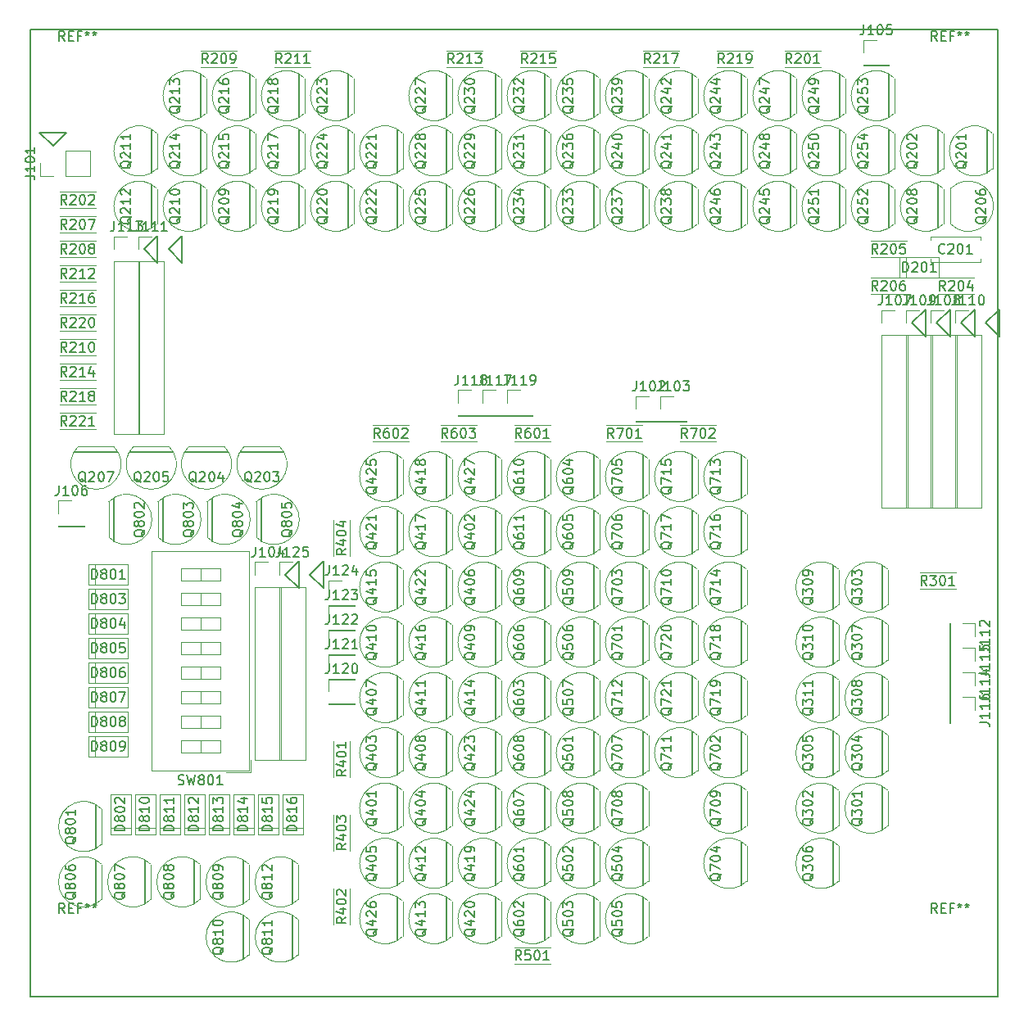
<source format=gbr>
%TF.GenerationSoftware,KiCad,Pcbnew,4.0.7-e2-6376~61~ubuntu18.04.1*%
%TF.CreationDate,2021-08-08T20:36:29+02:00*%
%TF.ProjectId,core,636F72652E6B696361645F7063620000,rev?*%
%TF.FileFunction,Legend,Top*%
%FSLAX46Y46*%
G04 Gerber Fmt 4.6, Leading zero omitted, Abs format (unit mm)*
G04 Created by KiCad (PCBNEW 4.0.7-e2-6376~61~ubuntu18.04.1) date Sun Aug  8 20:36:29 2021*
%MOMM*%
%LPD*%
G01*
G04 APERTURE LIST*
%ADD10C,0.150000*%
%ADD11C,0.120000*%
G04 APERTURE END LIST*
D10*
X41440000Y-15405000D02*
X41440000Y-115405000D01*
X41440000Y-115405000D02*
X141440000Y-115405000D01*
X141440000Y-15405000D02*
X141440000Y-115405000D01*
X41440000Y-15405000D02*
X141440000Y-15405000D01*
X79400400Y-86690200D02*
X79400400Y-82219800D01*
D11*
X79955000Y-86255000D02*
X79955000Y-82655000D01*
X79943478Y-86293478D02*
G75*
G02X75505000Y-84455000I-1838478J1838478D01*
G01*
X79943478Y-82616522D02*
G75*
G03X75505000Y-84455000I-1838478J-1838478D01*
G01*
D10*
X132588000Y-45720000D02*
X133985000Y-47117000D01*
X133985000Y-47117000D02*
X133985000Y-44323000D01*
X132588000Y-45720000D02*
X133985000Y-44323000D01*
D11*
X129480000Y-64830000D02*
X132140000Y-64830000D01*
X129480000Y-46990000D02*
X129480000Y-64830000D01*
X132140000Y-46990000D02*
X132140000Y-64830000D01*
X129480000Y-46990000D02*
X132140000Y-46990000D01*
X129480000Y-45720000D02*
X129480000Y-44390000D01*
X129480000Y-44390000D02*
X130810000Y-44390000D01*
D10*
X120040400Y-30175200D02*
X120040400Y-25704800D01*
D11*
X120595000Y-29740000D02*
X120595000Y-26140000D01*
X120583478Y-29778478D02*
G75*
G02X116145000Y-27940000I-1838478J1838478D01*
G01*
X120583478Y-26101522D02*
G75*
G03X116145000Y-27940000I-1838478J-1838478D01*
G01*
X139680000Y-39410000D02*
X134560000Y-39410000D01*
X139680000Y-36790000D02*
X134560000Y-36790000D01*
X139680000Y-39410000D02*
X139680000Y-39096000D01*
X139680000Y-37104000D02*
X139680000Y-36790000D01*
X134560000Y-39410000D02*
X134560000Y-39096000D01*
X134560000Y-37104000D02*
X134560000Y-36790000D01*
X131290000Y-38945000D02*
X131290000Y-41065000D01*
X131290000Y-41065000D02*
X135410000Y-41065000D01*
X135410000Y-41065000D02*
X135410000Y-38945000D01*
X135410000Y-38945000D02*
X131290000Y-38945000D01*
X131950000Y-38945000D02*
X131950000Y-41065000D01*
X47470000Y-70695000D02*
X47470000Y-72815000D01*
X47470000Y-72815000D02*
X51590000Y-72815000D01*
X51590000Y-72815000D02*
X51590000Y-70695000D01*
X51590000Y-70695000D02*
X47470000Y-70695000D01*
X48130000Y-70695000D02*
X48130000Y-72815000D01*
X49740000Y-98580000D02*
X51860000Y-98580000D01*
X51860000Y-98580000D02*
X51860000Y-94460000D01*
X51860000Y-94460000D02*
X49740000Y-94460000D01*
X49740000Y-94460000D02*
X49740000Y-98580000D01*
X49740000Y-97920000D02*
X51860000Y-97920000D01*
X47470000Y-73235000D02*
X47470000Y-75355000D01*
X47470000Y-75355000D02*
X51590000Y-75355000D01*
X51590000Y-75355000D02*
X51590000Y-73235000D01*
X51590000Y-73235000D02*
X47470000Y-73235000D01*
X48130000Y-73235000D02*
X48130000Y-75355000D01*
X47470000Y-75775000D02*
X47470000Y-77895000D01*
X47470000Y-77895000D02*
X51590000Y-77895000D01*
X51590000Y-77895000D02*
X51590000Y-75775000D01*
X51590000Y-75775000D02*
X47470000Y-75775000D01*
X48130000Y-75775000D02*
X48130000Y-77895000D01*
X47470000Y-78315000D02*
X47470000Y-80435000D01*
X47470000Y-80435000D02*
X51590000Y-80435000D01*
X51590000Y-80435000D02*
X51590000Y-78315000D01*
X51590000Y-78315000D02*
X47470000Y-78315000D01*
X48130000Y-78315000D02*
X48130000Y-80435000D01*
X47470000Y-80855000D02*
X47470000Y-82975000D01*
X47470000Y-82975000D02*
X51590000Y-82975000D01*
X51590000Y-82975000D02*
X51590000Y-80855000D01*
X51590000Y-80855000D02*
X47470000Y-80855000D01*
X48130000Y-80855000D02*
X48130000Y-82975000D01*
X47470000Y-83395000D02*
X47470000Y-85515000D01*
X47470000Y-85515000D02*
X51590000Y-85515000D01*
X51590000Y-85515000D02*
X51590000Y-83395000D01*
X51590000Y-83395000D02*
X47470000Y-83395000D01*
X48130000Y-83395000D02*
X48130000Y-85515000D01*
X47470000Y-85935000D02*
X47470000Y-88055000D01*
X47470000Y-88055000D02*
X51590000Y-88055000D01*
X51590000Y-88055000D02*
X51590000Y-85935000D01*
X51590000Y-85935000D02*
X47470000Y-85935000D01*
X48130000Y-85935000D02*
X48130000Y-88055000D01*
X47470000Y-88475000D02*
X47470000Y-90595000D01*
X47470000Y-90595000D02*
X51590000Y-90595000D01*
X51590000Y-90595000D02*
X51590000Y-88475000D01*
X51590000Y-88475000D02*
X47470000Y-88475000D01*
X48130000Y-88475000D02*
X48130000Y-90595000D01*
X52280000Y-98580000D02*
X54400000Y-98580000D01*
X54400000Y-98580000D02*
X54400000Y-94460000D01*
X54400000Y-94460000D02*
X52280000Y-94460000D01*
X52280000Y-94460000D02*
X52280000Y-98580000D01*
X52280000Y-97920000D02*
X54400000Y-97920000D01*
X54820000Y-98580000D02*
X56940000Y-98580000D01*
X56940000Y-98580000D02*
X56940000Y-94460000D01*
X56940000Y-94460000D02*
X54820000Y-94460000D01*
X54820000Y-94460000D02*
X54820000Y-98580000D01*
X54820000Y-97920000D02*
X56940000Y-97920000D01*
X57360000Y-98580000D02*
X59480000Y-98580000D01*
X59480000Y-98580000D02*
X59480000Y-94460000D01*
X59480000Y-94460000D02*
X57360000Y-94460000D01*
X57360000Y-94460000D02*
X57360000Y-98580000D01*
X57360000Y-97920000D02*
X59480000Y-97920000D01*
X59900000Y-98580000D02*
X62020000Y-98580000D01*
X62020000Y-98580000D02*
X62020000Y-94460000D01*
X62020000Y-94460000D02*
X59900000Y-94460000D01*
X59900000Y-94460000D02*
X59900000Y-98580000D01*
X59900000Y-97920000D02*
X62020000Y-97920000D01*
X62440000Y-98580000D02*
X64560000Y-98580000D01*
X64560000Y-98580000D02*
X64560000Y-94460000D01*
X64560000Y-94460000D02*
X62440000Y-94460000D01*
X62440000Y-94460000D02*
X62440000Y-98580000D01*
X62440000Y-97920000D02*
X64560000Y-97920000D01*
X64980000Y-98580000D02*
X67100000Y-98580000D01*
X67100000Y-98580000D02*
X67100000Y-94460000D01*
X67100000Y-94460000D02*
X64980000Y-94460000D01*
X64980000Y-94460000D02*
X64980000Y-98580000D01*
X64980000Y-97920000D02*
X67100000Y-97920000D01*
X67520000Y-98580000D02*
X69640000Y-98580000D01*
X69640000Y-98580000D02*
X69640000Y-94460000D01*
X69640000Y-94460000D02*
X67520000Y-94460000D01*
X67520000Y-94460000D02*
X67520000Y-98580000D01*
X67520000Y-97920000D02*
X69640000Y-97920000D01*
D10*
X43815000Y-27432000D02*
X42418000Y-26035000D01*
X42418000Y-26035000D02*
X45212000Y-26035000D01*
X45212000Y-26035000D02*
X43815000Y-27432000D01*
D11*
X47685000Y-30540000D02*
X47685000Y-27880000D01*
X45085000Y-30540000D02*
X47685000Y-30540000D01*
X45085000Y-27880000D02*
X47685000Y-27880000D01*
X45085000Y-30540000D02*
X45085000Y-27880000D01*
X43815000Y-30540000D02*
X42485000Y-30540000D01*
X42485000Y-30540000D02*
X42485000Y-29210000D01*
X104080000Y-55940000D02*
X106740000Y-55940000D01*
X104080000Y-55880000D02*
X104080000Y-55940000D01*
X106740000Y-55880000D02*
X106740000Y-55940000D01*
X104080000Y-55880000D02*
X106740000Y-55880000D01*
X104080000Y-54610000D02*
X104080000Y-53280000D01*
X104080000Y-53280000D02*
X105410000Y-53280000D01*
X106620000Y-55940000D02*
X109280000Y-55940000D01*
X106620000Y-55880000D02*
X106620000Y-55940000D01*
X109280000Y-55880000D02*
X109280000Y-55940000D01*
X106620000Y-55880000D02*
X109280000Y-55880000D01*
X106620000Y-54610000D02*
X106620000Y-53280000D01*
X106620000Y-53280000D02*
X107950000Y-53280000D01*
D10*
X67818000Y-71755000D02*
X69215000Y-73152000D01*
X69215000Y-73152000D02*
X69215000Y-70358000D01*
X67818000Y-71755000D02*
X69215000Y-70358000D01*
D11*
X64710000Y-90865000D02*
X67370000Y-90865000D01*
X64710000Y-73025000D02*
X64710000Y-90865000D01*
X67370000Y-73025000D02*
X67370000Y-90865000D01*
X64710000Y-73025000D02*
X67370000Y-73025000D01*
X64710000Y-71755000D02*
X64710000Y-70425000D01*
X64710000Y-70425000D02*
X66040000Y-70425000D01*
X127575000Y-19110000D02*
X130235000Y-19110000D01*
X127575000Y-19050000D02*
X127575000Y-19110000D01*
X130235000Y-19050000D02*
X130235000Y-19110000D01*
X127575000Y-19050000D02*
X130235000Y-19050000D01*
X127575000Y-17780000D02*
X127575000Y-16450000D01*
X127575000Y-16450000D02*
X128905000Y-16450000D01*
X44390000Y-66735000D02*
X47050000Y-66735000D01*
X44390000Y-66675000D02*
X44390000Y-66735000D01*
X47050000Y-66675000D02*
X47050000Y-66735000D01*
X44390000Y-66675000D02*
X47050000Y-66675000D01*
X44390000Y-65405000D02*
X44390000Y-64075000D01*
X44390000Y-64075000D02*
X45720000Y-64075000D01*
D10*
X137668000Y-45720000D02*
X139065000Y-47117000D01*
X139065000Y-47117000D02*
X139065000Y-44323000D01*
X137668000Y-45720000D02*
X139065000Y-44323000D01*
D11*
X134560000Y-64830000D02*
X137220000Y-64830000D01*
X134560000Y-46990000D02*
X134560000Y-64830000D01*
X137220000Y-46990000D02*
X137220000Y-64830000D01*
X134560000Y-46990000D02*
X137220000Y-46990000D01*
X134560000Y-45720000D02*
X134560000Y-44390000D01*
X134560000Y-44390000D02*
X135890000Y-44390000D01*
D10*
X135128000Y-45720000D02*
X136525000Y-47117000D01*
X136525000Y-47117000D02*
X136525000Y-44323000D01*
X135128000Y-45720000D02*
X136525000Y-44323000D01*
D11*
X132020000Y-64830000D02*
X134680000Y-64830000D01*
X132020000Y-46990000D02*
X132020000Y-64830000D01*
X134680000Y-46990000D02*
X134680000Y-64830000D01*
X132020000Y-46990000D02*
X134680000Y-46990000D01*
X132020000Y-45720000D02*
X132020000Y-44390000D01*
X132020000Y-44390000D02*
X133350000Y-44390000D01*
D10*
X140208000Y-45720000D02*
X141605000Y-47117000D01*
X141605000Y-47117000D02*
X141605000Y-44323000D01*
X140208000Y-45720000D02*
X141605000Y-44323000D01*
D11*
X137100000Y-64830000D02*
X139760000Y-64830000D01*
X137100000Y-46990000D02*
X137100000Y-64830000D01*
X139760000Y-46990000D02*
X139760000Y-64830000D01*
X137100000Y-46990000D02*
X139760000Y-46990000D01*
X137100000Y-45720000D02*
X137100000Y-44390000D01*
X137100000Y-44390000D02*
X138430000Y-44390000D01*
D10*
X55753000Y-38100000D02*
X57150000Y-39497000D01*
X57150000Y-39497000D02*
X57150000Y-36703000D01*
X55753000Y-38100000D02*
X57150000Y-36703000D01*
D11*
X52645000Y-57210000D02*
X55305000Y-57210000D01*
X52645000Y-39370000D02*
X52645000Y-57210000D01*
X55305000Y-39370000D02*
X55305000Y-57210000D01*
X52645000Y-39370000D02*
X55305000Y-39370000D01*
X52645000Y-38100000D02*
X52645000Y-36770000D01*
X52645000Y-36770000D02*
X53975000Y-36770000D01*
X136465000Y-76775000D02*
X136465000Y-79435000D01*
X136525000Y-76775000D02*
X136465000Y-76775000D01*
X136525000Y-79435000D02*
X136465000Y-79435000D01*
X136525000Y-76775000D02*
X136525000Y-79435000D01*
X137795000Y-76775000D02*
X139125000Y-76775000D01*
X139125000Y-76775000D02*
X139125000Y-78105000D01*
D10*
X53213000Y-38100000D02*
X54610000Y-39497000D01*
X54610000Y-39497000D02*
X54610000Y-36703000D01*
X53213000Y-38100000D02*
X54610000Y-36703000D01*
D11*
X50105000Y-57210000D02*
X52765000Y-57210000D01*
X50105000Y-39370000D02*
X50105000Y-57210000D01*
X52765000Y-39370000D02*
X52765000Y-57210000D01*
X50105000Y-39370000D02*
X52765000Y-39370000D01*
X50105000Y-38100000D02*
X50105000Y-36770000D01*
X50105000Y-36770000D02*
X51435000Y-36770000D01*
X136465000Y-81855000D02*
X136465000Y-84515000D01*
X136525000Y-81855000D02*
X136465000Y-81855000D01*
X136525000Y-84515000D02*
X136465000Y-84515000D01*
X136525000Y-81855000D02*
X136525000Y-84515000D01*
X137795000Y-81855000D02*
X139125000Y-81855000D01*
X139125000Y-81855000D02*
X139125000Y-83185000D01*
X136465000Y-79315000D02*
X136465000Y-81975000D01*
X136525000Y-79315000D02*
X136465000Y-79315000D01*
X136525000Y-81975000D02*
X136465000Y-81975000D01*
X136525000Y-79315000D02*
X136525000Y-81975000D01*
X137795000Y-79315000D02*
X139125000Y-79315000D01*
X139125000Y-79315000D02*
X139125000Y-80645000D01*
X136465000Y-84395000D02*
X136465000Y-87055000D01*
X136525000Y-84395000D02*
X136465000Y-84395000D01*
X136525000Y-87055000D02*
X136465000Y-87055000D01*
X136525000Y-84395000D02*
X136525000Y-87055000D01*
X137795000Y-84395000D02*
X139125000Y-84395000D01*
X139125000Y-84395000D02*
X139125000Y-85725000D01*
X88205000Y-55305000D02*
X90865000Y-55305000D01*
X88205000Y-55245000D02*
X88205000Y-55305000D01*
X90865000Y-55245000D02*
X90865000Y-55305000D01*
X88205000Y-55245000D02*
X90865000Y-55245000D01*
X88205000Y-53975000D02*
X88205000Y-52645000D01*
X88205000Y-52645000D02*
X89535000Y-52645000D01*
X85665000Y-55305000D02*
X88325000Y-55305000D01*
X85665000Y-55245000D02*
X85665000Y-55305000D01*
X88325000Y-55245000D02*
X88325000Y-55305000D01*
X85665000Y-55245000D02*
X88325000Y-55245000D01*
X85665000Y-53975000D02*
X85665000Y-52645000D01*
X85665000Y-52645000D02*
X86995000Y-52645000D01*
X90745000Y-55305000D02*
X93405000Y-55305000D01*
X90745000Y-55245000D02*
X90745000Y-55305000D01*
X93405000Y-55245000D02*
X93405000Y-55305000D01*
X90745000Y-55245000D02*
X93405000Y-55245000D01*
X90745000Y-53975000D02*
X90745000Y-52645000D01*
X90745000Y-52645000D02*
X92075000Y-52645000D01*
X72330000Y-85150000D02*
X74990000Y-85150000D01*
X72330000Y-85090000D02*
X72330000Y-85150000D01*
X74990000Y-85090000D02*
X74990000Y-85150000D01*
X72330000Y-85090000D02*
X74990000Y-85090000D01*
X72330000Y-83820000D02*
X72330000Y-82490000D01*
X72330000Y-82490000D02*
X73660000Y-82490000D01*
X72330000Y-82610000D02*
X74990000Y-82610000D01*
X72330000Y-82550000D02*
X72330000Y-82610000D01*
X74990000Y-82550000D02*
X74990000Y-82610000D01*
X72330000Y-82550000D02*
X74990000Y-82550000D01*
X72330000Y-81280000D02*
X72330000Y-79950000D01*
X72330000Y-79950000D02*
X73660000Y-79950000D01*
X72330000Y-80070000D02*
X74990000Y-80070000D01*
X72330000Y-80010000D02*
X72330000Y-80070000D01*
X74990000Y-80010000D02*
X74990000Y-80070000D01*
X72330000Y-80010000D02*
X74990000Y-80010000D01*
X72330000Y-78740000D02*
X72330000Y-77410000D01*
X72330000Y-77410000D02*
X73660000Y-77410000D01*
X72330000Y-77530000D02*
X74990000Y-77530000D01*
X72330000Y-77470000D02*
X72330000Y-77530000D01*
X74990000Y-77470000D02*
X74990000Y-77530000D01*
X72330000Y-77470000D02*
X74990000Y-77470000D01*
X72330000Y-76200000D02*
X72330000Y-74870000D01*
X72330000Y-74870000D02*
X73660000Y-74870000D01*
X72330000Y-74990000D02*
X74990000Y-74990000D01*
X72330000Y-74930000D02*
X72330000Y-74990000D01*
X74990000Y-74930000D02*
X74990000Y-74990000D01*
X72330000Y-74930000D02*
X74990000Y-74930000D01*
X72330000Y-73660000D02*
X72330000Y-72330000D01*
X72330000Y-72330000D02*
X73660000Y-72330000D01*
D10*
X140360400Y-30175200D02*
X140360400Y-25704800D01*
D11*
X140915000Y-29740000D02*
X140915000Y-26140000D01*
X140903478Y-29778478D02*
G75*
G02X136465000Y-27940000I-1838478J1838478D01*
G01*
X140903478Y-26101522D02*
G75*
G03X136465000Y-27940000I-1838478J-1838478D01*
G01*
D10*
X135280400Y-30175200D02*
X135280400Y-25704800D01*
D11*
X135835000Y-29740000D02*
X135835000Y-26140000D01*
X135823478Y-29778478D02*
G75*
G02X131385000Y-27940000I-1838478J1838478D01*
G01*
X135823478Y-26101522D02*
G75*
G03X131385000Y-27940000I-1838478J-1838478D01*
G01*
D10*
X67640200Y-59029600D02*
X63169800Y-59029600D01*
D11*
X67205000Y-58475000D02*
X63605000Y-58475000D01*
X67243478Y-58486522D02*
G75*
G02X65405000Y-62925000I-1838478J-1838478D01*
G01*
X63566522Y-58486522D02*
G75*
G03X65405000Y-62925000I1838478J-1838478D01*
G01*
D10*
X61925200Y-59029600D02*
X57454800Y-59029600D01*
D11*
X61490000Y-58475000D02*
X57890000Y-58475000D01*
X61528478Y-58486522D02*
G75*
G02X59690000Y-62925000I-1838478J-1838478D01*
G01*
X57851522Y-58486522D02*
G75*
G03X59690000Y-62925000I1838478J-1838478D01*
G01*
D10*
X56210200Y-59029600D02*
X51739800Y-59029600D01*
D11*
X55775000Y-58475000D02*
X52175000Y-58475000D01*
X55813478Y-58486522D02*
G75*
G02X53975000Y-62925000I-1838478J-1838478D01*
G01*
X52136522Y-58486522D02*
G75*
G03X53975000Y-62925000I1838478J-1838478D01*
G01*
X136580000Y-31855000D02*
X136580000Y-35455000D01*
X136591522Y-31816522D02*
G75*
G02X141030000Y-33655000I1838478J-1838478D01*
G01*
X136591522Y-35493478D02*
G75*
G03X141030000Y-33655000I1838478J1838478D01*
G01*
D10*
X50495200Y-59029600D02*
X46024800Y-59029600D01*
D11*
X50060000Y-58475000D02*
X46460000Y-58475000D01*
X50098478Y-58486522D02*
G75*
G02X48260000Y-62925000I-1838478J-1838478D01*
G01*
X46421522Y-58486522D02*
G75*
G03X48260000Y-62925000I1838478J-1838478D01*
G01*
D10*
X135280400Y-35890200D02*
X135280400Y-31419800D01*
D11*
X135835000Y-35455000D02*
X135835000Y-31855000D01*
X135823478Y-35493478D02*
G75*
G02X131385000Y-33655000I-1838478J1838478D01*
G01*
X135823478Y-31816522D02*
G75*
G03X131385000Y-33655000I-1838478J-1838478D01*
G01*
D10*
X64160400Y-35890200D02*
X64160400Y-31419800D01*
D11*
X64715000Y-35455000D02*
X64715000Y-31855000D01*
X64703478Y-35493478D02*
G75*
G02X60265000Y-33655000I-1838478J1838478D01*
G01*
X64703478Y-31816522D02*
G75*
G03X60265000Y-33655000I-1838478J-1838478D01*
G01*
D10*
X59080400Y-35890200D02*
X59080400Y-31419800D01*
D11*
X59635000Y-35455000D02*
X59635000Y-31855000D01*
X59623478Y-35493478D02*
G75*
G02X55185000Y-33655000I-1838478J1838478D01*
G01*
X59623478Y-31816522D02*
G75*
G03X55185000Y-33655000I-1838478J-1838478D01*
G01*
D10*
X54000400Y-30175200D02*
X54000400Y-25704800D01*
D11*
X54555000Y-29740000D02*
X54555000Y-26140000D01*
X54543478Y-29778478D02*
G75*
G02X50105000Y-27940000I-1838478J1838478D01*
G01*
X54543478Y-26101522D02*
G75*
G03X50105000Y-27940000I-1838478J-1838478D01*
G01*
D10*
X54000400Y-35890200D02*
X54000400Y-31419800D01*
D11*
X54555000Y-35455000D02*
X54555000Y-31855000D01*
X54543478Y-35493478D02*
G75*
G02X50105000Y-33655000I-1838478J1838478D01*
G01*
X54543478Y-31816522D02*
G75*
G03X50105000Y-33655000I-1838478J-1838478D01*
G01*
D10*
X59080400Y-24460200D02*
X59080400Y-19989800D01*
D11*
X59635000Y-24025000D02*
X59635000Y-20425000D01*
X59623478Y-24063478D02*
G75*
G02X55185000Y-22225000I-1838478J1838478D01*
G01*
X59623478Y-20386522D02*
G75*
G03X55185000Y-22225000I-1838478J-1838478D01*
G01*
D10*
X59080400Y-30175200D02*
X59080400Y-25704800D01*
D11*
X59635000Y-29740000D02*
X59635000Y-26140000D01*
X59623478Y-29778478D02*
G75*
G02X55185000Y-27940000I-1838478J1838478D01*
G01*
X59623478Y-26101522D02*
G75*
G03X55185000Y-27940000I-1838478J-1838478D01*
G01*
D10*
X64160400Y-30175200D02*
X64160400Y-25704800D01*
D11*
X64715000Y-29740000D02*
X64715000Y-26140000D01*
X64703478Y-29778478D02*
G75*
G02X60265000Y-27940000I-1838478J1838478D01*
G01*
X64703478Y-26101522D02*
G75*
G03X60265000Y-27940000I-1838478J-1838478D01*
G01*
D10*
X64160400Y-24460200D02*
X64160400Y-19989800D01*
D11*
X64715000Y-24025000D02*
X64715000Y-20425000D01*
X64703478Y-24063478D02*
G75*
G02X60265000Y-22225000I-1838478J1838478D01*
G01*
X64703478Y-20386522D02*
G75*
G03X60265000Y-22225000I-1838478J-1838478D01*
G01*
D10*
X69240400Y-30175200D02*
X69240400Y-25704800D01*
D11*
X69795000Y-29740000D02*
X69795000Y-26140000D01*
X69783478Y-29778478D02*
G75*
G02X65345000Y-27940000I-1838478J1838478D01*
G01*
X69783478Y-26101522D02*
G75*
G03X65345000Y-27940000I-1838478J-1838478D01*
G01*
D10*
X69240400Y-24460200D02*
X69240400Y-19989800D01*
D11*
X69795000Y-24025000D02*
X69795000Y-20425000D01*
X69783478Y-24063478D02*
G75*
G02X65345000Y-22225000I-1838478J1838478D01*
G01*
X69783478Y-20386522D02*
G75*
G03X65345000Y-22225000I-1838478J-1838478D01*
G01*
D10*
X69240400Y-35890200D02*
X69240400Y-31419800D01*
D11*
X69795000Y-35455000D02*
X69795000Y-31855000D01*
X69783478Y-35493478D02*
G75*
G02X65345000Y-33655000I-1838478J1838478D01*
G01*
X69783478Y-31816522D02*
G75*
G03X65345000Y-33655000I-1838478J-1838478D01*
G01*
D10*
X74320400Y-35890200D02*
X74320400Y-31419800D01*
D11*
X74875000Y-35455000D02*
X74875000Y-31855000D01*
X74863478Y-35493478D02*
G75*
G02X70425000Y-33655000I-1838478J1838478D01*
G01*
X74863478Y-31816522D02*
G75*
G03X70425000Y-33655000I-1838478J-1838478D01*
G01*
D10*
X79400400Y-30175200D02*
X79400400Y-25704800D01*
D11*
X79955000Y-29740000D02*
X79955000Y-26140000D01*
X79943478Y-29778478D02*
G75*
G02X75505000Y-27940000I-1838478J1838478D01*
G01*
X79943478Y-26101522D02*
G75*
G03X75505000Y-27940000I-1838478J-1838478D01*
G01*
D10*
X79400400Y-35890200D02*
X79400400Y-31419800D01*
D11*
X79955000Y-35455000D02*
X79955000Y-31855000D01*
X79943478Y-35493478D02*
G75*
G02X75505000Y-33655000I-1838478J1838478D01*
G01*
X79943478Y-31816522D02*
G75*
G03X75505000Y-33655000I-1838478J-1838478D01*
G01*
D10*
X74320400Y-24460200D02*
X74320400Y-19989800D01*
D11*
X74875000Y-24025000D02*
X74875000Y-20425000D01*
X74863478Y-24063478D02*
G75*
G02X70425000Y-22225000I-1838478J1838478D01*
G01*
X74863478Y-20386522D02*
G75*
G03X70425000Y-22225000I-1838478J-1838478D01*
G01*
D10*
X74320400Y-30175200D02*
X74320400Y-25704800D01*
D11*
X74875000Y-29740000D02*
X74875000Y-26140000D01*
X74863478Y-29778478D02*
G75*
G02X70425000Y-27940000I-1838478J1838478D01*
G01*
X74863478Y-26101522D02*
G75*
G03X70425000Y-27940000I-1838478J-1838478D01*
G01*
D10*
X84480400Y-35890200D02*
X84480400Y-31419800D01*
D11*
X85035000Y-35455000D02*
X85035000Y-31855000D01*
X85023478Y-35493478D02*
G75*
G02X80585000Y-33655000I-1838478J1838478D01*
G01*
X85023478Y-31816522D02*
G75*
G03X80585000Y-33655000I-1838478J-1838478D01*
G01*
D10*
X89560400Y-35890200D02*
X89560400Y-31419800D01*
D11*
X90115000Y-35455000D02*
X90115000Y-31855000D01*
X90103478Y-35493478D02*
G75*
G02X85665000Y-33655000I-1838478J1838478D01*
G01*
X90103478Y-31816522D02*
G75*
G03X85665000Y-33655000I-1838478J-1838478D01*
G01*
D10*
X84480400Y-24460200D02*
X84480400Y-19989800D01*
D11*
X85035000Y-24025000D02*
X85035000Y-20425000D01*
X85023478Y-24063478D02*
G75*
G02X80585000Y-22225000I-1838478J1838478D01*
G01*
X85023478Y-20386522D02*
G75*
G03X80585000Y-22225000I-1838478J-1838478D01*
G01*
D10*
X84480400Y-30175200D02*
X84480400Y-25704800D01*
D11*
X85035000Y-29740000D02*
X85035000Y-26140000D01*
X85023478Y-29778478D02*
G75*
G02X80585000Y-27940000I-1838478J1838478D01*
G01*
X85023478Y-26101522D02*
G75*
G03X80585000Y-27940000I-1838478J-1838478D01*
G01*
D10*
X89560400Y-30175200D02*
X89560400Y-25704800D01*
D11*
X90115000Y-29740000D02*
X90115000Y-26140000D01*
X90103478Y-29778478D02*
G75*
G02X85665000Y-27940000I-1838478J1838478D01*
G01*
X90103478Y-26101522D02*
G75*
G03X85665000Y-27940000I-1838478J-1838478D01*
G01*
D10*
X89560400Y-24460200D02*
X89560400Y-19989800D01*
D11*
X90115000Y-24025000D02*
X90115000Y-20425000D01*
X90103478Y-24063478D02*
G75*
G02X85665000Y-22225000I-1838478J1838478D01*
G01*
X90103478Y-20386522D02*
G75*
G03X85665000Y-22225000I-1838478J-1838478D01*
G01*
D10*
X94640400Y-30175200D02*
X94640400Y-25704800D01*
D11*
X95195000Y-29740000D02*
X95195000Y-26140000D01*
X95183478Y-29778478D02*
G75*
G02X90745000Y-27940000I-1838478J1838478D01*
G01*
X95183478Y-26101522D02*
G75*
G03X90745000Y-27940000I-1838478J-1838478D01*
G01*
D10*
X94640400Y-24460200D02*
X94640400Y-19989800D01*
D11*
X95195000Y-24025000D02*
X95195000Y-20425000D01*
X95183478Y-24063478D02*
G75*
G02X90745000Y-22225000I-1838478J1838478D01*
G01*
X95183478Y-20386522D02*
G75*
G03X90745000Y-22225000I-1838478J-1838478D01*
G01*
D10*
X99720400Y-35890200D02*
X99720400Y-31419800D01*
D11*
X100275000Y-35455000D02*
X100275000Y-31855000D01*
X100263478Y-35493478D02*
G75*
G02X95825000Y-33655000I-1838478J1838478D01*
G01*
X100263478Y-31816522D02*
G75*
G03X95825000Y-33655000I-1838478J-1838478D01*
G01*
D10*
X94640400Y-35890200D02*
X94640400Y-31419800D01*
D11*
X95195000Y-35455000D02*
X95195000Y-31855000D01*
X95183478Y-35493478D02*
G75*
G02X90745000Y-33655000I-1838478J1838478D01*
G01*
X95183478Y-31816522D02*
G75*
G03X90745000Y-33655000I-1838478J-1838478D01*
G01*
D10*
X99720400Y-24460200D02*
X99720400Y-19989800D01*
D11*
X100275000Y-24025000D02*
X100275000Y-20425000D01*
X100263478Y-24063478D02*
G75*
G02X95825000Y-22225000I-1838478J1838478D01*
G01*
X100263478Y-20386522D02*
G75*
G03X95825000Y-22225000I-1838478J-1838478D01*
G01*
D10*
X99720400Y-30175200D02*
X99720400Y-25704800D01*
D11*
X100275000Y-29740000D02*
X100275000Y-26140000D01*
X100263478Y-29778478D02*
G75*
G02X95825000Y-27940000I-1838478J1838478D01*
G01*
X100263478Y-26101522D02*
G75*
G03X95825000Y-27940000I-1838478J-1838478D01*
G01*
D10*
X104800400Y-35890200D02*
X104800400Y-31419800D01*
D11*
X105355000Y-35455000D02*
X105355000Y-31855000D01*
X105343478Y-35493478D02*
G75*
G02X100905000Y-33655000I-1838478J1838478D01*
G01*
X105343478Y-31816522D02*
G75*
G03X100905000Y-33655000I-1838478J-1838478D01*
G01*
D10*
X109880400Y-35890200D02*
X109880400Y-31419800D01*
D11*
X110435000Y-35455000D02*
X110435000Y-31855000D01*
X110423478Y-35493478D02*
G75*
G02X105985000Y-33655000I-1838478J1838478D01*
G01*
X110423478Y-31816522D02*
G75*
G03X105985000Y-33655000I-1838478J-1838478D01*
G01*
D10*
X104800400Y-24460200D02*
X104800400Y-19989800D01*
D11*
X105355000Y-24025000D02*
X105355000Y-20425000D01*
X105343478Y-24063478D02*
G75*
G02X100905000Y-22225000I-1838478J1838478D01*
G01*
X105343478Y-20386522D02*
G75*
G03X100905000Y-22225000I-1838478J-1838478D01*
G01*
D10*
X104800400Y-30175200D02*
X104800400Y-25704800D01*
D11*
X105355000Y-29740000D02*
X105355000Y-26140000D01*
X105343478Y-29778478D02*
G75*
G02X100905000Y-27940000I-1838478J1838478D01*
G01*
X105343478Y-26101522D02*
G75*
G03X100905000Y-27940000I-1838478J-1838478D01*
G01*
D10*
X109880400Y-30175200D02*
X109880400Y-25704800D01*
D11*
X110435000Y-29740000D02*
X110435000Y-26140000D01*
X110423478Y-29778478D02*
G75*
G02X105985000Y-27940000I-1838478J1838478D01*
G01*
X110423478Y-26101522D02*
G75*
G03X105985000Y-27940000I-1838478J-1838478D01*
G01*
D10*
X109880400Y-24460200D02*
X109880400Y-19989800D01*
D11*
X110435000Y-24025000D02*
X110435000Y-20425000D01*
X110423478Y-24063478D02*
G75*
G02X105985000Y-22225000I-1838478J1838478D01*
G01*
X110423478Y-20386522D02*
G75*
G03X105985000Y-22225000I-1838478J-1838478D01*
G01*
D10*
X114960400Y-30175200D02*
X114960400Y-25704800D01*
D11*
X115515000Y-29740000D02*
X115515000Y-26140000D01*
X115503478Y-29778478D02*
G75*
G02X111065000Y-27940000I-1838478J1838478D01*
G01*
X115503478Y-26101522D02*
G75*
G03X111065000Y-27940000I-1838478J-1838478D01*
G01*
D10*
X114960400Y-24460200D02*
X114960400Y-19989800D01*
D11*
X115515000Y-24025000D02*
X115515000Y-20425000D01*
X115503478Y-24063478D02*
G75*
G02X111065000Y-22225000I-1838478J1838478D01*
G01*
X115503478Y-20386522D02*
G75*
G03X111065000Y-22225000I-1838478J-1838478D01*
G01*
D10*
X120040400Y-35890200D02*
X120040400Y-31419800D01*
D11*
X120595000Y-35455000D02*
X120595000Y-31855000D01*
X120583478Y-35493478D02*
G75*
G02X116145000Y-33655000I-1838478J1838478D01*
G01*
X120583478Y-31816522D02*
G75*
G03X116145000Y-33655000I-1838478J-1838478D01*
G01*
D10*
X114960400Y-35890200D02*
X114960400Y-31419800D01*
D11*
X115515000Y-35455000D02*
X115515000Y-31855000D01*
X115503478Y-35493478D02*
G75*
G02X111065000Y-33655000I-1838478J1838478D01*
G01*
X115503478Y-31816522D02*
G75*
G03X111065000Y-33655000I-1838478J-1838478D01*
G01*
D10*
X120040400Y-24460200D02*
X120040400Y-19989800D01*
D11*
X120595000Y-24025000D02*
X120595000Y-20425000D01*
X120583478Y-24063478D02*
G75*
G02X116145000Y-22225000I-1838478J1838478D01*
G01*
X120583478Y-20386522D02*
G75*
G03X116145000Y-22225000I-1838478J-1838478D01*
G01*
D10*
X125120400Y-24460200D02*
X125120400Y-19989800D01*
D11*
X125675000Y-24025000D02*
X125675000Y-20425000D01*
X125663478Y-24063478D02*
G75*
G02X121225000Y-22225000I-1838478J1838478D01*
G01*
X125663478Y-20386522D02*
G75*
G03X121225000Y-22225000I-1838478J-1838478D01*
G01*
D10*
X125120400Y-30175200D02*
X125120400Y-25704800D01*
D11*
X125675000Y-29740000D02*
X125675000Y-26140000D01*
X125663478Y-29778478D02*
G75*
G02X121225000Y-27940000I-1838478J1838478D01*
G01*
X125663478Y-26101522D02*
G75*
G03X121225000Y-27940000I-1838478J-1838478D01*
G01*
D10*
X125120400Y-35890200D02*
X125120400Y-31419800D01*
D11*
X125675000Y-35455000D02*
X125675000Y-31855000D01*
X125663478Y-35493478D02*
G75*
G02X121225000Y-33655000I-1838478J1838478D01*
G01*
X125663478Y-31816522D02*
G75*
G03X121225000Y-33655000I-1838478J-1838478D01*
G01*
D10*
X130200400Y-35890200D02*
X130200400Y-31419800D01*
D11*
X130755000Y-35455000D02*
X130755000Y-31855000D01*
X130743478Y-35493478D02*
G75*
G02X126305000Y-33655000I-1838478J1838478D01*
G01*
X130743478Y-31816522D02*
G75*
G03X126305000Y-33655000I-1838478J-1838478D01*
G01*
D10*
X130200400Y-24460200D02*
X130200400Y-19989800D01*
D11*
X130755000Y-24025000D02*
X130755000Y-20425000D01*
X130743478Y-24063478D02*
G75*
G02X126305000Y-22225000I-1838478J1838478D01*
G01*
X130743478Y-20386522D02*
G75*
G03X126305000Y-22225000I-1838478J-1838478D01*
G01*
D10*
X130200400Y-30175200D02*
X130200400Y-25704800D01*
D11*
X130755000Y-29740000D02*
X130755000Y-26140000D01*
X130743478Y-29778478D02*
G75*
G02X126305000Y-27940000I-1838478J1838478D01*
G01*
X130743478Y-26101522D02*
G75*
G03X126305000Y-27940000I-1838478J-1838478D01*
G01*
D10*
X129565400Y-98120200D02*
X129565400Y-93649800D01*
D11*
X130120000Y-97685000D02*
X130120000Y-94085000D01*
X130108478Y-97723478D02*
G75*
G02X125670000Y-95885000I-1838478J1838478D01*
G01*
X130108478Y-94046522D02*
G75*
G03X125670000Y-95885000I-1838478J-1838478D01*
G01*
D10*
X124485400Y-98120200D02*
X124485400Y-93649800D01*
D11*
X125040000Y-97685000D02*
X125040000Y-94085000D01*
X125028478Y-97723478D02*
G75*
G02X120590000Y-95885000I-1838478J1838478D01*
G01*
X125028478Y-94046522D02*
G75*
G03X120590000Y-95885000I-1838478J-1838478D01*
G01*
D10*
X129565400Y-75260200D02*
X129565400Y-70789800D01*
D11*
X130120000Y-74825000D02*
X130120000Y-71225000D01*
X130108478Y-74863478D02*
G75*
G02X125670000Y-73025000I-1838478J1838478D01*
G01*
X130108478Y-71186522D02*
G75*
G03X125670000Y-73025000I-1838478J-1838478D01*
G01*
D10*
X129565400Y-92405200D02*
X129565400Y-87934800D01*
D11*
X130120000Y-91970000D02*
X130120000Y-88370000D01*
X130108478Y-92008478D02*
G75*
G02X125670000Y-90170000I-1838478J1838478D01*
G01*
X130108478Y-88331522D02*
G75*
G03X125670000Y-90170000I-1838478J-1838478D01*
G01*
D10*
X124485400Y-92405200D02*
X124485400Y-87934800D01*
D11*
X125040000Y-91970000D02*
X125040000Y-88370000D01*
X125028478Y-92008478D02*
G75*
G02X120590000Y-90170000I-1838478J1838478D01*
G01*
X125028478Y-88331522D02*
G75*
G03X120590000Y-90170000I-1838478J-1838478D01*
G01*
D10*
X124485400Y-103835200D02*
X124485400Y-99364800D01*
D11*
X125040000Y-103400000D02*
X125040000Y-99800000D01*
X125028478Y-103438478D02*
G75*
G02X120590000Y-101600000I-1838478J1838478D01*
G01*
X125028478Y-99761522D02*
G75*
G03X120590000Y-101600000I-1838478J-1838478D01*
G01*
D10*
X129565400Y-80975200D02*
X129565400Y-76504800D01*
D11*
X130120000Y-80540000D02*
X130120000Y-76940000D01*
X130108478Y-80578478D02*
G75*
G02X125670000Y-78740000I-1838478J1838478D01*
G01*
X130108478Y-76901522D02*
G75*
G03X125670000Y-78740000I-1838478J-1838478D01*
G01*
D10*
X129565400Y-86690200D02*
X129565400Y-82219800D01*
D11*
X130120000Y-86255000D02*
X130120000Y-82655000D01*
X130108478Y-86293478D02*
G75*
G02X125670000Y-84455000I-1838478J1838478D01*
G01*
X130108478Y-82616522D02*
G75*
G03X125670000Y-84455000I-1838478J-1838478D01*
G01*
D10*
X124485400Y-75260200D02*
X124485400Y-70789800D01*
D11*
X125040000Y-74825000D02*
X125040000Y-71225000D01*
X125028478Y-74863478D02*
G75*
G02X120590000Y-73025000I-1838478J1838478D01*
G01*
X125028478Y-71186522D02*
G75*
G03X120590000Y-73025000I-1838478J-1838478D01*
G01*
D10*
X124485400Y-80975200D02*
X124485400Y-76504800D01*
D11*
X125040000Y-80540000D02*
X125040000Y-76940000D01*
X125028478Y-80578478D02*
G75*
G02X120590000Y-78740000I-1838478J1838478D01*
G01*
X125028478Y-76901522D02*
G75*
G03X120590000Y-78740000I-1838478J-1838478D01*
G01*
D10*
X124485400Y-86690200D02*
X124485400Y-82219800D01*
D11*
X125040000Y-86255000D02*
X125040000Y-82655000D01*
X125028478Y-86293478D02*
G75*
G02X120590000Y-84455000I-1838478J1838478D01*
G01*
X125028478Y-82616522D02*
G75*
G03X120590000Y-84455000I-1838478J-1838478D01*
G01*
D10*
X79400400Y-98120200D02*
X79400400Y-93649800D01*
D11*
X79955000Y-97685000D02*
X79955000Y-94085000D01*
X79943478Y-97723478D02*
G75*
G02X75505000Y-95885000I-1838478J1838478D01*
G01*
X79943478Y-94046522D02*
G75*
G03X75505000Y-95885000I-1838478J-1838478D01*
G01*
D10*
X89560400Y-69545200D02*
X89560400Y-65074800D01*
D11*
X90115000Y-69110000D02*
X90115000Y-65510000D01*
X90103478Y-69148478D02*
G75*
G02X85665000Y-67310000I-1838478J1838478D01*
G01*
X90103478Y-65471522D02*
G75*
G03X85665000Y-67310000I-1838478J-1838478D01*
G01*
D10*
X79400400Y-92405200D02*
X79400400Y-87934800D01*
D11*
X79955000Y-91970000D02*
X79955000Y-88370000D01*
X79943478Y-92008478D02*
G75*
G02X75505000Y-90170000I-1838478J1838478D01*
G01*
X79943478Y-88331522D02*
G75*
G03X75505000Y-90170000I-1838478J-1838478D01*
G01*
D10*
X84480400Y-98120200D02*
X84480400Y-93649800D01*
D11*
X85035000Y-97685000D02*
X85035000Y-94085000D01*
X85023478Y-97723478D02*
G75*
G02X80585000Y-95885000I-1838478J1838478D01*
G01*
X85023478Y-94046522D02*
G75*
G03X80585000Y-95885000I-1838478J-1838478D01*
G01*
D10*
X79400400Y-103835200D02*
X79400400Y-99364800D01*
D11*
X79955000Y-103400000D02*
X79955000Y-99800000D01*
X79943478Y-103438478D02*
G75*
G02X75505000Y-101600000I-1838478J1838478D01*
G01*
X79943478Y-99761522D02*
G75*
G03X75505000Y-101600000I-1838478J-1838478D01*
G01*
D10*
X89560400Y-75260200D02*
X89560400Y-70789800D01*
D11*
X90115000Y-74825000D02*
X90115000Y-71225000D01*
X90103478Y-74863478D02*
G75*
G02X85665000Y-73025000I-1838478J1838478D01*
G01*
X90103478Y-71186522D02*
G75*
G03X85665000Y-73025000I-1838478J-1838478D01*
G01*
D10*
X84480400Y-92405200D02*
X84480400Y-87934800D01*
D11*
X85035000Y-91970000D02*
X85035000Y-88370000D01*
X85023478Y-92008478D02*
G75*
G02X80585000Y-90170000I-1838478J1838478D01*
G01*
X85023478Y-88331522D02*
G75*
G03X80585000Y-90170000I-1838478J-1838478D01*
G01*
D10*
X89560400Y-80975200D02*
X89560400Y-76504800D01*
D11*
X90115000Y-80540000D02*
X90115000Y-76940000D01*
X90103478Y-80578478D02*
G75*
G02X85665000Y-78740000I-1838478J1838478D01*
G01*
X90103478Y-76901522D02*
G75*
G03X85665000Y-78740000I-1838478J-1838478D01*
G01*
D10*
X79400400Y-80975200D02*
X79400400Y-76504800D01*
D11*
X79955000Y-80540000D02*
X79955000Y-76940000D01*
X79943478Y-80578478D02*
G75*
G02X75505000Y-78740000I-1838478J1838478D01*
G01*
X79943478Y-76901522D02*
G75*
G03X75505000Y-78740000I-1838478J-1838478D01*
G01*
D10*
X84480400Y-86690200D02*
X84480400Y-82219800D01*
D11*
X85035000Y-86255000D02*
X85035000Y-82655000D01*
X85023478Y-86293478D02*
G75*
G02X80585000Y-84455000I-1838478J1838478D01*
G01*
X85023478Y-82616522D02*
G75*
G03X80585000Y-84455000I-1838478J-1838478D01*
G01*
D10*
X84480400Y-103835200D02*
X84480400Y-99364800D01*
D11*
X85035000Y-103400000D02*
X85035000Y-99800000D01*
X85023478Y-103438478D02*
G75*
G02X80585000Y-101600000I-1838478J1838478D01*
G01*
X85023478Y-99761522D02*
G75*
G03X80585000Y-101600000I-1838478J-1838478D01*
G01*
D10*
X84480400Y-109550200D02*
X84480400Y-105079800D01*
D11*
X85035000Y-109115000D02*
X85035000Y-105515000D01*
X85023478Y-109153478D02*
G75*
G02X80585000Y-107315000I-1838478J1838478D01*
G01*
X85023478Y-105476522D02*
G75*
G03X80585000Y-107315000I-1838478J-1838478D01*
G01*
D10*
X89560400Y-86690200D02*
X89560400Y-82219800D01*
D11*
X90115000Y-86255000D02*
X90115000Y-82655000D01*
X90103478Y-86293478D02*
G75*
G02X85665000Y-84455000I-1838478J1838478D01*
G01*
X90103478Y-82616522D02*
G75*
G03X85665000Y-84455000I-1838478J-1838478D01*
G01*
D10*
X79400400Y-75260200D02*
X79400400Y-70789800D01*
D11*
X79955000Y-74825000D02*
X79955000Y-71225000D01*
X79943478Y-74863478D02*
G75*
G02X75505000Y-73025000I-1838478J1838478D01*
G01*
X79943478Y-71186522D02*
G75*
G03X75505000Y-73025000I-1838478J-1838478D01*
G01*
D10*
X84480400Y-80975200D02*
X84480400Y-76504800D01*
D11*
X85035000Y-80540000D02*
X85035000Y-76940000D01*
X85023478Y-80578478D02*
G75*
G02X80585000Y-78740000I-1838478J1838478D01*
G01*
X85023478Y-76901522D02*
G75*
G03X80585000Y-78740000I-1838478J-1838478D01*
G01*
D10*
X84480400Y-69545200D02*
X84480400Y-65074800D01*
D11*
X85035000Y-69110000D02*
X85035000Y-65510000D01*
X85023478Y-69148478D02*
G75*
G02X80585000Y-67310000I-1838478J1838478D01*
G01*
X85023478Y-65471522D02*
G75*
G03X80585000Y-67310000I-1838478J-1838478D01*
G01*
D10*
X84480400Y-63830200D02*
X84480400Y-59359800D01*
D11*
X85035000Y-63395000D02*
X85035000Y-59795000D01*
X85023478Y-63433478D02*
G75*
G02X80585000Y-61595000I-1838478J1838478D01*
G01*
X85023478Y-59756522D02*
G75*
G03X80585000Y-61595000I-1838478J-1838478D01*
G01*
D10*
X89560400Y-103835200D02*
X89560400Y-99364800D01*
D11*
X90115000Y-103400000D02*
X90115000Y-99800000D01*
X90103478Y-103438478D02*
G75*
G02X85665000Y-101600000I-1838478J1838478D01*
G01*
X90103478Y-99761522D02*
G75*
G03X85665000Y-101600000I-1838478J-1838478D01*
G01*
D10*
X89560400Y-109550200D02*
X89560400Y-105079800D01*
D11*
X90115000Y-109115000D02*
X90115000Y-105515000D01*
X90103478Y-109153478D02*
G75*
G02X85665000Y-107315000I-1838478J1838478D01*
G01*
X90103478Y-105476522D02*
G75*
G03X85665000Y-107315000I-1838478J-1838478D01*
G01*
D10*
X79400400Y-69545200D02*
X79400400Y-65074800D01*
D11*
X79955000Y-69110000D02*
X79955000Y-65510000D01*
X79943478Y-69148478D02*
G75*
G02X75505000Y-67310000I-1838478J1838478D01*
G01*
X79943478Y-65471522D02*
G75*
G03X75505000Y-67310000I-1838478J-1838478D01*
G01*
D10*
X84480400Y-75260200D02*
X84480400Y-70789800D01*
D11*
X85035000Y-74825000D02*
X85035000Y-71225000D01*
X85023478Y-74863478D02*
G75*
G02X80585000Y-73025000I-1838478J1838478D01*
G01*
X85023478Y-71186522D02*
G75*
G03X80585000Y-73025000I-1838478J-1838478D01*
G01*
D10*
X89560400Y-92405200D02*
X89560400Y-87934800D01*
D11*
X90115000Y-91970000D02*
X90115000Y-88370000D01*
X90103478Y-92008478D02*
G75*
G02X85665000Y-90170000I-1838478J1838478D01*
G01*
X90103478Y-88331522D02*
G75*
G03X85665000Y-90170000I-1838478J-1838478D01*
G01*
D10*
X89560400Y-98120200D02*
X89560400Y-93649800D01*
D11*
X90115000Y-97685000D02*
X90115000Y-94085000D01*
X90103478Y-97723478D02*
G75*
G02X85665000Y-95885000I-1838478J1838478D01*
G01*
X90103478Y-94046522D02*
G75*
G03X85665000Y-95885000I-1838478J-1838478D01*
G01*
D10*
X79400400Y-63830200D02*
X79400400Y-59359800D01*
D11*
X79955000Y-63395000D02*
X79955000Y-59795000D01*
X79943478Y-63433478D02*
G75*
G02X75505000Y-61595000I-1838478J1838478D01*
G01*
X79943478Y-59756522D02*
G75*
G03X75505000Y-61595000I-1838478J-1838478D01*
G01*
D10*
X79400400Y-109550200D02*
X79400400Y-105079800D01*
D11*
X79955000Y-109115000D02*
X79955000Y-105515000D01*
X79943478Y-109153478D02*
G75*
G02X75505000Y-107315000I-1838478J1838478D01*
G01*
X79943478Y-105476522D02*
G75*
G03X75505000Y-107315000I-1838478J-1838478D01*
G01*
D10*
X89560400Y-63830200D02*
X89560400Y-59359800D01*
D11*
X90115000Y-63395000D02*
X90115000Y-59795000D01*
X90103478Y-63433478D02*
G75*
G02X85665000Y-61595000I-1838478J1838478D01*
G01*
X90103478Y-59756522D02*
G75*
G03X85665000Y-61595000I-1838478J-1838478D01*
G01*
D10*
X99720400Y-92405200D02*
X99720400Y-87934800D01*
D11*
X100275000Y-91970000D02*
X100275000Y-88370000D01*
X100263478Y-92008478D02*
G75*
G02X95825000Y-90170000I-1838478J1838478D01*
G01*
X100263478Y-88331522D02*
G75*
G03X95825000Y-90170000I-1838478J-1838478D01*
G01*
D10*
X99720400Y-103835200D02*
X99720400Y-99364800D01*
D11*
X100275000Y-103400000D02*
X100275000Y-99800000D01*
X100263478Y-103438478D02*
G75*
G02X95825000Y-101600000I-1838478J1838478D01*
G01*
X100263478Y-99761522D02*
G75*
G03X95825000Y-101600000I-1838478J-1838478D01*
G01*
D10*
X99720400Y-109550200D02*
X99720400Y-105079800D01*
D11*
X100275000Y-109115000D02*
X100275000Y-105515000D01*
X100263478Y-109153478D02*
G75*
G02X95825000Y-107315000I-1838478J1838478D01*
G01*
X100263478Y-105476522D02*
G75*
G03X95825000Y-107315000I-1838478J-1838478D01*
G01*
D10*
X104800400Y-103835200D02*
X104800400Y-99364800D01*
D11*
X105355000Y-103400000D02*
X105355000Y-99800000D01*
X105343478Y-103438478D02*
G75*
G02X100905000Y-101600000I-1838478J1838478D01*
G01*
X105343478Y-99761522D02*
G75*
G03X100905000Y-101600000I-1838478J-1838478D01*
G01*
D10*
X104800400Y-109550200D02*
X104800400Y-105079800D01*
D11*
X105355000Y-109115000D02*
X105355000Y-105515000D01*
X105343478Y-109153478D02*
G75*
G02X100905000Y-107315000I-1838478J1838478D01*
G01*
X105343478Y-105476522D02*
G75*
G03X100905000Y-107315000I-1838478J-1838478D01*
G01*
D10*
X99720400Y-80975200D02*
X99720400Y-76504800D01*
D11*
X100275000Y-80540000D02*
X100275000Y-76940000D01*
X100263478Y-80578478D02*
G75*
G02X95825000Y-78740000I-1838478J1838478D01*
G01*
X100263478Y-76901522D02*
G75*
G03X95825000Y-78740000I-1838478J-1838478D01*
G01*
D10*
X99720400Y-86690200D02*
X99720400Y-82219800D01*
D11*
X100275000Y-86255000D02*
X100275000Y-82655000D01*
X100263478Y-86293478D02*
G75*
G02X95825000Y-84455000I-1838478J1838478D01*
G01*
X100263478Y-82616522D02*
G75*
G03X95825000Y-84455000I-1838478J-1838478D01*
G01*
D10*
X99720400Y-98120200D02*
X99720400Y-93649800D01*
D11*
X100275000Y-97685000D02*
X100275000Y-94085000D01*
X100263478Y-97723478D02*
G75*
G02X95825000Y-95885000I-1838478J1838478D01*
G01*
X100263478Y-94046522D02*
G75*
G03X95825000Y-95885000I-1838478J-1838478D01*
G01*
D10*
X99720400Y-75260200D02*
X99720400Y-70789800D01*
D11*
X100275000Y-74825000D02*
X100275000Y-71225000D01*
X100263478Y-74863478D02*
G75*
G02X95825000Y-73025000I-1838478J1838478D01*
G01*
X100263478Y-71186522D02*
G75*
G03X95825000Y-73025000I-1838478J-1838478D01*
G01*
D10*
X94640400Y-103835200D02*
X94640400Y-99364800D01*
D11*
X95195000Y-103400000D02*
X95195000Y-99800000D01*
X95183478Y-103438478D02*
G75*
G02X90745000Y-101600000I-1838478J1838478D01*
G01*
X95183478Y-99761522D02*
G75*
G03X90745000Y-101600000I-1838478J-1838478D01*
G01*
D10*
X94640400Y-109550200D02*
X94640400Y-105079800D01*
D11*
X95195000Y-109115000D02*
X95195000Y-105515000D01*
X95183478Y-109153478D02*
G75*
G02X90745000Y-107315000I-1838478J1838478D01*
G01*
X95183478Y-105476522D02*
G75*
G03X90745000Y-107315000I-1838478J-1838478D01*
G01*
D10*
X94640400Y-86690200D02*
X94640400Y-82219800D01*
D11*
X95195000Y-86255000D02*
X95195000Y-82655000D01*
X95183478Y-86293478D02*
G75*
G02X90745000Y-84455000I-1838478J1838478D01*
G01*
X95183478Y-82616522D02*
G75*
G03X90745000Y-84455000I-1838478J-1838478D01*
G01*
D10*
X99720400Y-63830200D02*
X99720400Y-59359800D01*
D11*
X100275000Y-63395000D02*
X100275000Y-59795000D01*
X100263478Y-63433478D02*
G75*
G02X95825000Y-61595000I-1838478J1838478D01*
G01*
X100263478Y-59756522D02*
G75*
G03X95825000Y-61595000I-1838478J-1838478D01*
G01*
D10*
X99720400Y-69545200D02*
X99720400Y-65074800D01*
D11*
X100275000Y-69110000D02*
X100275000Y-65510000D01*
X100263478Y-69148478D02*
G75*
G02X95825000Y-67310000I-1838478J1838478D01*
G01*
X100263478Y-65471522D02*
G75*
G03X95825000Y-67310000I-1838478J-1838478D01*
G01*
D10*
X94640400Y-80975200D02*
X94640400Y-76504800D01*
D11*
X95195000Y-80540000D02*
X95195000Y-76940000D01*
X95183478Y-80578478D02*
G75*
G02X90745000Y-78740000I-1838478J1838478D01*
G01*
X95183478Y-76901522D02*
G75*
G03X90745000Y-78740000I-1838478J-1838478D01*
G01*
D10*
X94640400Y-98120200D02*
X94640400Y-93649800D01*
D11*
X95195000Y-97685000D02*
X95195000Y-94085000D01*
X95183478Y-97723478D02*
G75*
G02X90745000Y-95885000I-1838478J1838478D01*
G01*
X95183478Y-94046522D02*
G75*
G03X90745000Y-95885000I-1838478J-1838478D01*
G01*
D10*
X94640400Y-92405200D02*
X94640400Y-87934800D01*
D11*
X95195000Y-91970000D02*
X95195000Y-88370000D01*
X95183478Y-92008478D02*
G75*
G02X90745000Y-90170000I-1838478J1838478D01*
G01*
X95183478Y-88331522D02*
G75*
G03X90745000Y-90170000I-1838478J-1838478D01*
G01*
D10*
X94640400Y-75260200D02*
X94640400Y-70789800D01*
D11*
X95195000Y-74825000D02*
X95195000Y-71225000D01*
X95183478Y-74863478D02*
G75*
G02X90745000Y-73025000I-1838478J1838478D01*
G01*
X95183478Y-71186522D02*
G75*
G03X90745000Y-73025000I-1838478J-1838478D01*
G01*
D10*
X94640400Y-63830200D02*
X94640400Y-59359800D01*
D11*
X95195000Y-63395000D02*
X95195000Y-59795000D01*
X95183478Y-63433478D02*
G75*
G02X90745000Y-61595000I-1838478J1838478D01*
G01*
X95183478Y-59756522D02*
G75*
G03X90745000Y-61595000I-1838478J-1838478D01*
G01*
D10*
X94640400Y-69545200D02*
X94640400Y-65074800D01*
D11*
X95195000Y-69110000D02*
X95195000Y-65510000D01*
X95183478Y-69148478D02*
G75*
G02X90745000Y-67310000I-1838478J1838478D01*
G01*
X95183478Y-65471522D02*
G75*
G03X90745000Y-67310000I-1838478J-1838478D01*
G01*
D10*
X104800400Y-80975200D02*
X104800400Y-76504800D01*
D11*
X105355000Y-80540000D02*
X105355000Y-76940000D01*
X105343478Y-80578478D02*
G75*
G02X100905000Y-78740000I-1838478J1838478D01*
G01*
X105343478Y-76901522D02*
G75*
G03X100905000Y-78740000I-1838478J-1838478D01*
G01*
D10*
X114960400Y-92405200D02*
X114960400Y-87934800D01*
D11*
X115515000Y-91970000D02*
X115515000Y-88370000D01*
X115503478Y-92008478D02*
G75*
G02X111065000Y-90170000I-1838478J1838478D01*
G01*
X115503478Y-88331522D02*
G75*
G03X111065000Y-90170000I-1838478J-1838478D01*
G01*
D10*
X104800400Y-75260200D02*
X104800400Y-70789800D01*
D11*
X105355000Y-74825000D02*
X105355000Y-71225000D01*
X105343478Y-74863478D02*
G75*
G02X100905000Y-73025000I-1838478J1838478D01*
G01*
X105343478Y-71186522D02*
G75*
G03X100905000Y-73025000I-1838478J-1838478D01*
G01*
D10*
X114960400Y-103835200D02*
X114960400Y-99364800D01*
D11*
X115515000Y-103400000D02*
X115515000Y-99800000D01*
X115503478Y-103438478D02*
G75*
G02X111065000Y-101600000I-1838478J1838478D01*
G01*
X115503478Y-99761522D02*
G75*
G03X111065000Y-101600000I-1838478J-1838478D01*
G01*
D10*
X104800400Y-63830200D02*
X104800400Y-59359800D01*
D11*
X105355000Y-63395000D02*
X105355000Y-59795000D01*
X105343478Y-63433478D02*
G75*
G02X100905000Y-61595000I-1838478J1838478D01*
G01*
X105343478Y-59756522D02*
G75*
G03X100905000Y-61595000I-1838478J-1838478D01*
G01*
D10*
X104800400Y-69545200D02*
X104800400Y-65074800D01*
D11*
X105355000Y-69110000D02*
X105355000Y-65510000D01*
X105343478Y-69148478D02*
G75*
G02X100905000Y-67310000I-1838478J1838478D01*
G01*
X105343478Y-65471522D02*
G75*
G03X100905000Y-67310000I-1838478J-1838478D01*
G01*
D10*
X104800400Y-92405200D02*
X104800400Y-87934800D01*
D11*
X105355000Y-91970000D02*
X105355000Y-88370000D01*
X105343478Y-92008478D02*
G75*
G02X100905000Y-90170000I-1838478J1838478D01*
G01*
X105343478Y-88331522D02*
G75*
G03X100905000Y-90170000I-1838478J-1838478D01*
G01*
D10*
X104800400Y-98120200D02*
X104800400Y-93649800D01*
D11*
X105355000Y-97685000D02*
X105355000Y-94085000D01*
X105343478Y-97723478D02*
G75*
G02X100905000Y-95885000I-1838478J1838478D01*
G01*
X105343478Y-94046522D02*
G75*
G03X100905000Y-95885000I-1838478J-1838478D01*
G01*
D10*
X114960400Y-98120200D02*
X114960400Y-93649800D01*
D11*
X115515000Y-97685000D02*
X115515000Y-94085000D01*
X115503478Y-97723478D02*
G75*
G02X111065000Y-95885000I-1838478J1838478D01*
G01*
X115503478Y-94046522D02*
G75*
G03X111065000Y-95885000I-1838478J-1838478D01*
G01*
D10*
X109880400Y-75260200D02*
X109880400Y-70789800D01*
D11*
X110435000Y-74825000D02*
X110435000Y-71225000D01*
X110423478Y-74863478D02*
G75*
G02X105985000Y-73025000I-1838478J1838478D01*
G01*
X110423478Y-71186522D02*
G75*
G03X105985000Y-73025000I-1838478J-1838478D01*
G01*
D10*
X109880400Y-92405200D02*
X109880400Y-87934800D01*
D11*
X110435000Y-91970000D02*
X110435000Y-88370000D01*
X110423478Y-92008478D02*
G75*
G02X105985000Y-90170000I-1838478J1838478D01*
G01*
X110423478Y-88331522D02*
G75*
G03X105985000Y-90170000I-1838478J-1838478D01*
G01*
D10*
X104800400Y-86690200D02*
X104800400Y-82219800D01*
D11*
X105355000Y-86255000D02*
X105355000Y-82655000D01*
X105343478Y-86293478D02*
G75*
G02X100905000Y-84455000I-1838478J1838478D01*
G01*
X105343478Y-82616522D02*
G75*
G03X100905000Y-84455000I-1838478J-1838478D01*
G01*
D10*
X114960400Y-63830200D02*
X114960400Y-59359800D01*
D11*
X115515000Y-63395000D02*
X115515000Y-59795000D01*
X115503478Y-63433478D02*
G75*
G02X111065000Y-61595000I-1838478J1838478D01*
G01*
X115503478Y-59756522D02*
G75*
G03X111065000Y-61595000I-1838478J-1838478D01*
G01*
D10*
X114960400Y-75260200D02*
X114960400Y-70789800D01*
D11*
X115515000Y-74825000D02*
X115515000Y-71225000D01*
X115503478Y-74863478D02*
G75*
G02X111065000Y-73025000I-1838478J1838478D01*
G01*
X115503478Y-71186522D02*
G75*
G03X111065000Y-73025000I-1838478J-1838478D01*
G01*
D10*
X109880400Y-63830200D02*
X109880400Y-59359800D01*
D11*
X110435000Y-63395000D02*
X110435000Y-59795000D01*
X110423478Y-63433478D02*
G75*
G02X105985000Y-61595000I-1838478J1838478D01*
G01*
X110423478Y-59756522D02*
G75*
G03X105985000Y-61595000I-1838478J-1838478D01*
G01*
D10*
X114960400Y-69545200D02*
X114960400Y-65074800D01*
D11*
X115515000Y-69110000D02*
X115515000Y-65510000D01*
X115503478Y-69148478D02*
G75*
G02X111065000Y-67310000I-1838478J1838478D01*
G01*
X115503478Y-65471522D02*
G75*
G03X111065000Y-67310000I-1838478J-1838478D01*
G01*
D10*
X109880400Y-69545200D02*
X109880400Y-65074800D01*
D11*
X110435000Y-69110000D02*
X110435000Y-65510000D01*
X110423478Y-69148478D02*
G75*
G02X105985000Y-67310000I-1838478J1838478D01*
G01*
X110423478Y-65471522D02*
G75*
G03X105985000Y-67310000I-1838478J-1838478D01*
G01*
D10*
X114960400Y-80975200D02*
X114960400Y-76504800D01*
D11*
X115515000Y-80540000D02*
X115515000Y-76940000D01*
X115503478Y-80578478D02*
G75*
G02X111065000Y-78740000I-1838478J1838478D01*
G01*
X115503478Y-76901522D02*
G75*
G03X111065000Y-78740000I-1838478J-1838478D01*
G01*
D10*
X114960400Y-86690200D02*
X114960400Y-82219800D01*
D11*
X115515000Y-86255000D02*
X115515000Y-82655000D01*
X115503478Y-86293478D02*
G75*
G02X111065000Y-84455000I-1838478J1838478D01*
G01*
X115503478Y-82616522D02*
G75*
G03X111065000Y-84455000I-1838478J-1838478D01*
G01*
D10*
X109880400Y-80975200D02*
X109880400Y-76504800D01*
D11*
X110435000Y-80540000D02*
X110435000Y-76940000D01*
X110423478Y-80578478D02*
G75*
G02X105985000Y-78740000I-1838478J1838478D01*
G01*
X110423478Y-76901522D02*
G75*
G03X105985000Y-78740000I-1838478J-1838478D01*
G01*
D10*
X109880400Y-86690200D02*
X109880400Y-82219800D01*
D11*
X110435000Y-86255000D02*
X110435000Y-82655000D01*
X110423478Y-86293478D02*
G75*
G02X105985000Y-84455000I-1838478J1838478D01*
G01*
X110423478Y-82616522D02*
G75*
G03X105985000Y-84455000I-1838478J-1838478D01*
G01*
D10*
X48285400Y-100025200D02*
X48285400Y-95554800D01*
D11*
X48840000Y-99590000D02*
X48840000Y-95990000D01*
X48828478Y-99628478D02*
G75*
G02X44390000Y-97790000I-1838478J1838478D01*
G01*
X48828478Y-95951522D02*
G75*
G03X44390000Y-97790000I-1838478J-1838478D01*
G01*
D10*
X50139600Y-63804800D02*
X50139600Y-68275200D01*
D11*
X49585000Y-64240000D02*
X49585000Y-67840000D01*
X49596522Y-64201522D02*
G75*
G02X54035000Y-66040000I1838478J-1838478D01*
G01*
X49596522Y-67878478D02*
G75*
G03X54035000Y-66040000I1838478J1838478D01*
G01*
D10*
X55219600Y-63804800D02*
X55219600Y-68275200D01*
D11*
X54665000Y-64240000D02*
X54665000Y-67840000D01*
X54676522Y-64201522D02*
G75*
G02X59115000Y-66040000I1838478J-1838478D01*
G01*
X54676522Y-67878478D02*
G75*
G03X59115000Y-66040000I1838478J1838478D01*
G01*
D10*
X60299600Y-63804800D02*
X60299600Y-68275200D01*
D11*
X59745000Y-64240000D02*
X59745000Y-67840000D01*
X59756522Y-64201522D02*
G75*
G02X64195000Y-66040000I1838478J-1838478D01*
G01*
X59756522Y-67878478D02*
G75*
G03X64195000Y-66040000I1838478J1838478D01*
G01*
D10*
X65379600Y-63804800D02*
X65379600Y-68275200D01*
D11*
X64825000Y-64240000D02*
X64825000Y-67840000D01*
X64836522Y-64201522D02*
G75*
G02X69275000Y-66040000I1838478J-1838478D01*
G01*
X64836522Y-67878478D02*
G75*
G03X69275000Y-66040000I1838478J1838478D01*
G01*
D10*
X48285400Y-105740200D02*
X48285400Y-101269800D01*
D11*
X48840000Y-105305000D02*
X48840000Y-101705000D01*
X48828478Y-105343478D02*
G75*
G02X44390000Y-103505000I-1838478J1838478D01*
G01*
X48828478Y-101666522D02*
G75*
G03X44390000Y-103505000I-1838478J-1838478D01*
G01*
D10*
X53365400Y-105740200D02*
X53365400Y-101269800D01*
D11*
X53920000Y-105305000D02*
X53920000Y-101705000D01*
X53908478Y-105343478D02*
G75*
G02X49470000Y-103505000I-1838478J1838478D01*
G01*
X53908478Y-101666522D02*
G75*
G03X49470000Y-103505000I-1838478J-1838478D01*
G01*
D10*
X58445400Y-105740200D02*
X58445400Y-101269800D01*
D11*
X59000000Y-105305000D02*
X59000000Y-101705000D01*
X58988478Y-105343478D02*
G75*
G02X54550000Y-103505000I-1838478J1838478D01*
G01*
X58988478Y-101666522D02*
G75*
G03X54550000Y-103505000I-1838478J-1838478D01*
G01*
D10*
X63525400Y-105740200D02*
X63525400Y-101269800D01*
D11*
X64080000Y-105305000D02*
X64080000Y-101705000D01*
X64068478Y-105343478D02*
G75*
G02X59630000Y-103505000I-1838478J1838478D01*
G01*
X64068478Y-101666522D02*
G75*
G03X59630000Y-103505000I-1838478J-1838478D01*
G01*
D10*
X63525400Y-111455200D02*
X63525400Y-106984800D01*
D11*
X64080000Y-111020000D02*
X64080000Y-107420000D01*
X64068478Y-111058478D02*
G75*
G02X59630000Y-109220000I-1838478J1838478D01*
G01*
X64068478Y-107381522D02*
G75*
G03X59630000Y-109220000I-1838478J-1838478D01*
G01*
D10*
X68605400Y-111455200D02*
X68605400Y-106984800D01*
D11*
X69160000Y-111020000D02*
X69160000Y-107420000D01*
X69148478Y-111058478D02*
G75*
G02X64710000Y-109220000I-1838478J1838478D01*
G01*
X69148478Y-107381522D02*
G75*
G03X64710000Y-109220000I-1838478J-1838478D01*
G01*
D10*
X68605400Y-105740200D02*
X68605400Y-101269800D01*
D11*
X69160000Y-105305000D02*
X69160000Y-101705000D01*
X69148478Y-105343478D02*
G75*
G02X64710000Y-103505000I-1838478J1838478D01*
G01*
X69148478Y-101666522D02*
G75*
G03X64710000Y-103505000I-1838478J-1838478D01*
G01*
X119425000Y-17555000D02*
X123145000Y-17555000D01*
X119425000Y-19275000D02*
X123145000Y-19275000D01*
X44495000Y-32160000D02*
X48215000Y-32160000D01*
X44495000Y-33880000D02*
X48215000Y-33880000D01*
X135300000Y-41050000D02*
X139020000Y-41050000D01*
X135300000Y-42770000D02*
X139020000Y-42770000D01*
X128315000Y-37240000D02*
X132035000Y-37240000D01*
X128315000Y-38960000D02*
X132035000Y-38960000D01*
X128315000Y-41050000D02*
X132035000Y-41050000D01*
X128315000Y-42770000D02*
X132035000Y-42770000D01*
X44495000Y-34700000D02*
X48215000Y-34700000D01*
X44495000Y-36420000D02*
X48215000Y-36420000D01*
X44495000Y-37240000D02*
X48215000Y-37240000D01*
X44495000Y-38960000D02*
X48215000Y-38960000D01*
X59100000Y-17555000D02*
X62820000Y-17555000D01*
X59100000Y-19275000D02*
X62820000Y-19275000D01*
X44495000Y-47400000D02*
X48215000Y-47400000D01*
X44495000Y-49120000D02*
X48215000Y-49120000D01*
X70440000Y-19275000D02*
X66720000Y-19275000D01*
X70440000Y-17555000D02*
X66720000Y-17555000D01*
X44495000Y-39780000D02*
X48215000Y-39780000D01*
X44495000Y-41500000D02*
X48215000Y-41500000D01*
X84500000Y-17555000D02*
X88220000Y-17555000D01*
X84500000Y-19275000D02*
X88220000Y-19275000D01*
X44495000Y-49940000D02*
X48215000Y-49940000D01*
X44495000Y-51660000D02*
X48215000Y-51660000D01*
X95840000Y-19275000D02*
X92120000Y-19275000D01*
X95840000Y-17555000D02*
X92120000Y-17555000D01*
X44495000Y-42320000D02*
X48215000Y-42320000D01*
X44495000Y-44040000D02*
X48215000Y-44040000D01*
X104820000Y-17555000D02*
X108540000Y-17555000D01*
X104820000Y-19275000D02*
X108540000Y-19275000D01*
X44495000Y-52480000D02*
X48215000Y-52480000D01*
X44495000Y-54200000D02*
X48215000Y-54200000D01*
X116160000Y-19275000D02*
X112440000Y-19275000D01*
X116160000Y-17555000D02*
X112440000Y-17555000D01*
X44495000Y-44860000D02*
X48215000Y-44860000D01*
X44495000Y-46580000D02*
X48215000Y-46580000D01*
X44495000Y-55020000D02*
X48215000Y-55020000D01*
X44495000Y-56740000D02*
X48215000Y-56740000D01*
X137115000Y-73250000D02*
X133395000Y-73250000D01*
X137115000Y-71530000D02*
X133395000Y-71530000D01*
X72800000Y-92665000D02*
X72800000Y-88945000D01*
X74520000Y-92665000D02*
X74520000Y-88945000D01*
X72800000Y-107905000D02*
X72800000Y-104185000D01*
X74520000Y-107905000D02*
X74520000Y-104185000D01*
X74520000Y-96565000D02*
X74520000Y-100285000D01*
X72800000Y-96565000D02*
X72800000Y-100285000D01*
X72800000Y-69805000D02*
X72800000Y-66085000D01*
X74520000Y-69805000D02*
X74520000Y-66085000D01*
X91485000Y-110265000D02*
X95205000Y-110265000D01*
X91485000Y-111985000D02*
X95205000Y-111985000D01*
X91485000Y-56290000D02*
X95205000Y-56290000D01*
X91485000Y-58010000D02*
X95205000Y-58010000D01*
X80600000Y-58010000D02*
X76880000Y-58010000D01*
X80600000Y-56290000D02*
X76880000Y-56290000D01*
X83865000Y-56290000D02*
X87585000Y-56290000D01*
X83865000Y-58010000D02*
X87585000Y-58010000D01*
X101010000Y-56290000D02*
X104730000Y-56290000D01*
X101010000Y-58010000D02*
X104730000Y-58010000D01*
X112350000Y-58010000D02*
X108630000Y-58010000D01*
X112350000Y-56290000D02*
X108630000Y-56290000D01*
X64265000Y-92215000D02*
X64265000Y-90945000D01*
X64265000Y-92215000D02*
X61725000Y-92215000D01*
X64065000Y-92015000D02*
X54045000Y-92015000D01*
X54045000Y-92015000D02*
X54045000Y-69275000D01*
X54045000Y-69275000D02*
X64065000Y-69275000D01*
X64065000Y-69275000D02*
X64065000Y-92015000D01*
X61085000Y-90170000D02*
X61085000Y-88900000D01*
X61085000Y-88900000D02*
X57025000Y-88900000D01*
X57025000Y-88900000D02*
X57025000Y-90170000D01*
X57025000Y-90170000D02*
X61085000Y-90170000D01*
X59055000Y-90170000D02*
X59055000Y-88900000D01*
X61085000Y-87630000D02*
X61085000Y-86360000D01*
X61085000Y-86360000D02*
X57025000Y-86360000D01*
X57025000Y-86360000D02*
X57025000Y-87630000D01*
X57025000Y-87630000D02*
X61085000Y-87630000D01*
X59055000Y-87630000D02*
X59055000Y-86360000D01*
X61085000Y-85090000D02*
X61085000Y-83820000D01*
X61085000Y-83820000D02*
X57025000Y-83820000D01*
X57025000Y-83820000D02*
X57025000Y-85090000D01*
X57025000Y-85090000D02*
X61085000Y-85090000D01*
X59055000Y-85090000D02*
X59055000Y-83820000D01*
X61085000Y-82550000D02*
X61085000Y-81280000D01*
X61085000Y-81280000D02*
X57025000Y-81280000D01*
X57025000Y-81280000D02*
X57025000Y-82550000D01*
X57025000Y-82550000D02*
X61085000Y-82550000D01*
X59055000Y-82550000D02*
X59055000Y-81280000D01*
X61085000Y-80010000D02*
X61085000Y-78740000D01*
X61085000Y-78740000D02*
X57025000Y-78740000D01*
X57025000Y-78740000D02*
X57025000Y-80010000D01*
X57025000Y-80010000D02*
X61085000Y-80010000D01*
X59055000Y-80010000D02*
X59055000Y-78740000D01*
X61085000Y-77470000D02*
X61085000Y-76200000D01*
X61085000Y-76200000D02*
X57025000Y-76200000D01*
X57025000Y-76200000D02*
X57025000Y-77470000D01*
X57025000Y-77470000D02*
X61085000Y-77470000D01*
X59055000Y-77470000D02*
X59055000Y-76200000D01*
X61085000Y-74930000D02*
X61085000Y-73660000D01*
X61085000Y-73660000D02*
X57025000Y-73660000D01*
X57025000Y-73660000D02*
X57025000Y-74930000D01*
X57025000Y-74930000D02*
X61085000Y-74930000D01*
X59055000Y-74930000D02*
X59055000Y-73660000D01*
X61085000Y-72390000D02*
X61085000Y-71120000D01*
X61085000Y-71120000D02*
X57025000Y-71120000D01*
X57025000Y-71120000D02*
X57025000Y-72390000D01*
X57025000Y-72390000D02*
X61085000Y-72390000D01*
X59055000Y-72390000D02*
X59055000Y-71120000D01*
D10*
X70358000Y-71755000D02*
X71755000Y-73152000D01*
X71755000Y-73152000D02*
X71755000Y-70358000D01*
X70358000Y-71755000D02*
X71755000Y-70358000D01*
D11*
X67250000Y-90865000D02*
X69910000Y-90865000D01*
X67250000Y-73025000D02*
X67250000Y-90865000D01*
X69910000Y-73025000D02*
X69910000Y-90865000D01*
X67250000Y-73025000D02*
X69910000Y-73025000D01*
X67250000Y-71755000D02*
X67250000Y-70425000D01*
X67250000Y-70425000D02*
X68580000Y-70425000D01*
D10*
X77319119Y-85502619D02*
X77271500Y-85597857D01*
X77176262Y-85693095D01*
X77033405Y-85835952D01*
X76985786Y-85931191D01*
X76985786Y-86026429D01*
X77223881Y-85978810D02*
X77176262Y-86074048D01*
X77081024Y-86169286D01*
X76890548Y-86216905D01*
X76557214Y-86216905D01*
X76366738Y-86169286D01*
X76271500Y-86074048D01*
X76223881Y-85978810D01*
X76223881Y-85788333D01*
X76271500Y-85693095D01*
X76366738Y-85597857D01*
X76557214Y-85550238D01*
X76890548Y-85550238D01*
X77081024Y-85597857D01*
X77176262Y-85693095D01*
X77223881Y-85788333D01*
X77223881Y-85978810D01*
X76557214Y-84693095D02*
X77223881Y-84693095D01*
X76176262Y-84931191D02*
X76890548Y-85169286D01*
X76890548Y-84550238D01*
X76223881Y-83978810D02*
X76223881Y-83883571D01*
X76271500Y-83788333D01*
X76319119Y-83740714D01*
X76414357Y-83693095D01*
X76604833Y-83645476D01*
X76842929Y-83645476D01*
X77033405Y-83693095D01*
X77128643Y-83740714D01*
X77176262Y-83788333D01*
X77223881Y-83883571D01*
X77223881Y-83978810D01*
X77176262Y-84074048D01*
X77128643Y-84121667D01*
X77033405Y-84169286D01*
X76842929Y-84216905D01*
X76604833Y-84216905D01*
X76414357Y-84169286D01*
X76319119Y-84121667D01*
X76271500Y-84074048D01*
X76223881Y-83978810D01*
X76223881Y-83312143D02*
X76223881Y-82645476D01*
X77223881Y-83074048D01*
X129524286Y-42842381D02*
X129524286Y-43556667D01*
X129476666Y-43699524D01*
X129381428Y-43794762D01*
X129238571Y-43842381D01*
X129143333Y-43842381D01*
X130524286Y-43842381D02*
X129952857Y-43842381D01*
X130238571Y-43842381D02*
X130238571Y-42842381D01*
X130143333Y-42985238D01*
X130048095Y-43080476D01*
X129952857Y-43128095D01*
X131143333Y-42842381D02*
X131238572Y-42842381D01*
X131333810Y-42890000D01*
X131381429Y-42937619D01*
X131429048Y-43032857D01*
X131476667Y-43223333D01*
X131476667Y-43461429D01*
X131429048Y-43651905D01*
X131381429Y-43747143D01*
X131333810Y-43794762D01*
X131238572Y-43842381D01*
X131143333Y-43842381D01*
X131048095Y-43794762D01*
X131000476Y-43747143D01*
X130952857Y-43651905D01*
X130905238Y-43461429D01*
X130905238Y-43223333D01*
X130952857Y-43032857D01*
X131000476Y-42937619D01*
X131048095Y-42890000D01*
X131143333Y-42842381D01*
X131810000Y-42842381D02*
X132476667Y-42842381D01*
X132048095Y-43842381D01*
X117959119Y-28987619D02*
X117911500Y-29082857D01*
X117816262Y-29178095D01*
X117673405Y-29320952D01*
X117625786Y-29416191D01*
X117625786Y-29511429D01*
X117863881Y-29463810D02*
X117816262Y-29559048D01*
X117721024Y-29654286D01*
X117530548Y-29701905D01*
X117197214Y-29701905D01*
X117006738Y-29654286D01*
X116911500Y-29559048D01*
X116863881Y-29463810D01*
X116863881Y-29273333D01*
X116911500Y-29178095D01*
X117006738Y-29082857D01*
X117197214Y-29035238D01*
X117530548Y-29035238D01*
X117721024Y-29082857D01*
X117816262Y-29178095D01*
X117863881Y-29273333D01*
X117863881Y-29463810D01*
X116959119Y-28654286D02*
X116911500Y-28606667D01*
X116863881Y-28511429D01*
X116863881Y-28273333D01*
X116911500Y-28178095D01*
X116959119Y-28130476D01*
X117054357Y-28082857D01*
X117149595Y-28082857D01*
X117292452Y-28130476D01*
X117863881Y-28701905D01*
X117863881Y-28082857D01*
X117197214Y-27225714D02*
X117863881Y-27225714D01*
X116816262Y-27463810D02*
X117530548Y-27701905D01*
X117530548Y-27082857D01*
X117292452Y-26559048D02*
X117244833Y-26654286D01*
X117197214Y-26701905D01*
X117101976Y-26749524D01*
X117054357Y-26749524D01*
X116959119Y-26701905D01*
X116911500Y-26654286D01*
X116863881Y-26559048D01*
X116863881Y-26368571D01*
X116911500Y-26273333D01*
X116959119Y-26225714D01*
X117054357Y-26178095D01*
X117101976Y-26178095D01*
X117197214Y-26225714D01*
X117244833Y-26273333D01*
X117292452Y-26368571D01*
X117292452Y-26559048D01*
X117340071Y-26654286D01*
X117387690Y-26701905D01*
X117482929Y-26749524D01*
X117673405Y-26749524D01*
X117768643Y-26701905D01*
X117816262Y-26654286D01*
X117863881Y-26559048D01*
X117863881Y-26368571D01*
X117816262Y-26273333D01*
X117768643Y-26225714D01*
X117673405Y-26178095D01*
X117482929Y-26178095D01*
X117387690Y-26225714D01*
X117340071Y-26273333D01*
X117292452Y-26368571D01*
X45021667Y-106742381D02*
X44688333Y-106266190D01*
X44450238Y-106742381D02*
X44450238Y-105742381D01*
X44831191Y-105742381D01*
X44926429Y-105790000D01*
X44974048Y-105837619D01*
X45021667Y-105932857D01*
X45021667Y-106075714D01*
X44974048Y-106170952D01*
X44926429Y-106218571D01*
X44831191Y-106266190D01*
X44450238Y-106266190D01*
X45450238Y-106218571D02*
X45783572Y-106218571D01*
X45926429Y-106742381D02*
X45450238Y-106742381D01*
X45450238Y-105742381D01*
X45926429Y-105742381D01*
X46688334Y-106218571D02*
X46355000Y-106218571D01*
X46355000Y-106742381D02*
X46355000Y-105742381D01*
X46831191Y-105742381D01*
X47355000Y-105742381D02*
X47355000Y-105980476D01*
X47116905Y-105885238D02*
X47355000Y-105980476D01*
X47593096Y-105885238D01*
X47212143Y-106170952D02*
X47355000Y-105980476D01*
X47497858Y-106170952D01*
X48116905Y-105742381D02*
X48116905Y-105980476D01*
X47878810Y-105885238D02*
X48116905Y-105980476D01*
X48355001Y-105885238D01*
X47974048Y-106170952D02*
X48116905Y-105980476D01*
X48259763Y-106170952D01*
X135191667Y-106742381D02*
X134858333Y-106266190D01*
X134620238Y-106742381D02*
X134620238Y-105742381D01*
X135001191Y-105742381D01*
X135096429Y-105790000D01*
X135144048Y-105837619D01*
X135191667Y-105932857D01*
X135191667Y-106075714D01*
X135144048Y-106170952D01*
X135096429Y-106218571D01*
X135001191Y-106266190D01*
X134620238Y-106266190D01*
X135620238Y-106218571D02*
X135953572Y-106218571D01*
X136096429Y-106742381D02*
X135620238Y-106742381D01*
X135620238Y-105742381D01*
X136096429Y-105742381D01*
X136858334Y-106218571D02*
X136525000Y-106218571D01*
X136525000Y-106742381D02*
X136525000Y-105742381D01*
X137001191Y-105742381D01*
X137525000Y-105742381D02*
X137525000Y-105980476D01*
X137286905Y-105885238D02*
X137525000Y-105980476D01*
X137763096Y-105885238D01*
X137382143Y-106170952D02*
X137525000Y-105980476D01*
X137667858Y-106170952D01*
X138286905Y-105742381D02*
X138286905Y-105980476D01*
X138048810Y-105885238D02*
X138286905Y-105980476D01*
X138525001Y-105885238D01*
X138144048Y-106170952D02*
X138286905Y-105980476D01*
X138429763Y-106170952D01*
X135191667Y-16572381D02*
X134858333Y-16096190D01*
X134620238Y-16572381D02*
X134620238Y-15572381D01*
X135001191Y-15572381D01*
X135096429Y-15620000D01*
X135144048Y-15667619D01*
X135191667Y-15762857D01*
X135191667Y-15905714D01*
X135144048Y-16000952D01*
X135096429Y-16048571D01*
X135001191Y-16096190D01*
X134620238Y-16096190D01*
X135620238Y-16048571D02*
X135953572Y-16048571D01*
X136096429Y-16572381D02*
X135620238Y-16572381D01*
X135620238Y-15572381D01*
X136096429Y-15572381D01*
X136858334Y-16048571D02*
X136525000Y-16048571D01*
X136525000Y-16572381D02*
X136525000Y-15572381D01*
X137001191Y-15572381D01*
X137525000Y-15572381D02*
X137525000Y-15810476D01*
X137286905Y-15715238D02*
X137525000Y-15810476D01*
X137763096Y-15715238D01*
X137382143Y-16000952D02*
X137525000Y-15810476D01*
X137667858Y-16000952D01*
X138286905Y-15572381D02*
X138286905Y-15810476D01*
X138048810Y-15715238D02*
X138286905Y-15810476D01*
X138525001Y-15715238D01*
X138144048Y-16000952D02*
X138286905Y-15810476D01*
X138429763Y-16000952D01*
X135960953Y-38457143D02*
X135913334Y-38504762D01*
X135770477Y-38552381D01*
X135675239Y-38552381D01*
X135532381Y-38504762D01*
X135437143Y-38409524D01*
X135389524Y-38314286D01*
X135341905Y-38123810D01*
X135341905Y-37980952D01*
X135389524Y-37790476D01*
X135437143Y-37695238D01*
X135532381Y-37600000D01*
X135675239Y-37552381D01*
X135770477Y-37552381D01*
X135913334Y-37600000D01*
X135960953Y-37647619D01*
X136341905Y-37647619D02*
X136389524Y-37600000D01*
X136484762Y-37552381D01*
X136722858Y-37552381D01*
X136818096Y-37600000D01*
X136865715Y-37647619D01*
X136913334Y-37742857D01*
X136913334Y-37838095D01*
X136865715Y-37980952D01*
X136294286Y-38552381D01*
X136913334Y-38552381D01*
X137532381Y-37552381D02*
X137627620Y-37552381D01*
X137722858Y-37600000D01*
X137770477Y-37647619D01*
X137818096Y-37742857D01*
X137865715Y-37933333D01*
X137865715Y-38171429D01*
X137818096Y-38361905D01*
X137770477Y-38457143D01*
X137722858Y-38504762D01*
X137627620Y-38552381D01*
X137532381Y-38552381D01*
X137437143Y-38504762D01*
X137389524Y-38457143D01*
X137341905Y-38361905D01*
X137294286Y-38171429D01*
X137294286Y-37933333D01*
X137341905Y-37742857D01*
X137389524Y-37647619D01*
X137437143Y-37600000D01*
X137532381Y-37552381D01*
X138818096Y-38552381D02*
X138246667Y-38552381D01*
X138532381Y-38552381D02*
X138532381Y-37552381D01*
X138437143Y-37695238D01*
X138341905Y-37790476D01*
X138246667Y-37838095D01*
X131659524Y-40429381D02*
X131659524Y-39429381D01*
X131897619Y-39429381D01*
X132040477Y-39477000D01*
X132135715Y-39572238D01*
X132183334Y-39667476D01*
X132230953Y-39857952D01*
X132230953Y-40000810D01*
X132183334Y-40191286D01*
X132135715Y-40286524D01*
X132040477Y-40381762D01*
X131897619Y-40429381D01*
X131659524Y-40429381D01*
X132611905Y-39524619D02*
X132659524Y-39477000D01*
X132754762Y-39429381D01*
X132992858Y-39429381D01*
X133088096Y-39477000D01*
X133135715Y-39524619D01*
X133183334Y-39619857D01*
X133183334Y-39715095D01*
X133135715Y-39857952D01*
X132564286Y-40429381D01*
X133183334Y-40429381D01*
X133802381Y-39429381D02*
X133897620Y-39429381D01*
X133992858Y-39477000D01*
X134040477Y-39524619D01*
X134088096Y-39619857D01*
X134135715Y-39810333D01*
X134135715Y-40048429D01*
X134088096Y-40238905D01*
X134040477Y-40334143D01*
X133992858Y-40381762D01*
X133897620Y-40429381D01*
X133802381Y-40429381D01*
X133707143Y-40381762D01*
X133659524Y-40334143D01*
X133611905Y-40238905D01*
X133564286Y-40048429D01*
X133564286Y-39810333D01*
X133611905Y-39619857D01*
X133659524Y-39524619D01*
X133707143Y-39477000D01*
X133802381Y-39429381D01*
X135088096Y-40429381D02*
X134516667Y-40429381D01*
X134802381Y-40429381D02*
X134802381Y-39429381D01*
X134707143Y-39572238D01*
X134611905Y-39667476D01*
X134516667Y-39715095D01*
X47839524Y-72179381D02*
X47839524Y-71179381D01*
X48077619Y-71179381D01*
X48220477Y-71227000D01*
X48315715Y-71322238D01*
X48363334Y-71417476D01*
X48410953Y-71607952D01*
X48410953Y-71750810D01*
X48363334Y-71941286D01*
X48315715Y-72036524D01*
X48220477Y-72131762D01*
X48077619Y-72179381D01*
X47839524Y-72179381D01*
X48982381Y-71607952D02*
X48887143Y-71560333D01*
X48839524Y-71512714D01*
X48791905Y-71417476D01*
X48791905Y-71369857D01*
X48839524Y-71274619D01*
X48887143Y-71227000D01*
X48982381Y-71179381D01*
X49172858Y-71179381D01*
X49268096Y-71227000D01*
X49315715Y-71274619D01*
X49363334Y-71369857D01*
X49363334Y-71417476D01*
X49315715Y-71512714D01*
X49268096Y-71560333D01*
X49172858Y-71607952D01*
X48982381Y-71607952D01*
X48887143Y-71655571D01*
X48839524Y-71703190D01*
X48791905Y-71798429D01*
X48791905Y-71988905D01*
X48839524Y-72084143D01*
X48887143Y-72131762D01*
X48982381Y-72179381D01*
X49172858Y-72179381D01*
X49268096Y-72131762D01*
X49315715Y-72084143D01*
X49363334Y-71988905D01*
X49363334Y-71798429D01*
X49315715Y-71703190D01*
X49268096Y-71655571D01*
X49172858Y-71607952D01*
X49982381Y-71179381D02*
X50077620Y-71179381D01*
X50172858Y-71227000D01*
X50220477Y-71274619D01*
X50268096Y-71369857D01*
X50315715Y-71560333D01*
X50315715Y-71798429D01*
X50268096Y-71988905D01*
X50220477Y-72084143D01*
X50172858Y-72131762D01*
X50077620Y-72179381D01*
X49982381Y-72179381D01*
X49887143Y-72131762D01*
X49839524Y-72084143D01*
X49791905Y-71988905D01*
X49744286Y-71798429D01*
X49744286Y-71560333D01*
X49791905Y-71369857D01*
X49839524Y-71274619D01*
X49887143Y-71227000D01*
X49982381Y-71179381D01*
X51268096Y-72179381D02*
X50696667Y-72179381D01*
X50982381Y-72179381D02*
X50982381Y-71179381D01*
X50887143Y-71322238D01*
X50791905Y-71417476D01*
X50696667Y-71465095D01*
X51224381Y-98210476D02*
X50224381Y-98210476D01*
X50224381Y-97972381D01*
X50272000Y-97829523D01*
X50367238Y-97734285D01*
X50462476Y-97686666D01*
X50652952Y-97639047D01*
X50795810Y-97639047D01*
X50986286Y-97686666D01*
X51081524Y-97734285D01*
X51176762Y-97829523D01*
X51224381Y-97972381D01*
X51224381Y-98210476D01*
X50652952Y-97067619D02*
X50605333Y-97162857D01*
X50557714Y-97210476D01*
X50462476Y-97258095D01*
X50414857Y-97258095D01*
X50319619Y-97210476D01*
X50272000Y-97162857D01*
X50224381Y-97067619D01*
X50224381Y-96877142D01*
X50272000Y-96781904D01*
X50319619Y-96734285D01*
X50414857Y-96686666D01*
X50462476Y-96686666D01*
X50557714Y-96734285D01*
X50605333Y-96781904D01*
X50652952Y-96877142D01*
X50652952Y-97067619D01*
X50700571Y-97162857D01*
X50748190Y-97210476D01*
X50843429Y-97258095D01*
X51033905Y-97258095D01*
X51129143Y-97210476D01*
X51176762Y-97162857D01*
X51224381Y-97067619D01*
X51224381Y-96877142D01*
X51176762Y-96781904D01*
X51129143Y-96734285D01*
X51033905Y-96686666D01*
X50843429Y-96686666D01*
X50748190Y-96734285D01*
X50700571Y-96781904D01*
X50652952Y-96877142D01*
X50224381Y-96067619D02*
X50224381Y-95972380D01*
X50272000Y-95877142D01*
X50319619Y-95829523D01*
X50414857Y-95781904D01*
X50605333Y-95734285D01*
X50843429Y-95734285D01*
X51033905Y-95781904D01*
X51129143Y-95829523D01*
X51176762Y-95877142D01*
X51224381Y-95972380D01*
X51224381Y-96067619D01*
X51176762Y-96162857D01*
X51129143Y-96210476D01*
X51033905Y-96258095D01*
X50843429Y-96305714D01*
X50605333Y-96305714D01*
X50414857Y-96258095D01*
X50319619Y-96210476D01*
X50272000Y-96162857D01*
X50224381Y-96067619D01*
X50319619Y-95353333D02*
X50272000Y-95305714D01*
X50224381Y-95210476D01*
X50224381Y-94972380D01*
X50272000Y-94877142D01*
X50319619Y-94829523D01*
X50414857Y-94781904D01*
X50510095Y-94781904D01*
X50652952Y-94829523D01*
X51224381Y-95400952D01*
X51224381Y-94781904D01*
X47839524Y-74719381D02*
X47839524Y-73719381D01*
X48077619Y-73719381D01*
X48220477Y-73767000D01*
X48315715Y-73862238D01*
X48363334Y-73957476D01*
X48410953Y-74147952D01*
X48410953Y-74290810D01*
X48363334Y-74481286D01*
X48315715Y-74576524D01*
X48220477Y-74671762D01*
X48077619Y-74719381D01*
X47839524Y-74719381D01*
X48982381Y-74147952D02*
X48887143Y-74100333D01*
X48839524Y-74052714D01*
X48791905Y-73957476D01*
X48791905Y-73909857D01*
X48839524Y-73814619D01*
X48887143Y-73767000D01*
X48982381Y-73719381D01*
X49172858Y-73719381D01*
X49268096Y-73767000D01*
X49315715Y-73814619D01*
X49363334Y-73909857D01*
X49363334Y-73957476D01*
X49315715Y-74052714D01*
X49268096Y-74100333D01*
X49172858Y-74147952D01*
X48982381Y-74147952D01*
X48887143Y-74195571D01*
X48839524Y-74243190D01*
X48791905Y-74338429D01*
X48791905Y-74528905D01*
X48839524Y-74624143D01*
X48887143Y-74671762D01*
X48982381Y-74719381D01*
X49172858Y-74719381D01*
X49268096Y-74671762D01*
X49315715Y-74624143D01*
X49363334Y-74528905D01*
X49363334Y-74338429D01*
X49315715Y-74243190D01*
X49268096Y-74195571D01*
X49172858Y-74147952D01*
X49982381Y-73719381D02*
X50077620Y-73719381D01*
X50172858Y-73767000D01*
X50220477Y-73814619D01*
X50268096Y-73909857D01*
X50315715Y-74100333D01*
X50315715Y-74338429D01*
X50268096Y-74528905D01*
X50220477Y-74624143D01*
X50172858Y-74671762D01*
X50077620Y-74719381D01*
X49982381Y-74719381D01*
X49887143Y-74671762D01*
X49839524Y-74624143D01*
X49791905Y-74528905D01*
X49744286Y-74338429D01*
X49744286Y-74100333D01*
X49791905Y-73909857D01*
X49839524Y-73814619D01*
X49887143Y-73767000D01*
X49982381Y-73719381D01*
X50649048Y-73719381D02*
X51268096Y-73719381D01*
X50934762Y-74100333D01*
X51077620Y-74100333D01*
X51172858Y-74147952D01*
X51220477Y-74195571D01*
X51268096Y-74290810D01*
X51268096Y-74528905D01*
X51220477Y-74624143D01*
X51172858Y-74671762D01*
X51077620Y-74719381D01*
X50791905Y-74719381D01*
X50696667Y-74671762D01*
X50649048Y-74624143D01*
X47839524Y-77259381D02*
X47839524Y-76259381D01*
X48077619Y-76259381D01*
X48220477Y-76307000D01*
X48315715Y-76402238D01*
X48363334Y-76497476D01*
X48410953Y-76687952D01*
X48410953Y-76830810D01*
X48363334Y-77021286D01*
X48315715Y-77116524D01*
X48220477Y-77211762D01*
X48077619Y-77259381D01*
X47839524Y-77259381D01*
X48982381Y-76687952D02*
X48887143Y-76640333D01*
X48839524Y-76592714D01*
X48791905Y-76497476D01*
X48791905Y-76449857D01*
X48839524Y-76354619D01*
X48887143Y-76307000D01*
X48982381Y-76259381D01*
X49172858Y-76259381D01*
X49268096Y-76307000D01*
X49315715Y-76354619D01*
X49363334Y-76449857D01*
X49363334Y-76497476D01*
X49315715Y-76592714D01*
X49268096Y-76640333D01*
X49172858Y-76687952D01*
X48982381Y-76687952D01*
X48887143Y-76735571D01*
X48839524Y-76783190D01*
X48791905Y-76878429D01*
X48791905Y-77068905D01*
X48839524Y-77164143D01*
X48887143Y-77211762D01*
X48982381Y-77259381D01*
X49172858Y-77259381D01*
X49268096Y-77211762D01*
X49315715Y-77164143D01*
X49363334Y-77068905D01*
X49363334Y-76878429D01*
X49315715Y-76783190D01*
X49268096Y-76735571D01*
X49172858Y-76687952D01*
X49982381Y-76259381D02*
X50077620Y-76259381D01*
X50172858Y-76307000D01*
X50220477Y-76354619D01*
X50268096Y-76449857D01*
X50315715Y-76640333D01*
X50315715Y-76878429D01*
X50268096Y-77068905D01*
X50220477Y-77164143D01*
X50172858Y-77211762D01*
X50077620Y-77259381D01*
X49982381Y-77259381D01*
X49887143Y-77211762D01*
X49839524Y-77164143D01*
X49791905Y-77068905D01*
X49744286Y-76878429D01*
X49744286Y-76640333D01*
X49791905Y-76449857D01*
X49839524Y-76354619D01*
X49887143Y-76307000D01*
X49982381Y-76259381D01*
X51172858Y-76592714D02*
X51172858Y-77259381D01*
X50934762Y-76211762D02*
X50696667Y-76926048D01*
X51315715Y-76926048D01*
X47839524Y-79799381D02*
X47839524Y-78799381D01*
X48077619Y-78799381D01*
X48220477Y-78847000D01*
X48315715Y-78942238D01*
X48363334Y-79037476D01*
X48410953Y-79227952D01*
X48410953Y-79370810D01*
X48363334Y-79561286D01*
X48315715Y-79656524D01*
X48220477Y-79751762D01*
X48077619Y-79799381D01*
X47839524Y-79799381D01*
X48982381Y-79227952D02*
X48887143Y-79180333D01*
X48839524Y-79132714D01*
X48791905Y-79037476D01*
X48791905Y-78989857D01*
X48839524Y-78894619D01*
X48887143Y-78847000D01*
X48982381Y-78799381D01*
X49172858Y-78799381D01*
X49268096Y-78847000D01*
X49315715Y-78894619D01*
X49363334Y-78989857D01*
X49363334Y-79037476D01*
X49315715Y-79132714D01*
X49268096Y-79180333D01*
X49172858Y-79227952D01*
X48982381Y-79227952D01*
X48887143Y-79275571D01*
X48839524Y-79323190D01*
X48791905Y-79418429D01*
X48791905Y-79608905D01*
X48839524Y-79704143D01*
X48887143Y-79751762D01*
X48982381Y-79799381D01*
X49172858Y-79799381D01*
X49268096Y-79751762D01*
X49315715Y-79704143D01*
X49363334Y-79608905D01*
X49363334Y-79418429D01*
X49315715Y-79323190D01*
X49268096Y-79275571D01*
X49172858Y-79227952D01*
X49982381Y-78799381D02*
X50077620Y-78799381D01*
X50172858Y-78847000D01*
X50220477Y-78894619D01*
X50268096Y-78989857D01*
X50315715Y-79180333D01*
X50315715Y-79418429D01*
X50268096Y-79608905D01*
X50220477Y-79704143D01*
X50172858Y-79751762D01*
X50077620Y-79799381D01*
X49982381Y-79799381D01*
X49887143Y-79751762D01*
X49839524Y-79704143D01*
X49791905Y-79608905D01*
X49744286Y-79418429D01*
X49744286Y-79180333D01*
X49791905Y-78989857D01*
X49839524Y-78894619D01*
X49887143Y-78847000D01*
X49982381Y-78799381D01*
X51220477Y-78799381D02*
X50744286Y-78799381D01*
X50696667Y-79275571D01*
X50744286Y-79227952D01*
X50839524Y-79180333D01*
X51077620Y-79180333D01*
X51172858Y-79227952D01*
X51220477Y-79275571D01*
X51268096Y-79370810D01*
X51268096Y-79608905D01*
X51220477Y-79704143D01*
X51172858Y-79751762D01*
X51077620Y-79799381D01*
X50839524Y-79799381D01*
X50744286Y-79751762D01*
X50696667Y-79704143D01*
X47839524Y-82339381D02*
X47839524Y-81339381D01*
X48077619Y-81339381D01*
X48220477Y-81387000D01*
X48315715Y-81482238D01*
X48363334Y-81577476D01*
X48410953Y-81767952D01*
X48410953Y-81910810D01*
X48363334Y-82101286D01*
X48315715Y-82196524D01*
X48220477Y-82291762D01*
X48077619Y-82339381D01*
X47839524Y-82339381D01*
X48982381Y-81767952D02*
X48887143Y-81720333D01*
X48839524Y-81672714D01*
X48791905Y-81577476D01*
X48791905Y-81529857D01*
X48839524Y-81434619D01*
X48887143Y-81387000D01*
X48982381Y-81339381D01*
X49172858Y-81339381D01*
X49268096Y-81387000D01*
X49315715Y-81434619D01*
X49363334Y-81529857D01*
X49363334Y-81577476D01*
X49315715Y-81672714D01*
X49268096Y-81720333D01*
X49172858Y-81767952D01*
X48982381Y-81767952D01*
X48887143Y-81815571D01*
X48839524Y-81863190D01*
X48791905Y-81958429D01*
X48791905Y-82148905D01*
X48839524Y-82244143D01*
X48887143Y-82291762D01*
X48982381Y-82339381D01*
X49172858Y-82339381D01*
X49268096Y-82291762D01*
X49315715Y-82244143D01*
X49363334Y-82148905D01*
X49363334Y-81958429D01*
X49315715Y-81863190D01*
X49268096Y-81815571D01*
X49172858Y-81767952D01*
X49982381Y-81339381D02*
X50077620Y-81339381D01*
X50172858Y-81387000D01*
X50220477Y-81434619D01*
X50268096Y-81529857D01*
X50315715Y-81720333D01*
X50315715Y-81958429D01*
X50268096Y-82148905D01*
X50220477Y-82244143D01*
X50172858Y-82291762D01*
X50077620Y-82339381D01*
X49982381Y-82339381D01*
X49887143Y-82291762D01*
X49839524Y-82244143D01*
X49791905Y-82148905D01*
X49744286Y-81958429D01*
X49744286Y-81720333D01*
X49791905Y-81529857D01*
X49839524Y-81434619D01*
X49887143Y-81387000D01*
X49982381Y-81339381D01*
X51172858Y-81339381D02*
X50982381Y-81339381D01*
X50887143Y-81387000D01*
X50839524Y-81434619D01*
X50744286Y-81577476D01*
X50696667Y-81767952D01*
X50696667Y-82148905D01*
X50744286Y-82244143D01*
X50791905Y-82291762D01*
X50887143Y-82339381D01*
X51077620Y-82339381D01*
X51172858Y-82291762D01*
X51220477Y-82244143D01*
X51268096Y-82148905D01*
X51268096Y-81910810D01*
X51220477Y-81815571D01*
X51172858Y-81767952D01*
X51077620Y-81720333D01*
X50887143Y-81720333D01*
X50791905Y-81767952D01*
X50744286Y-81815571D01*
X50696667Y-81910810D01*
X47839524Y-84879381D02*
X47839524Y-83879381D01*
X48077619Y-83879381D01*
X48220477Y-83927000D01*
X48315715Y-84022238D01*
X48363334Y-84117476D01*
X48410953Y-84307952D01*
X48410953Y-84450810D01*
X48363334Y-84641286D01*
X48315715Y-84736524D01*
X48220477Y-84831762D01*
X48077619Y-84879381D01*
X47839524Y-84879381D01*
X48982381Y-84307952D02*
X48887143Y-84260333D01*
X48839524Y-84212714D01*
X48791905Y-84117476D01*
X48791905Y-84069857D01*
X48839524Y-83974619D01*
X48887143Y-83927000D01*
X48982381Y-83879381D01*
X49172858Y-83879381D01*
X49268096Y-83927000D01*
X49315715Y-83974619D01*
X49363334Y-84069857D01*
X49363334Y-84117476D01*
X49315715Y-84212714D01*
X49268096Y-84260333D01*
X49172858Y-84307952D01*
X48982381Y-84307952D01*
X48887143Y-84355571D01*
X48839524Y-84403190D01*
X48791905Y-84498429D01*
X48791905Y-84688905D01*
X48839524Y-84784143D01*
X48887143Y-84831762D01*
X48982381Y-84879381D01*
X49172858Y-84879381D01*
X49268096Y-84831762D01*
X49315715Y-84784143D01*
X49363334Y-84688905D01*
X49363334Y-84498429D01*
X49315715Y-84403190D01*
X49268096Y-84355571D01*
X49172858Y-84307952D01*
X49982381Y-83879381D02*
X50077620Y-83879381D01*
X50172858Y-83927000D01*
X50220477Y-83974619D01*
X50268096Y-84069857D01*
X50315715Y-84260333D01*
X50315715Y-84498429D01*
X50268096Y-84688905D01*
X50220477Y-84784143D01*
X50172858Y-84831762D01*
X50077620Y-84879381D01*
X49982381Y-84879381D01*
X49887143Y-84831762D01*
X49839524Y-84784143D01*
X49791905Y-84688905D01*
X49744286Y-84498429D01*
X49744286Y-84260333D01*
X49791905Y-84069857D01*
X49839524Y-83974619D01*
X49887143Y-83927000D01*
X49982381Y-83879381D01*
X50649048Y-83879381D02*
X51315715Y-83879381D01*
X50887143Y-84879381D01*
X47839524Y-87419381D02*
X47839524Y-86419381D01*
X48077619Y-86419381D01*
X48220477Y-86467000D01*
X48315715Y-86562238D01*
X48363334Y-86657476D01*
X48410953Y-86847952D01*
X48410953Y-86990810D01*
X48363334Y-87181286D01*
X48315715Y-87276524D01*
X48220477Y-87371762D01*
X48077619Y-87419381D01*
X47839524Y-87419381D01*
X48982381Y-86847952D02*
X48887143Y-86800333D01*
X48839524Y-86752714D01*
X48791905Y-86657476D01*
X48791905Y-86609857D01*
X48839524Y-86514619D01*
X48887143Y-86467000D01*
X48982381Y-86419381D01*
X49172858Y-86419381D01*
X49268096Y-86467000D01*
X49315715Y-86514619D01*
X49363334Y-86609857D01*
X49363334Y-86657476D01*
X49315715Y-86752714D01*
X49268096Y-86800333D01*
X49172858Y-86847952D01*
X48982381Y-86847952D01*
X48887143Y-86895571D01*
X48839524Y-86943190D01*
X48791905Y-87038429D01*
X48791905Y-87228905D01*
X48839524Y-87324143D01*
X48887143Y-87371762D01*
X48982381Y-87419381D01*
X49172858Y-87419381D01*
X49268096Y-87371762D01*
X49315715Y-87324143D01*
X49363334Y-87228905D01*
X49363334Y-87038429D01*
X49315715Y-86943190D01*
X49268096Y-86895571D01*
X49172858Y-86847952D01*
X49982381Y-86419381D02*
X50077620Y-86419381D01*
X50172858Y-86467000D01*
X50220477Y-86514619D01*
X50268096Y-86609857D01*
X50315715Y-86800333D01*
X50315715Y-87038429D01*
X50268096Y-87228905D01*
X50220477Y-87324143D01*
X50172858Y-87371762D01*
X50077620Y-87419381D01*
X49982381Y-87419381D01*
X49887143Y-87371762D01*
X49839524Y-87324143D01*
X49791905Y-87228905D01*
X49744286Y-87038429D01*
X49744286Y-86800333D01*
X49791905Y-86609857D01*
X49839524Y-86514619D01*
X49887143Y-86467000D01*
X49982381Y-86419381D01*
X50887143Y-86847952D02*
X50791905Y-86800333D01*
X50744286Y-86752714D01*
X50696667Y-86657476D01*
X50696667Y-86609857D01*
X50744286Y-86514619D01*
X50791905Y-86467000D01*
X50887143Y-86419381D01*
X51077620Y-86419381D01*
X51172858Y-86467000D01*
X51220477Y-86514619D01*
X51268096Y-86609857D01*
X51268096Y-86657476D01*
X51220477Y-86752714D01*
X51172858Y-86800333D01*
X51077620Y-86847952D01*
X50887143Y-86847952D01*
X50791905Y-86895571D01*
X50744286Y-86943190D01*
X50696667Y-87038429D01*
X50696667Y-87228905D01*
X50744286Y-87324143D01*
X50791905Y-87371762D01*
X50887143Y-87419381D01*
X51077620Y-87419381D01*
X51172858Y-87371762D01*
X51220477Y-87324143D01*
X51268096Y-87228905D01*
X51268096Y-87038429D01*
X51220477Y-86943190D01*
X51172858Y-86895571D01*
X51077620Y-86847952D01*
X47839524Y-89959381D02*
X47839524Y-88959381D01*
X48077619Y-88959381D01*
X48220477Y-89007000D01*
X48315715Y-89102238D01*
X48363334Y-89197476D01*
X48410953Y-89387952D01*
X48410953Y-89530810D01*
X48363334Y-89721286D01*
X48315715Y-89816524D01*
X48220477Y-89911762D01*
X48077619Y-89959381D01*
X47839524Y-89959381D01*
X48982381Y-89387952D02*
X48887143Y-89340333D01*
X48839524Y-89292714D01*
X48791905Y-89197476D01*
X48791905Y-89149857D01*
X48839524Y-89054619D01*
X48887143Y-89007000D01*
X48982381Y-88959381D01*
X49172858Y-88959381D01*
X49268096Y-89007000D01*
X49315715Y-89054619D01*
X49363334Y-89149857D01*
X49363334Y-89197476D01*
X49315715Y-89292714D01*
X49268096Y-89340333D01*
X49172858Y-89387952D01*
X48982381Y-89387952D01*
X48887143Y-89435571D01*
X48839524Y-89483190D01*
X48791905Y-89578429D01*
X48791905Y-89768905D01*
X48839524Y-89864143D01*
X48887143Y-89911762D01*
X48982381Y-89959381D01*
X49172858Y-89959381D01*
X49268096Y-89911762D01*
X49315715Y-89864143D01*
X49363334Y-89768905D01*
X49363334Y-89578429D01*
X49315715Y-89483190D01*
X49268096Y-89435571D01*
X49172858Y-89387952D01*
X49982381Y-88959381D02*
X50077620Y-88959381D01*
X50172858Y-89007000D01*
X50220477Y-89054619D01*
X50268096Y-89149857D01*
X50315715Y-89340333D01*
X50315715Y-89578429D01*
X50268096Y-89768905D01*
X50220477Y-89864143D01*
X50172858Y-89911762D01*
X50077620Y-89959381D01*
X49982381Y-89959381D01*
X49887143Y-89911762D01*
X49839524Y-89864143D01*
X49791905Y-89768905D01*
X49744286Y-89578429D01*
X49744286Y-89340333D01*
X49791905Y-89149857D01*
X49839524Y-89054619D01*
X49887143Y-89007000D01*
X49982381Y-88959381D01*
X50791905Y-89959381D02*
X50982381Y-89959381D01*
X51077620Y-89911762D01*
X51125239Y-89864143D01*
X51220477Y-89721286D01*
X51268096Y-89530810D01*
X51268096Y-89149857D01*
X51220477Y-89054619D01*
X51172858Y-89007000D01*
X51077620Y-88959381D01*
X50887143Y-88959381D01*
X50791905Y-89007000D01*
X50744286Y-89054619D01*
X50696667Y-89149857D01*
X50696667Y-89387952D01*
X50744286Y-89483190D01*
X50791905Y-89530810D01*
X50887143Y-89578429D01*
X51077620Y-89578429D01*
X51172858Y-89530810D01*
X51220477Y-89483190D01*
X51268096Y-89387952D01*
X53764381Y-98210476D02*
X52764381Y-98210476D01*
X52764381Y-97972381D01*
X52812000Y-97829523D01*
X52907238Y-97734285D01*
X53002476Y-97686666D01*
X53192952Y-97639047D01*
X53335810Y-97639047D01*
X53526286Y-97686666D01*
X53621524Y-97734285D01*
X53716762Y-97829523D01*
X53764381Y-97972381D01*
X53764381Y-98210476D01*
X53192952Y-97067619D02*
X53145333Y-97162857D01*
X53097714Y-97210476D01*
X53002476Y-97258095D01*
X52954857Y-97258095D01*
X52859619Y-97210476D01*
X52812000Y-97162857D01*
X52764381Y-97067619D01*
X52764381Y-96877142D01*
X52812000Y-96781904D01*
X52859619Y-96734285D01*
X52954857Y-96686666D01*
X53002476Y-96686666D01*
X53097714Y-96734285D01*
X53145333Y-96781904D01*
X53192952Y-96877142D01*
X53192952Y-97067619D01*
X53240571Y-97162857D01*
X53288190Y-97210476D01*
X53383429Y-97258095D01*
X53573905Y-97258095D01*
X53669143Y-97210476D01*
X53716762Y-97162857D01*
X53764381Y-97067619D01*
X53764381Y-96877142D01*
X53716762Y-96781904D01*
X53669143Y-96734285D01*
X53573905Y-96686666D01*
X53383429Y-96686666D01*
X53288190Y-96734285D01*
X53240571Y-96781904D01*
X53192952Y-96877142D01*
X53764381Y-95734285D02*
X53764381Y-96305714D01*
X53764381Y-96020000D02*
X52764381Y-96020000D01*
X52907238Y-96115238D01*
X53002476Y-96210476D01*
X53050095Y-96305714D01*
X52764381Y-95115238D02*
X52764381Y-95019999D01*
X52812000Y-94924761D01*
X52859619Y-94877142D01*
X52954857Y-94829523D01*
X53145333Y-94781904D01*
X53383429Y-94781904D01*
X53573905Y-94829523D01*
X53669143Y-94877142D01*
X53716762Y-94924761D01*
X53764381Y-95019999D01*
X53764381Y-95115238D01*
X53716762Y-95210476D01*
X53669143Y-95258095D01*
X53573905Y-95305714D01*
X53383429Y-95353333D01*
X53145333Y-95353333D01*
X52954857Y-95305714D01*
X52859619Y-95258095D01*
X52812000Y-95210476D01*
X52764381Y-95115238D01*
X56304381Y-98210476D02*
X55304381Y-98210476D01*
X55304381Y-97972381D01*
X55352000Y-97829523D01*
X55447238Y-97734285D01*
X55542476Y-97686666D01*
X55732952Y-97639047D01*
X55875810Y-97639047D01*
X56066286Y-97686666D01*
X56161524Y-97734285D01*
X56256762Y-97829523D01*
X56304381Y-97972381D01*
X56304381Y-98210476D01*
X55732952Y-97067619D02*
X55685333Y-97162857D01*
X55637714Y-97210476D01*
X55542476Y-97258095D01*
X55494857Y-97258095D01*
X55399619Y-97210476D01*
X55352000Y-97162857D01*
X55304381Y-97067619D01*
X55304381Y-96877142D01*
X55352000Y-96781904D01*
X55399619Y-96734285D01*
X55494857Y-96686666D01*
X55542476Y-96686666D01*
X55637714Y-96734285D01*
X55685333Y-96781904D01*
X55732952Y-96877142D01*
X55732952Y-97067619D01*
X55780571Y-97162857D01*
X55828190Y-97210476D01*
X55923429Y-97258095D01*
X56113905Y-97258095D01*
X56209143Y-97210476D01*
X56256762Y-97162857D01*
X56304381Y-97067619D01*
X56304381Y-96877142D01*
X56256762Y-96781904D01*
X56209143Y-96734285D01*
X56113905Y-96686666D01*
X55923429Y-96686666D01*
X55828190Y-96734285D01*
X55780571Y-96781904D01*
X55732952Y-96877142D01*
X56304381Y-95734285D02*
X56304381Y-96305714D01*
X56304381Y-96020000D02*
X55304381Y-96020000D01*
X55447238Y-96115238D01*
X55542476Y-96210476D01*
X55590095Y-96305714D01*
X56304381Y-94781904D02*
X56304381Y-95353333D01*
X56304381Y-95067619D02*
X55304381Y-95067619D01*
X55447238Y-95162857D01*
X55542476Y-95258095D01*
X55590095Y-95353333D01*
X58844381Y-98210476D02*
X57844381Y-98210476D01*
X57844381Y-97972381D01*
X57892000Y-97829523D01*
X57987238Y-97734285D01*
X58082476Y-97686666D01*
X58272952Y-97639047D01*
X58415810Y-97639047D01*
X58606286Y-97686666D01*
X58701524Y-97734285D01*
X58796762Y-97829523D01*
X58844381Y-97972381D01*
X58844381Y-98210476D01*
X58272952Y-97067619D02*
X58225333Y-97162857D01*
X58177714Y-97210476D01*
X58082476Y-97258095D01*
X58034857Y-97258095D01*
X57939619Y-97210476D01*
X57892000Y-97162857D01*
X57844381Y-97067619D01*
X57844381Y-96877142D01*
X57892000Y-96781904D01*
X57939619Y-96734285D01*
X58034857Y-96686666D01*
X58082476Y-96686666D01*
X58177714Y-96734285D01*
X58225333Y-96781904D01*
X58272952Y-96877142D01*
X58272952Y-97067619D01*
X58320571Y-97162857D01*
X58368190Y-97210476D01*
X58463429Y-97258095D01*
X58653905Y-97258095D01*
X58749143Y-97210476D01*
X58796762Y-97162857D01*
X58844381Y-97067619D01*
X58844381Y-96877142D01*
X58796762Y-96781904D01*
X58749143Y-96734285D01*
X58653905Y-96686666D01*
X58463429Y-96686666D01*
X58368190Y-96734285D01*
X58320571Y-96781904D01*
X58272952Y-96877142D01*
X58844381Y-95734285D02*
X58844381Y-96305714D01*
X58844381Y-96020000D02*
X57844381Y-96020000D01*
X57987238Y-96115238D01*
X58082476Y-96210476D01*
X58130095Y-96305714D01*
X57939619Y-95353333D02*
X57892000Y-95305714D01*
X57844381Y-95210476D01*
X57844381Y-94972380D01*
X57892000Y-94877142D01*
X57939619Y-94829523D01*
X58034857Y-94781904D01*
X58130095Y-94781904D01*
X58272952Y-94829523D01*
X58844381Y-95400952D01*
X58844381Y-94781904D01*
X61384381Y-98210476D02*
X60384381Y-98210476D01*
X60384381Y-97972381D01*
X60432000Y-97829523D01*
X60527238Y-97734285D01*
X60622476Y-97686666D01*
X60812952Y-97639047D01*
X60955810Y-97639047D01*
X61146286Y-97686666D01*
X61241524Y-97734285D01*
X61336762Y-97829523D01*
X61384381Y-97972381D01*
X61384381Y-98210476D01*
X60812952Y-97067619D02*
X60765333Y-97162857D01*
X60717714Y-97210476D01*
X60622476Y-97258095D01*
X60574857Y-97258095D01*
X60479619Y-97210476D01*
X60432000Y-97162857D01*
X60384381Y-97067619D01*
X60384381Y-96877142D01*
X60432000Y-96781904D01*
X60479619Y-96734285D01*
X60574857Y-96686666D01*
X60622476Y-96686666D01*
X60717714Y-96734285D01*
X60765333Y-96781904D01*
X60812952Y-96877142D01*
X60812952Y-97067619D01*
X60860571Y-97162857D01*
X60908190Y-97210476D01*
X61003429Y-97258095D01*
X61193905Y-97258095D01*
X61289143Y-97210476D01*
X61336762Y-97162857D01*
X61384381Y-97067619D01*
X61384381Y-96877142D01*
X61336762Y-96781904D01*
X61289143Y-96734285D01*
X61193905Y-96686666D01*
X61003429Y-96686666D01*
X60908190Y-96734285D01*
X60860571Y-96781904D01*
X60812952Y-96877142D01*
X61384381Y-95734285D02*
X61384381Y-96305714D01*
X61384381Y-96020000D02*
X60384381Y-96020000D01*
X60527238Y-96115238D01*
X60622476Y-96210476D01*
X60670095Y-96305714D01*
X60384381Y-95400952D02*
X60384381Y-94781904D01*
X60765333Y-95115238D01*
X60765333Y-94972380D01*
X60812952Y-94877142D01*
X60860571Y-94829523D01*
X60955810Y-94781904D01*
X61193905Y-94781904D01*
X61289143Y-94829523D01*
X61336762Y-94877142D01*
X61384381Y-94972380D01*
X61384381Y-95258095D01*
X61336762Y-95353333D01*
X61289143Y-95400952D01*
X63924381Y-98210476D02*
X62924381Y-98210476D01*
X62924381Y-97972381D01*
X62972000Y-97829523D01*
X63067238Y-97734285D01*
X63162476Y-97686666D01*
X63352952Y-97639047D01*
X63495810Y-97639047D01*
X63686286Y-97686666D01*
X63781524Y-97734285D01*
X63876762Y-97829523D01*
X63924381Y-97972381D01*
X63924381Y-98210476D01*
X63352952Y-97067619D02*
X63305333Y-97162857D01*
X63257714Y-97210476D01*
X63162476Y-97258095D01*
X63114857Y-97258095D01*
X63019619Y-97210476D01*
X62972000Y-97162857D01*
X62924381Y-97067619D01*
X62924381Y-96877142D01*
X62972000Y-96781904D01*
X63019619Y-96734285D01*
X63114857Y-96686666D01*
X63162476Y-96686666D01*
X63257714Y-96734285D01*
X63305333Y-96781904D01*
X63352952Y-96877142D01*
X63352952Y-97067619D01*
X63400571Y-97162857D01*
X63448190Y-97210476D01*
X63543429Y-97258095D01*
X63733905Y-97258095D01*
X63829143Y-97210476D01*
X63876762Y-97162857D01*
X63924381Y-97067619D01*
X63924381Y-96877142D01*
X63876762Y-96781904D01*
X63829143Y-96734285D01*
X63733905Y-96686666D01*
X63543429Y-96686666D01*
X63448190Y-96734285D01*
X63400571Y-96781904D01*
X63352952Y-96877142D01*
X63924381Y-95734285D02*
X63924381Y-96305714D01*
X63924381Y-96020000D02*
X62924381Y-96020000D01*
X63067238Y-96115238D01*
X63162476Y-96210476D01*
X63210095Y-96305714D01*
X63257714Y-94877142D02*
X63924381Y-94877142D01*
X62876762Y-95115238D02*
X63591048Y-95353333D01*
X63591048Y-94734285D01*
X66464381Y-98210476D02*
X65464381Y-98210476D01*
X65464381Y-97972381D01*
X65512000Y-97829523D01*
X65607238Y-97734285D01*
X65702476Y-97686666D01*
X65892952Y-97639047D01*
X66035810Y-97639047D01*
X66226286Y-97686666D01*
X66321524Y-97734285D01*
X66416762Y-97829523D01*
X66464381Y-97972381D01*
X66464381Y-98210476D01*
X65892952Y-97067619D02*
X65845333Y-97162857D01*
X65797714Y-97210476D01*
X65702476Y-97258095D01*
X65654857Y-97258095D01*
X65559619Y-97210476D01*
X65512000Y-97162857D01*
X65464381Y-97067619D01*
X65464381Y-96877142D01*
X65512000Y-96781904D01*
X65559619Y-96734285D01*
X65654857Y-96686666D01*
X65702476Y-96686666D01*
X65797714Y-96734285D01*
X65845333Y-96781904D01*
X65892952Y-96877142D01*
X65892952Y-97067619D01*
X65940571Y-97162857D01*
X65988190Y-97210476D01*
X66083429Y-97258095D01*
X66273905Y-97258095D01*
X66369143Y-97210476D01*
X66416762Y-97162857D01*
X66464381Y-97067619D01*
X66464381Y-96877142D01*
X66416762Y-96781904D01*
X66369143Y-96734285D01*
X66273905Y-96686666D01*
X66083429Y-96686666D01*
X65988190Y-96734285D01*
X65940571Y-96781904D01*
X65892952Y-96877142D01*
X66464381Y-95734285D02*
X66464381Y-96305714D01*
X66464381Y-96020000D02*
X65464381Y-96020000D01*
X65607238Y-96115238D01*
X65702476Y-96210476D01*
X65750095Y-96305714D01*
X65464381Y-94829523D02*
X65464381Y-95305714D01*
X65940571Y-95353333D01*
X65892952Y-95305714D01*
X65845333Y-95210476D01*
X65845333Y-94972380D01*
X65892952Y-94877142D01*
X65940571Y-94829523D01*
X66035810Y-94781904D01*
X66273905Y-94781904D01*
X66369143Y-94829523D01*
X66416762Y-94877142D01*
X66464381Y-94972380D01*
X66464381Y-95210476D01*
X66416762Y-95305714D01*
X66369143Y-95353333D01*
X69004381Y-98210476D02*
X68004381Y-98210476D01*
X68004381Y-97972381D01*
X68052000Y-97829523D01*
X68147238Y-97734285D01*
X68242476Y-97686666D01*
X68432952Y-97639047D01*
X68575810Y-97639047D01*
X68766286Y-97686666D01*
X68861524Y-97734285D01*
X68956762Y-97829523D01*
X69004381Y-97972381D01*
X69004381Y-98210476D01*
X68432952Y-97067619D02*
X68385333Y-97162857D01*
X68337714Y-97210476D01*
X68242476Y-97258095D01*
X68194857Y-97258095D01*
X68099619Y-97210476D01*
X68052000Y-97162857D01*
X68004381Y-97067619D01*
X68004381Y-96877142D01*
X68052000Y-96781904D01*
X68099619Y-96734285D01*
X68194857Y-96686666D01*
X68242476Y-96686666D01*
X68337714Y-96734285D01*
X68385333Y-96781904D01*
X68432952Y-96877142D01*
X68432952Y-97067619D01*
X68480571Y-97162857D01*
X68528190Y-97210476D01*
X68623429Y-97258095D01*
X68813905Y-97258095D01*
X68909143Y-97210476D01*
X68956762Y-97162857D01*
X69004381Y-97067619D01*
X69004381Y-96877142D01*
X68956762Y-96781904D01*
X68909143Y-96734285D01*
X68813905Y-96686666D01*
X68623429Y-96686666D01*
X68528190Y-96734285D01*
X68480571Y-96781904D01*
X68432952Y-96877142D01*
X69004381Y-95734285D02*
X69004381Y-96305714D01*
X69004381Y-96020000D02*
X68004381Y-96020000D01*
X68147238Y-96115238D01*
X68242476Y-96210476D01*
X68290095Y-96305714D01*
X68004381Y-94877142D02*
X68004381Y-95067619D01*
X68052000Y-95162857D01*
X68099619Y-95210476D01*
X68242476Y-95305714D01*
X68432952Y-95353333D01*
X68813905Y-95353333D01*
X68909143Y-95305714D01*
X68956762Y-95258095D01*
X69004381Y-95162857D01*
X69004381Y-94972380D01*
X68956762Y-94877142D01*
X68909143Y-94829523D01*
X68813905Y-94781904D01*
X68575810Y-94781904D01*
X68480571Y-94829523D01*
X68432952Y-94877142D01*
X68385333Y-94972380D01*
X68385333Y-95162857D01*
X68432952Y-95258095D01*
X68480571Y-95305714D01*
X68575810Y-95353333D01*
X40937381Y-30495714D02*
X41651667Y-30495714D01*
X41794524Y-30543334D01*
X41889762Y-30638572D01*
X41937381Y-30781429D01*
X41937381Y-30876667D01*
X41937381Y-29495714D02*
X41937381Y-30067143D01*
X41937381Y-29781429D02*
X40937381Y-29781429D01*
X41080238Y-29876667D01*
X41175476Y-29971905D01*
X41223095Y-30067143D01*
X40937381Y-28876667D02*
X40937381Y-28781428D01*
X40985000Y-28686190D01*
X41032619Y-28638571D01*
X41127857Y-28590952D01*
X41318333Y-28543333D01*
X41556429Y-28543333D01*
X41746905Y-28590952D01*
X41842143Y-28638571D01*
X41889762Y-28686190D01*
X41937381Y-28781428D01*
X41937381Y-28876667D01*
X41889762Y-28971905D01*
X41842143Y-29019524D01*
X41746905Y-29067143D01*
X41556429Y-29114762D01*
X41318333Y-29114762D01*
X41127857Y-29067143D01*
X41032619Y-29019524D01*
X40985000Y-28971905D01*
X40937381Y-28876667D01*
X41937381Y-27590952D02*
X41937381Y-28162381D01*
X41937381Y-27876667D02*
X40937381Y-27876667D01*
X41080238Y-27971905D01*
X41175476Y-28067143D01*
X41223095Y-28162381D01*
X104124286Y-51732381D02*
X104124286Y-52446667D01*
X104076666Y-52589524D01*
X103981428Y-52684762D01*
X103838571Y-52732381D01*
X103743333Y-52732381D01*
X105124286Y-52732381D02*
X104552857Y-52732381D01*
X104838571Y-52732381D02*
X104838571Y-51732381D01*
X104743333Y-51875238D01*
X104648095Y-51970476D01*
X104552857Y-52018095D01*
X105743333Y-51732381D02*
X105838572Y-51732381D01*
X105933810Y-51780000D01*
X105981429Y-51827619D01*
X106029048Y-51922857D01*
X106076667Y-52113333D01*
X106076667Y-52351429D01*
X106029048Y-52541905D01*
X105981429Y-52637143D01*
X105933810Y-52684762D01*
X105838572Y-52732381D01*
X105743333Y-52732381D01*
X105648095Y-52684762D01*
X105600476Y-52637143D01*
X105552857Y-52541905D01*
X105505238Y-52351429D01*
X105505238Y-52113333D01*
X105552857Y-51922857D01*
X105600476Y-51827619D01*
X105648095Y-51780000D01*
X105743333Y-51732381D01*
X106457619Y-51827619D02*
X106505238Y-51780000D01*
X106600476Y-51732381D01*
X106838572Y-51732381D01*
X106933810Y-51780000D01*
X106981429Y-51827619D01*
X107029048Y-51922857D01*
X107029048Y-52018095D01*
X106981429Y-52160952D01*
X106410000Y-52732381D01*
X107029048Y-52732381D01*
X106664286Y-51732381D02*
X106664286Y-52446667D01*
X106616666Y-52589524D01*
X106521428Y-52684762D01*
X106378571Y-52732381D01*
X106283333Y-52732381D01*
X107664286Y-52732381D02*
X107092857Y-52732381D01*
X107378571Y-52732381D02*
X107378571Y-51732381D01*
X107283333Y-51875238D01*
X107188095Y-51970476D01*
X107092857Y-52018095D01*
X108283333Y-51732381D02*
X108378572Y-51732381D01*
X108473810Y-51780000D01*
X108521429Y-51827619D01*
X108569048Y-51922857D01*
X108616667Y-52113333D01*
X108616667Y-52351429D01*
X108569048Y-52541905D01*
X108521429Y-52637143D01*
X108473810Y-52684762D01*
X108378572Y-52732381D01*
X108283333Y-52732381D01*
X108188095Y-52684762D01*
X108140476Y-52637143D01*
X108092857Y-52541905D01*
X108045238Y-52351429D01*
X108045238Y-52113333D01*
X108092857Y-51922857D01*
X108140476Y-51827619D01*
X108188095Y-51780000D01*
X108283333Y-51732381D01*
X108950000Y-51732381D02*
X109569048Y-51732381D01*
X109235714Y-52113333D01*
X109378572Y-52113333D01*
X109473810Y-52160952D01*
X109521429Y-52208571D01*
X109569048Y-52303810D01*
X109569048Y-52541905D01*
X109521429Y-52637143D01*
X109473810Y-52684762D01*
X109378572Y-52732381D01*
X109092857Y-52732381D01*
X108997619Y-52684762D01*
X108950000Y-52637143D01*
X64754286Y-68877381D02*
X64754286Y-69591667D01*
X64706666Y-69734524D01*
X64611428Y-69829762D01*
X64468571Y-69877381D01*
X64373333Y-69877381D01*
X65754286Y-69877381D02*
X65182857Y-69877381D01*
X65468571Y-69877381D02*
X65468571Y-68877381D01*
X65373333Y-69020238D01*
X65278095Y-69115476D01*
X65182857Y-69163095D01*
X66373333Y-68877381D02*
X66468572Y-68877381D01*
X66563810Y-68925000D01*
X66611429Y-68972619D01*
X66659048Y-69067857D01*
X66706667Y-69258333D01*
X66706667Y-69496429D01*
X66659048Y-69686905D01*
X66611429Y-69782143D01*
X66563810Y-69829762D01*
X66468572Y-69877381D01*
X66373333Y-69877381D01*
X66278095Y-69829762D01*
X66230476Y-69782143D01*
X66182857Y-69686905D01*
X66135238Y-69496429D01*
X66135238Y-69258333D01*
X66182857Y-69067857D01*
X66230476Y-68972619D01*
X66278095Y-68925000D01*
X66373333Y-68877381D01*
X67563810Y-69210714D02*
X67563810Y-69877381D01*
X67325714Y-68829762D02*
X67087619Y-69544048D01*
X67706667Y-69544048D01*
X127619286Y-14902381D02*
X127619286Y-15616667D01*
X127571666Y-15759524D01*
X127476428Y-15854762D01*
X127333571Y-15902381D01*
X127238333Y-15902381D01*
X128619286Y-15902381D02*
X128047857Y-15902381D01*
X128333571Y-15902381D02*
X128333571Y-14902381D01*
X128238333Y-15045238D01*
X128143095Y-15140476D01*
X128047857Y-15188095D01*
X129238333Y-14902381D02*
X129333572Y-14902381D01*
X129428810Y-14950000D01*
X129476429Y-14997619D01*
X129524048Y-15092857D01*
X129571667Y-15283333D01*
X129571667Y-15521429D01*
X129524048Y-15711905D01*
X129476429Y-15807143D01*
X129428810Y-15854762D01*
X129333572Y-15902381D01*
X129238333Y-15902381D01*
X129143095Y-15854762D01*
X129095476Y-15807143D01*
X129047857Y-15711905D01*
X129000238Y-15521429D01*
X129000238Y-15283333D01*
X129047857Y-15092857D01*
X129095476Y-14997619D01*
X129143095Y-14950000D01*
X129238333Y-14902381D01*
X130476429Y-14902381D02*
X130000238Y-14902381D01*
X129952619Y-15378571D01*
X130000238Y-15330952D01*
X130095476Y-15283333D01*
X130333572Y-15283333D01*
X130428810Y-15330952D01*
X130476429Y-15378571D01*
X130524048Y-15473810D01*
X130524048Y-15711905D01*
X130476429Y-15807143D01*
X130428810Y-15854762D01*
X130333572Y-15902381D01*
X130095476Y-15902381D01*
X130000238Y-15854762D01*
X129952619Y-15807143D01*
X44434286Y-62527381D02*
X44434286Y-63241667D01*
X44386666Y-63384524D01*
X44291428Y-63479762D01*
X44148571Y-63527381D01*
X44053333Y-63527381D01*
X45434286Y-63527381D02*
X44862857Y-63527381D01*
X45148571Y-63527381D02*
X45148571Y-62527381D01*
X45053333Y-62670238D01*
X44958095Y-62765476D01*
X44862857Y-62813095D01*
X46053333Y-62527381D02*
X46148572Y-62527381D01*
X46243810Y-62575000D01*
X46291429Y-62622619D01*
X46339048Y-62717857D01*
X46386667Y-62908333D01*
X46386667Y-63146429D01*
X46339048Y-63336905D01*
X46291429Y-63432143D01*
X46243810Y-63479762D01*
X46148572Y-63527381D01*
X46053333Y-63527381D01*
X45958095Y-63479762D01*
X45910476Y-63432143D01*
X45862857Y-63336905D01*
X45815238Y-63146429D01*
X45815238Y-62908333D01*
X45862857Y-62717857D01*
X45910476Y-62622619D01*
X45958095Y-62575000D01*
X46053333Y-62527381D01*
X47243810Y-62527381D02*
X47053333Y-62527381D01*
X46958095Y-62575000D01*
X46910476Y-62622619D01*
X46815238Y-62765476D01*
X46767619Y-62955952D01*
X46767619Y-63336905D01*
X46815238Y-63432143D01*
X46862857Y-63479762D01*
X46958095Y-63527381D01*
X47148572Y-63527381D01*
X47243810Y-63479762D01*
X47291429Y-63432143D01*
X47339048Y-63336905D01*
X47339048Y-63098810D01*
X47291429Y-63003571D01*
X47243810Y-62955952D01*
X47148572Y-62908333D01*
X46958095Y-62908333D01*
X46862857Y-62955952D01*
X46815238Y-63003571D01*
X46767619Y-63098810D01*
X134604286Y-42842381D02*
X134604286Y-43556667D01*
X134556666Y-43699524D01*
X134461428Y-43794762D01*
X134318571Y-43842381D01*
X134223333Y-43842381D01*
X135604286Y-43842381D02*
X135032857Y-43842381D01*
X135318571Y-43842381D02*
X135318571Y-42842381D01*
X135223333Y-42985238D01*
X135128095Y-43080476D01*
X135032857Y-43128095D01*
X136223333Y-42842381D02*
X136318572Y-42842381D01*
X136413810Y-42890000D01*
X136461429Y-42937619D01*
X136509048Y-43032857D01*
X136556667Y-43223333D01*
X136556667Y-43461429D01*
X136509048Y-43651905D01*
X136461429Y-43747143D01*
X136413810Y-43794762D01*
X136318572Y-43842381D01*
X136223333Y-43842381D01*
X136128095Y-43794762D01*
X136080476Y-43747143D01*
X136032857Y-43651905D01*
X135985238Y-43461429D01*
X135985238Y-43223333D01*
X136032857Y-43032857D01*
X136080476Y-42937619D01*
X136128095Y-42890000D01*
X136223333Y-42842381D01*
X137128095Y-43270952D02*
X137032857Y-43223333D01*
X136985238Y-43175714D01*
X136937619Y-43080476D01*
X136937619Y-43032857D01*
X136985238Y-42937619D01*
X137032857Y-42890000D01*
X137128095Y-42842381D01*
X137318572Y-42842381D01*
X137413810Y-42890000D01*
X137461429Y-42937619D01*
X137509048Y-43032857D01*
X137509048Y-43080476D01*
X137461429Y-43175714D01*
X137413810Y-43223333D01*
X137318572Y-43270952D01*
X137128095Y-43270952D01*
X137032857Y-43318571D01*
X136985238Y-43366190D01*
X136937619Y-43461429D01*
X136937619Y-43651905D01*
X136985238Y-43747143D01*
X137032857Y-43794762D01*
X137128095Y-43842381D01*
X137318572Y-43842381D01*
X137413810Y-43794762D01*
X137461429Y-43747143D01*
X137509048Y-43651905D01*
X137509048Y-43461429D01*
X137461429Y-43366190D01*
X137413810Y-43318571D01*
X137318572Y-43270952D01*
X132064286Y-42842381D02*
X132064286Y-43556667D01*
X132016666Y-43699524D01*
X131921428Y-43794762D01*
X131778571Y-43842381D01*
X131683333Y-43842381D01*
X133064286Y-43842381D02*
X132492857Y-43842381D01*
X132778571Y-43842381D02*
X132778571Y-42842381D01*
X132683333Y-42985238D01*
X132588095Y-43080476D01*
X132492857Y-43128095D01*
X133683333Y-42842381D02*
X133778572Y-42842381D01*
X133873810Y-42890000D01*
X133921429Y-42937619D01*
X133969048Y-43032857D01*
X134016667Y-43223333D01*
X134016667Y-43461429D01*
X133969048Y-43651905D01*
X133921429Y-43747143D01*
X133873810Y-43794762D01*
X133778572Y-43842381D01*
X133683333Y-43842381D01*
X133588095Y-43794762D01*
X133540476Y-43747143D01*
X133492857Y-43651905D01*
X133445238Y-43461429D01*
X133445238Y-43223333D01*
X133492857Y-43032857D01*
X133540476Y-42937619D01*
X133588095Y-42890000D01*
X133683333Y-42842381D01*
X134492857Y-43842381D02*
X134683333Y-43842381D01*
X134778572Y-43794762D01*
X134826191Y-43747143D01*
X134921429Y-43604286D01*
X134969048Y-43413810D01*
X134969048Y-43032857D01*
X134921429Y-42937619D01*
X134873810Y-42890000D01*
X134778572Y-42842381D01*
X134588095Y-42842381D01*
X134492857Y-42890000D01*
X134445238Y-42937619D01*
X134397619Y-43032857D01*
X134397619Y-43270952D01*
X134445238Y-43366190D01*
X134492857Y-43413810D01*
X134588095Y-43461429D01*
X134778572Y-43461429D01*
X134873810Y-43413810D01*
X134921429Y-43366190D01*
X134969048Y-43270952D01*
X137144286Y-42842381D02*
X137144286Y-43556667D01*
X137096666Y-43699524D01*
X137001428Y-43794762D01*
X136858571Y-43842381D01*
X136763333Y-43842381D01*
X138144286Y-43842381D02*
X137572857Y-43842381D01*
X137858571Y-43842381D02*
X137858571Y-42842381D01*
X137763333Y-42985238D01*
X137668095Y-43080476D01*
X137572857Y-43128095D01*
X139096667Y-43842381D02*
X138525238Y-43842381D01*
X138810952Y-43842381D02*
X138810952Y-42842381D01*
X138715714Y-42985238D01*
X138620476Y-43080476D01*
X138525238Y-43128095D01*
X139715714Y-42842381D02*
X139810953Y-42842381D01*
X139906191Y-42890000D01*
X139953810Y-42937619D01*
X140001429Y-43032857D01*
X140049048Y-43223333D01*
X140049048Y-43461429D01*
X140001429Y-43651905D01*
X139953810Y-43747143D01*
X139906191Y-43794762D01*
X139810953Y-43842381D01*
X139715714Y-43842381D01*
X139620476Y-43794762D01*
X139572857Y-43747143D01*
X139525238Y-43651905D01*
X139477619Y-43461429D01*
X139477619Y-43223333D01*
X139525238Y-43032857D01*
X139572857Y-42937619D01*
X139620476Y-42890000D01*
X139715714Y-42842381D01*
X52689286Y-35222381D02*
X52689286Y-35936667D01*
X52641666Y-36079524D01*
X52546428Y-36174762D01*
X52403571Y-36222381D01*
X52308333Y-36222381D01*
X53689286Y-36222381D02*
X53117857Y-36222381D01*
X53403571Y-36222381D02*
X53403571Y-35222381D01*
X53308333Y-35365238D01*
X53213095Y-35460476D01*
X53117857Y-35508095D01*
X54641667Y-36222381D02*
X54070238Y-36222381D01*
X54355952Y-36222381D02*
X54355952Y-35222381D01*
X54260714Y-35365238D01*
X54165476Y-35460476D01*
X54070238Y-35508095D01*
X55594048Y-36222381D02*
X55022619Y-36222381D01*
X55308333Y-36222381D02*
X55308333Y-35222381D01*
X55213095Y-35365238D01*
X55117857Y-35460476D01*
X55022619Y-35508095D01*
X139577381Y-79390714D02*
X140291667Y-79390714D01*
X140434524Y-79438334D01*
X140529762Y-79533572D01*
X140577381Y-79676429D01*
X140577381Y-79771667D01*
X140577381Y-78390714D02*
X140577381Y-78962143D01*
X140577381Y-78676429D02*
X139577381Y-78676429D01*
X139720238Y-78771667D01*
X139815476Y-78866905D01*
X139863095Y-78962143D01*
X140577381Y-77438333D02*
X140577381Y-78009762D01*
X140577381Y-77724048D02*
X139577381Y-77724048D01*
X139720238Y-77819286D01*
X139815476Y-77914524D01*
X139863095Y-78009762D01*
X139672619Y-77057381D02*
X139625000Y-77009762D01*
X139577381Y-76914524D01*
X139577381Y-76676428D01*
X139625000Y-76581190D01*
X139672619Y-76533571D01*
X139767857Y-76485952D01*
X139863095Y-76485952D01*
X140005952Y-76533571D01*
X140577381Y-77105000D01*
X140577381Y-76485952D01*
X50149286Y-35222381D02*
X50149286Y-35936667D01*
X50101666Y-36079524D01*
X50006428Y-36174762D01*
X49863571Y-36222381D01*
X49768333Y-36222381D01*
X51149286Y-36222381D02*
X50577857Y-36222381D01*
X50863571Y-36222381D02*
X50863571Y-35222381D01*
X50768333Y-35365238D01*
X50673095Y-35460476D01*
X50577857Y-35508095D01*
X52101667Y-36222381D02*
X51530238Y-36222381D01*
X51815952Y-36222381D02*
X51815952Y-35222381D01*
X51720714Y-35365238D01*
X51625476Y-35460476D01*
X51530238Y-35508095D01*
X52435000Y-35222381D02*
X53054048Y-35222381D01*
X52720714Y-35603333D01*
X52863572Y-35603333D01*
X52958810Y-35650952D01*
X53006429Y-35698571D01*
X53054048Y-35793810D01*
X53054048Y-36031905D01*
X53006429Y-36127143D01*
X52958810Y-36174762D01*
X52863572Y-36222381D01*
X52577857Y-36222381D01*
X52482619Y-36174762D01*
X52435000Y-36127143D01*
X139577381Y-84470714D02*
X140291667Y-84470714D01*
X140434524Y-84518334D01*
X140529762Y-84613572D01*
X140577381Y-84756429D01*
X140577381Y-84851667D01*
X140577381Y-83470714D02*
X140577381Y-84042143D01*
X140577381Y-83756429D02*
X139577381Y-83756429D01*
X139720238Y-83851667D01*
X139815476Y-83946905D01*
X139863095Y-84042143D01*
X140577381Y-82518333D02*
X140577381Y-83089762D01*
X140577381Y-82804048D02*
X139577381Y-82804048D01*
X139720238Y-82899286D01*
X139815476Y-82994524D01*
X139863095Y-83089762D01*
X139910714Y-81661190D02*
X140577381Y-81661190D01*
X139529762Y-81899286D02*
X140244048Y-82137381D01*
X140244048Y-81518333D01*
X139577381Y-81930714D02*
X140291667Y-81930714D01*
X140434524Y-81978334D01*
X140529762Y-82073572D01*
X140577381Y-82216429D01*
X140577381Y-82311667D01*
X140577381Y-80930714D02*
X140577381Y-81502143D01*
X140577381Y-81216429D02*
X139577381Y-81216429D01*
X139720238Y-81311667D01*
X139815476Y-81406905D01*
X139863095Y-81502143D01*
X140577381Y-79978333D02*
X140577381Y-80549762D01*
X140577381Y-80264048D02*
X139577381Y-80264048D01*
X139720238Y-80359286D01*
X139815476Y-80454524D01*
X139863095Y-80549762D01*
X139577381Y-79073571D02*
X139577381Y-79549762D01*
X140053571Y-79597381D01*
X140005952Y-79549762D01*
X139958333Y-79454524D01*
X139958333Y-79216428D01*
X140005952Y-79121190D01*
X140053571Y-79073571D01*
X140148810Y-79025952D01*
X140386905Y-79025952D01*
X140482143Y-79073571D01*
X140529762Y-79121190D01*
X140577381Y-79216428D01*
X140577381Y-79454524D01*
X140529762Y-79549762D01*
X140482143Y-79597381D01*
X139577381Y-87010714D02*
X140291667Y-87010714D01*
X140434524Y-87058334D01*
X140529762Y-87153572D01*
X140577381Y-87296429D01*
X140577381Y-87391667D01*
X140577381Y-86010714D02*
X140577381Y-86582143D01*
X140577381Y-86296429D02*
X139577381Y-86296429D01*
X139720238Y-86391667D01*
X139815476Y-86486905D01*
X139863095Y-86582143D01*
X140577381Y-85058333D02*
X140577381Y-85629762D01*
X140577381Y-85344048D02*
X139577381Y-85344048D01*
X139720238Y-85439286D01*
X139815476Y-85534524D01*
X139863095Y-85629762D01*
X139577381Y-84201190D02*
X139577381Y-84391667D01*
X139625000Y-84486905D01*
X139672619Y-84534524D01*
X139815476Y-84629762D01*
X140005952Y-84677381D01*
X140386905Y-84677381D01*
X140482143Y-84629762D01*
X140529762Y-84582143D01*
X140577381Y-84486905D01*
X140577381Y-84296428D01*
X140529762Y-84201190D01*
X140482143Y-84153571D01*
X140386905Y-84105952D01*
X140148810Y-84105952D01*
X140053571Y-84153571D01*
X140005952Y-84201190D01*
X139958333Y-84296428D01*
X139958333Y-84486905D01*
X140005952Y-84582143D01*
X140053571Y-84629762D01*
X140148810Y-84677381D01*
X88249286Y-51097381D02*
X88249286Y-51811667D01*
X88201666Y-51954524D01*
X88106428Y-52049762D01*
X87963571Y-52097381D01*
X87868333Y-52097381D01*
X89249286Y-52097381D02*
X88677857Y-52097381D01*
X88963571Y-52097381D02*
X88963571Y-51097381D01*
X88868333Y-51240238D01*
X88773095Y-51335476D01*
X88677857Y-51383095D01*
X90201667Y-52097381D02*
X89630238Y-52097381D01*
X89915952Y-52097381D02*
X89915952Y-51097381D01*
X89820714Y-51240238D01*
X89725476Y-51335476D01*
X89630238Y-51383095D01*
X90535000Y-51097381D02*
X91201667Y-51097381D01*
X90773095Y-52097381D01*
X85709286Y-51097381D02*
X85709286Y-51811667D01*
X85661666Y-51954524D01*
X85566428Y-52049762D01*
X85423571Y-52097381D01*
X85328333Y-52097381D01*
X86709286Y-52097381D02*
X86137857Y-52097381D01*
X86423571Y-52097381D02*
X86423571Y-51097381D01*
X86328333Y-51240238D01*
X86233095Y-51335476D01*
X86137857Y-51383095D01*
X87661667Y-52097381D02*
X87090238Y-52097381D01*
X87375952Y-52097381D02*
X87375952Y-51097381D01*
X87280714Y-51240238D01*
X87185476Y-51335476D01*
X87090238Y-51383095D01*
X88233095Y-51525952D02*
X88137857Y-51478333D01*
X88090238Y-51430714D01*
X88042619Y-51335476D01*
X88042619Y-51287857D01*
X88090238Y-51192619D01*
X88137857Y-51145000D01*
X88233095Y-51097381D01*
X88423572Y-51097381D01*
X88518810Y-51145000D01*
X88566429Y-51192619D01*
X88614048Y-51287857D01*
X88614048Y-51335476D01*
X88566429Y-51430714D01*
X88518810Y-51478333D01*
X88423572Y-51525952D01*
X88233095Y-51525952D01*
X88137857Y-51573571D01*
X88090238Y-51621190D01*
X88042619Y-51716429D01*
X88042619Y-51906905D01*
X88090238Y-52002143D01*
X88137857Y-52049762D01*
X88233095Y-52097381D01*
X88423572Y-52097381D01*
X88518810Y-52049762D01*
X88566429Y-52002143D01*
X88614048Y-51906905D01*
X88614048Y-51716429D01*
X88566429Y-51621190D01*
X88518810Y-51573571D01*
X88423572Y-51525952D01*
X90789286Y-51097381D02*
X90789286Y-51811667D01*
X90741666Y-51954524D01*
X90646428Y-52049762D01*
X90503571Y-52097381D01*
X90408333Y-52097381D01*
X91789286Y-52097381D02*
X91217857Y-52097381D01*
X91503571Y-52097381D02*
X91503571Y-51097381D01*
X91408333Y-51240238D01*
X91313095Y-51335476D01*
X91217857Y-51383095D01*
X92741667Y-52097381D02*
X92170238Y-52097381D01*
X92455952Y-52097381D02*
X92455952Y-51097381D01*
X92360714Y-51240238D01*
X92265476Y-51335476D01*
X92170238Y-51383095D01*
X93217857Y-52097381D02*
X93408333Y-52097381D01*
X93503572Y-52049762D01*
X93551191Y-52002143D01*
X93646429Y-51859286D01*
X93694048Y-51668810D01*
X93694048Y-51287857D01*
X93646429Y-51192619D01*
X93598810Y-51145000D01*
X93503572Y-51097381D01*
X93313095Y-51097381D01*
X93217857Y-51145000D01*
X93170238Y-51192619D01*
X93122619Y-51287857D01*
X93122619Y-51525952D01*
X93170238Y-51621190D01*
X93217857Y-51668810D01*
X93313095Y-51716429D01*
X93503572Y-51716429D01*
X93598810Y-51668810D01*
X93646429Y-51621190D01*
X93694048Y-51525952D01*
X72374286Y-80942381D02*
X72374286Y-81656667D01*
X72326666Y-81799524D01*
X72231428Y-81894762D01*
X72088571Y-81942381D01*
X71993333Y-81942381D01*
X73374286Y-81942381D02*
X72802857Y-81942381D01*
X73088571Y-81942381D02*
X73088571Y-80942381D01*
X72993333Y-81085238D01*
X72898095Y-81180476D01*
X72802857Y-81228095D01*
X73755238Y-81037619D02*
X73802857Y-80990000D01*
X73898095Y-80942381D01*
X74136191Y-80942381D01*
X74231429Y-80990000D01*
X74279048Y-81037619D01*
X74326667Y-81132857D01*
X74326667Y-81228095D01*
X74279048Y-81370952D01*
X73707619Y-81942381D01*
X74326667Y-81942381D01*
X74945714Y-80942381D02*
X75040953Y-80942381D01*
X75136191Y-80990000D01*
X75183810Y-81037619D01*
X75231429Y-81132857D01*
X75279048Y-81323333D01*
X75279048Y-81561429D01*
X75231429Y-81751905D01*
X75183810Y-81847143D01*
X75136191Y-81894762D01*
X75040953Y-81942381D01*
X74945714Y-81942381D01*
X74850476Y-81894762D01*
X74802857Y-81847143D01*
X74755238Y-81751905D01*
X74707619Y-81561429D01*
X74707619Y-81323333D01*
X74755238Y-81132857D01*
X74802857Y-81037619D01*
X74850476Y-80990000D01*
X74945714Y-80942381D01*
X72374286Y-78402381D02*
X72374286Y-79116667D01*
X72326666Y-79259524D01*
X72231428Y-79354762D01*
X72088571Y-79402381D01*
X71993333Y-79402381D01*
X73374286Y-79402381D02*
X72802857Y-79402381D01*
X73088571Y-79402381D02*
X73088571Y-78402381D01*
X72993333Y-78545238D01*
X72898095Y-78640476D01*
X72802857Y-78688095D01*
X73755238Y-78497619D02*
X73802857Y-78450000D01*
X73898095Y-78402381D01*
X74136191Y-78402381D01*
X74231429Y-78450000D01*
X74279048Y-78497619D01*
X74326667Y-78592857D01*
X74326667Y-78688095D01*
X74279048Y-78830952D01*
X73707619Y-79402381D01*
X74326667Y-79402381D01*
X75279048Y-79402381D02*
X74707619Y-79402381D01*
X74993333Y-79402381D02*
X74993333Y-78402381D01*
X74898095Y-78545238D01*
X74802857Y-78640476D01*
X74707619Y-78688095D01*
X72374286Y-75862381D02*
X72374286Y-76576667D01*
X72326666Y-76719524D01*
X72231428Y-76814762D01*
X72088571Y-76862381D01*
X71993333Y-76862381D01*
X73374286Y-76862381D02*
X72802857Y-76862381D01*
X73088571Y-76862381D02*
X73088571Y-75862381D01*
X72993333Y-76005238D01*
X72898095Y-76100476D01*
X72802857Y-76148095D01*
X73755238Y-75957619D02*
X73802857Y-75910000D01*
X73898095Y-75862381D01*
X74136191Y-75862381D01*
X74231429Y-75910000D01*
X74279048Y-75957619D01*
X74326667Y-76052857D01*
X74326667Y-76148095D01*
X74279048Y-76290952D01*
X73707619Y-76862381D01*
X74326667Y-76862381D01*
X74707619Y-75957619D02*
X74755238Y-75910000D01*
X74850476Y-75862381D01*
X75088572Y-75862381D01*
X75183810Y-75910000D01*
X75231429Y-75957619D01*
X75279048Y-76052857D01*
X75279048Y-76148095D01*
X75231429Y-76290952D01*
X74660000Y-76862381D01*
X75279048Y-76862381D01*
X72374286Y-73322381D02*
X72374286Y-74036667D01*
X72326666Y-74179524D01*
X72231428Y-74274762D01*
X72088571Y-74322381D01*
X71993333Y-74322381D01*
X73374286Y-74322381D02*
X72802857Y-74322381D01*
X73088571Y-74322381D02*
X73088571Y-73322381D01*
X72993333Y-73465238D01*
X72898095Y-73560476D01*
X72802857Y-73608095D01*
X73755238Y-73417619D02*
X73802857Y-73370000D01*
X73898095Y-73322381D01*
X74136191Y-73322381D01*
X74231429Y-73370000D01*
X74279048Y-73417619D01*
X74326667Y-73512857D01*
X74326667Y-73608095D01*
X74279048Y-73750952D01*
X73707619Y-74322381D01*
X74326667Y-74322381D01*
X74660000Y-73322381D02*
X75279048Y-73322381D01*
X74945714Y-73703333D01*
X75088572Y-73703333D01*
X75183810Y-73750952D01*
X75231429Y-73798571D01*
X75279048Y-73893810D01*
X75279048Y-74131905D01*
X75231429Y-74227143D01*
X75183810Y-74274762D01*
X75088572Y-74322381D01*
X74802857Y-74322381D01*
X74707619Y-74274762D01*
X74660000Y-74227143D01*
X72374286Y-70782381D02*
X72374286Y-71496667D01*
X72326666Y-71639524D01*
X72231428Y-71734762D01*
X72088571Y-71782381D01*
X71993333Y-71782381D01*
X73374286Y-71782381D02*
X72802857Y-71782381D01*
X73088571Y-71782381D02*
X73088571Y-70782381D01*
X72993333Y-70925238D01*
X72898095Y-71020476D01*
X72802857Y-71068095D01*
X73755238Y-70877619D02*
X73802857Y-70830000D01*
X73898095Y-70782381D01*
X74136191Y-70782381D01*
X74231429Y-70830000D01*
X74279048Y-70877619D01*
X74326667Y-70972857D01*
X74326667Y-71068095D01*
X74279048Y-71210952D01*
X73707619Y-71782381D01*
X74326667Y-71782381D01*
X75183810Y-71115714D02*
X75183810Y-71782381D01*
X74945714Y-70734762D02*
X74707619Y-71449048D01*
X75326667Y-71449048D01*
X138279119Y-28987619D02*
X138231500Y-29082857D01*
X138136262Y-29178095D01*
X137993405Y-29320952D01*
X137945786Y-29416191D01*
X137945786Y-29511429D01*
X138183881Y-29463810D02*
X138136262Y-29559048D01*
X138041024Y-29654286D01*
X137850548Y-29701905D01*
X137517214Y-29701905D01*
X137326738Y-29654286D01*
X137231500Y-29559048D01*
X137183881Y-29463810D01*
X137183881Y-29273333D01*
X137231500Y-29178095D01*
X137326738Y-29082857D01*
X137517214Y-29035238D01*
X137850548Y-29035238D01*
X138041024Y-29082857D01*
X138136262Y-29178095D01*
X138183881Y-29273333D01*
X138183881Y-29463810D01*
X137279119Y-28654286D02*
X137231500Y-28606667D01*
X137183881Y-28511429D01*
X137183881Y-28273333D01*
X137231500Y-28178095D01*
X137279119Y-28130476D01*
X137374357Y-28082857D01*
X137469595Y-28082857D01*
X137612452Y-28130476D01*
X138183881Y-28701905D01*
X138183881Y-28082857D01*
X137183881Y-27463810D02*
X137183881Y-27368571D01*
X137231500Y-27273333D01*
X137279119Y-27225714D01*
X137374357Y-27178095D01*
X137564833Y-27130476D01*
X137802929Y-27130476D01*
X137993405Y-27178095D01*
X138088643Y-27225714D01*
X138136262Y-27273333D01*
X138183881Y-27368571D01*
X138183881Y-27463810D01*
X138136262Y-27559048D01*
X138088643Y-27606667D01*
X137993405Y-27654286D01*
X137802929Y-27701905D01*
X137564833Y-27701905D01*
X137374357Y-27654286D01*
X137279119Y-27606667D01*
X137231500Y-27559048D01*
X137183881Y-27463810D01*
X138183881Y-26178095D02*
X138183881Y-26749524D01*
X138183881Y-26463810D02*
X137183881Y-26463810D01*
X137326738Y-26559048D01*
X137421976Y-26654286D01*
X137469595Y-26749524D01*
X133199119Y-28987619D02*
X133151500Y-29082857D01*
X133056262Y-29178095D01*
X132913405Y-29320952D01*
X132865786Y-29416191D01*
X132865786Y-29511429D01*
X133103881Y-29463810D02*
X133056262Y-29559048D01*
X132961024Y-29654286D01*
X132770548Y-29701905D01*
X132437214Y-29701905D01*
X132246738Y-29654286D01*
X132151500Y-29559048D01*
X132103881Y-29463810D01*
X132103881Y-29273333D01*
X132151500Y-29178095D01*
X132246738Y-29082857D01*
X132437214Y-29035238D01*
X132770548Y-29035238D01*
X132961024Y-29082857D01*
X133056262Y-29178095D01*
X133103881Y-29273333D01*
X133103881Y-29463810D01*
X132199119Y-28654286D02*
X132151500Y-28606667D01*
X132103881Y-28511429D01*
X132103881Y-28273333D01*
X132151500Y-28178095D01*
X132199119Y-28130476D01*
X132294357Y-28082857D01*
X132389595Y-28082857D01*
X132532452Y-28130476D01*
X133103881Y-28701905D01*
X133103881Y-28082857D01*
X132103881Y-27463810D02*
X132103881Y-27368571D01*
X132151500Y-27273333D01*
X132199119Y-27225714D01*
X132294357Y-27178095D01*
X132484833Y-27130476D01*
X132722929Y-27130476D01*
X132913405Y-27178095D01*
X133008643Y-27225714D01*
X133056262Y-27273333D01*
X133103881Y-27368571D01*
X133103881Y-27463810D01*
X133056262Y-27559048D01*
X133008643Y-27606667D01*
X132913405Y-27654286D01*
X132722929Y-27701905D01*
X132484833Y-27701905D01*
X132294357Y-27654286D01*
X132199119Y-27606667D01*
X132151500Y-27559048D01*
X132103881Y-27463810D01*
X132199119Y-26749524D02*
X132151500Y-26701905D01*
X132103881Y-26606667D01*
X132103881Y-26368571D01*
X132151500Y-26273333D01*
X132199119Y-26225714D01*
X132294357Y-26178095D01*
X132389595Y-26178095D01*
X132532452Y-26225714D01*
X133103881Y-26797143D01*
X133103881Y-26178095D01*
X64357381Y-62206119D02*
X64262143Y-62158500D01*
X64166905Y-62063262D01*
X64024048Y-61920405D01*
X63928809Y-61872786D01*
X63833571Y-61872786D01*
X63881190Y-62110881D02*
X63785952Y-62063262D01*
X63690714Y-61968024D01*
X63643095Y-61777548D01*
X63643095Y-61444214D01*
X63690714Y-61253738D01*
X63785952Y-61158500D01*
X63881190Y-61110881D01*
X64071667Y-61110881D01*
X64166905Y-61158500D01*
X64262143Y-61253738D01*
X64309762Y-61444214D01*
X64309762Y-61777548D01*
X64262143Y-61968024D01*
X64166905Y-62063262D01*
X64071667Y-62110881D01*
X63881190Y-62110881D01*
X64690714Y-61206119D02*
X64738333Y-61158500D01*
X64833571Y-61110881D01*
X65071667Y-61110881D01*
X65166905Y-61158500D01*
X65214524Y-61206119D01*
X65262143Y-61301357D01*
X65262143Y-61396595D01*
X65214524Y-61539452D01*
X64643095Y-62110881D01*
X65262143Y-62110881D01*
X65881190Y-61110881D02*
X65976429Y-61110881D01*
X66071667Y-61158500D01*
X66119286Y-61206119D01*
X66166905Y-61301357D01*
X66214524Y-61491833D01*
X66214524Y-61729929D01*
X66166905Y-61920405D01*
X66119286Y-62015643D01*
X66071667Y-62063262D01*
X65976429Y-62110881D01*
X65881190Y-62110881D01*
X65785952Y-62063262D01*
X65738333Y-62015643D01*
X65690714Y-61920405D01*
X65643095Y-61729929D01*
X65643095Y-61491833D01*
X65690714Y-61301357D01*
X65738333Y-61206119D01*
X65785952Y-61158500D01*
X65881190Y-61110881D01*
X66547857Y-61110881D02*
X67166905Y-61110881D01*
X66833571Y-61491833D01*
X66976429Y-61491833D01*
X67071667Y-61539452D01*
X67119286Y-61587071D01*
X67166905Y-61682310D01*
X67166905Y-61920405D01*
X67119286Y-62015643D01*
X67071667Y-62063262D01*
X66976429Y-62110881D01*
X66690714Y-62110881D01*
X66595476Y-62063262D01*
X66547857Y-62015643D01*
X58642381Y-62206119D02*
X58547143Y-62158500D01*
X58451905Y-62063262D01*
X58309048Y-61920405D01*
X58213809Y-61872786D01*
X58118571Y-61872786D01*
X58166190Y-62110881D02*
X58070952Y-62063262D01*
X57975714Y-61968024D01*
X57928095Y-61777548D01*
X57928095Y-61444214D01*
X57975714Y-61253738D01*
X58070952Y-61158500D01*
X58166190Y-61110881D01*
X58356667Y-61110881D01*
X58451905Y-61158500D01*
X58547143Y-61253738D01*
X58594762Y-61444214D01*
X58594762Y-61777548D01*
X58547143Y-61968024D01*
X58451905Y-62063262D01*
X58356667Y-62110881D01*
X58166190Y-62110881D01*
X58975714Y-61206119D02*
X59023333Y-61158500D01*
X59118571Y-61110881D01*
X59356667Y-61110881D01*
X59451905Y-61158500D01*
X59499524Y-61206119D01*
X59547143Y-61301357D01*
X59547143Y-61396595D01*
X59499524Y-61539452D01*
X58928095Y-62110881D01*
X59547143Y-62110881D01*
X60166190Y-61110881D02*
X60261429Y-61110881D01*
X60356667Y-61158500D01*
X60404286Y-61206119D01*
X60451905Y-61301357D01*
X60499524Y-61491833D01*
X60499524Y-61729929D01*
X60451905Y-61920405D01*
X60404286Y-62015643D01*
X60356667Y-62063262D01*
X60261429Y-62110881D01*
X60166190Y-62110881D01*
X60070952Y-62063262D01*
X60023333Y-62015643D01*
X59975714Y-61920405D01*
X59928095Y-61729929D01*
X59928095Y-61491833D01*
X59975714Y-61301357D01*
X60023333Y-61206119D01*
X60070952Y-61158500D01*
X60166190Y-61110881D01*
X61356667Y-61444214D02*
X61356667Y-62110881D01*
X61118571Y-61063262D02*
X60880476Y-61777548D01*
X61499524Y-61777548D01*
X52927381Y-62206119D02*
X52832143Y-62158500D01*
X52736905Y-62063262D01*
X52594048Y-61920405D01*
X52498809Y-61872786D01*
X52403571Y-61872786D01*
X52451190Y-62110881D02*
X52355952Y-62063262D01*
X52260714Y-61968024D01*
X52213095Y-61777548D01*
X52213095Y-61444214D01*
X52260714Y-61253738D01*
X52355952Y-61158500D01*
X52451190Y-61110881D01*
X52641667Y-61110881D01*
X52736905Y-61158500D01*
X52832143Y-61253738D01*
X52879762Y-61444214D01*
X52879762Y-61777548D01*
X52832143Y-61968024D01*
X52736905Y-62063262D01*
X52641667Y-62110881D01*
X52451190Y-62110881D01*
X53260714Y-61206119D02*
X53308333Y-61158500D01*
X53403571Y-61110881D01*
X53641667Y-61110881D01*
X53736905Y-61158500D01*
X53784524Y-61206119D01*
X53832143Y-61301357D01*
X53832143Y-61396595D01*
X53784524Y-61539452D01*
X53213095Y-62110881D01*
X53832143Y-62110881D01*
X54451190Y-61110881D02*
X54546429Y-61110881D01*
X54641667Y-61158500D01*
X54689286Y-61206119D01*
X54736905Y-61301357D01*
X54784524Y-61491833D01*
X54784524Y-61729929D01*
X54736905Y-61920405D01*
X54689286Y-62015643D01*
X54641667Y-62063262D01*
X54546429Y-62110881D01*
X54451190Y-62110881D01*
X54355952Y-62063262D01*
X54308333Y-62015643D01*
X54260714Y-61920405D01*
X54213095Y-61729929D01*
X54213095Y-61491833D01*
X54260714Y-61301357D01*
X54308333Y-61206119D01*
X54355952Y-61158500D01*
X54451190Y-61110881D01*
X55689286Y-61110881D02*
X55213095Y-61110881D01*
X55165476Y-61587071D01*
X55213095Y-61539452D01*
X55308333Y-61491833D01*
X55546429Y-61491833D01*
X55641667Y-61539452D01*
X55689286Y-61587071D01*
X55736905Y-61682310D01*
X55736905Y-61920405D01*
X55689286Y-62015643D01*
X55641667Y-62063262D01*
X55546429Y-62110881D01*
X55308333Y-62110881D01*
X55213095Y-62063262D01*
X55165476Y-62015643D01*
X140311119Y-34702619D02*
X140263500Y-34797857D01*
X140168262Y-34893095D01*
X140025405Y-35035952D01*
X139977786Y-35131191D01*
X139977786Y-35226429D01*
X140215881Y-35178810D02*
X140168262Y-35274048D01*
X140073024Y-35369286D01*
X139882548Y-35416905D01*
X139549214Y-35416905D01*
X139358738Y-35369286D01*
X139263500Y-35274048D01*
X139215881Y-35178810D01*
X139215881Y-34988333D01*
X139263500Y-34893095D01*
X139358738Y-34797857D01*
X139549214Y-34750238D01*
X139882548Y-34750238D01*
X140073024Y-34797857D01*
X140168262Y-34893095D01*
X140215881Y-34988333D01*
X140215881Y-35178810D01*
X139311119Y-34369286D02*
X139263500Y-34321667D01*
X139215881Y-34226429D01*
X139215881Y-33988333D01*
X139263500Y-33893095D01*
X139311119Y-33845476D01*
X139406357Y-33797857D01*
X139501595Y-33797857D01*
X139644452Y-33845476D01*
X140215881Y-34416905D01*
X140215881Y-33797857D01*
X139215881Y-33178810D02*
X139215881Y-33083571D01*
X139263500Y-32988333D01*
X139311119Y-32940714D01*
X139406357Y-32893095D01*
X139596833Y-32845476D01*
X139834929Y-32845476D01*
X140025405Y-32893095D01*
X140120643Y-32940714D01*
X140168262Y-32988333D01*
X140215881Y-33083571D01*
X140215881Y-33178810D01*
X140168262Y-33274048D01*
X140120643Y-33321667D01*
X140025405Y-33369286D01*
X139834929Y-33416905D01*
X139596833Y-33416905D01*
X139406357Y-33369286D01*
X139311119Y-33321667D01*
X139263500Y-33274048D01*
X139215881Y-33178810D01*
X139215881Y-31988333D02*
X139215881Y-32178810D01*
X139263500Y-32274048D01*
X139311119Y-32321667D01*
X139453976Y-32416905D01*
X139644452Y-32464524D01*
X140025405Y-32464524D01*
X140120643Y-32416905D01*
X140168262Y-32369286D01*
X140215881Y-32274048D01*
X140215881Y-32083571D01*
X140168262Y-31988333D01*
X140120643Y-31940714D01*
X140025405Y-31893095D01*
X139787310Y-31893095D01*
X139692071Y-31940714D01*
X139644452Y-31988333D01*
X139596833Y-32083571D01*
X139596833Y-32274048D01*
X139644452Y-32369286D01*
X139692071Y-32416905D01*
X139787310Y-32464524D01*
X47212381Y-62206119D02*
X47117143Y-62158500D01*
X47021905Y-62063262D01*
X46879048Y-61920405D01*
X46783809Y-61872786D01*
X46688571Y-61872786D01*
X46736190Y-62110881D02*
X46640952Y-62063262D01*
X46545714Y-61968024D01*
X46498095Y-61777548D01*
X46498095Y-61444214D01*
X46545714Y-61253738D01*
X46640952Y-61158500D01*
X46736190Y-61110881D01*
X46926667Y-61110881D01*
X47021905Y-61158500D01*
X47117143Y-61253738D01*
X47164762Y-61444214D01*
X47164762Y-61777548D01*
X47117143Y-61968024D01*
X47021905Y-62063262D01*
X46926667Y-62110881D01*
X46736190Y-62110881D01*
X47545714Y-61206119D02*
X47593333Y-61158500D01*
X47688571Y-61110881D01*
X47926667Y-61110881D01*
X48021905Y-61158500D01*
X48069524Y-61206119D01*
X48117143Y-61301357D01*
X48117143Y-61396595D01*
X48069524Y-61539452D01*
X47498095Y-62110881D01*
X48117143Y-62110881D01*
X48736190Y-61110881D02*
X48831429Y-61110881D01*
X48926667Y-61158500D01*
X48974286Y-61206119D01*
X49021905Y-61301357D01*
X49069524Y-61491833D01*
X49069524Y-61729929D01*
X49021905Y-61920405D01*
X48974286Y-62015643D01*
X48926667Y-62063262D01*
X48831429Y-62110881D01*
X48736190Y-62110881D01*
X48640952Y-62063262D01*
X48593333Y-62015643D01*
X48545714Y-61920405D01*
X48498095Y-61729929D01*
X48498095Y-61491833D01*
X48545714Y-61301357D01*
X48593333Y-61206119D01*
X48640952Y-61158500D01*
X48736190Y-61110881D01*
X49402857Y-61110881D02*
X50069524Y-61110881D01*
X49640952Y-62110881D01*
X133199119Y-34702619D02*
X133151500Y-34797857D01*
X133056262Y-34893095D01*
X132913405Y-35035952D01*
X132865786Y-35131191D01*
X132865786Y-35226429D01*
X133103881Y-35178810D02*
X133056262Y-35274048D01*
X132961024Y-35369286D01*
X132770548Y-35416905D01*
X132437214Y-35416905D01*
X132246738Y-35369286D01*
X132151500Y-35274048D01*
X132103881Y-35178810D01*
X132103881Y-34988333D01*
X132151500Y-34893095D01*
X132246738Y-34797857D01*
X132437214Y-34750238D01*
X132770548Y-34750238D01*
X132961024Y-34797857D01*
X133056262Y-34893095D01*
X133103881Y-34988333D01*
X133103881Y-35178810D01*
X132199119Y-34369286D02*
X132151500Y-34321667D01*
X132103881Y-34226429D01*
X132103881Y-33988333D01*
X132151500Y-33893095D01*
X132199119Y-33845476D01*
X132294357Y-33797857D01*
X132389595Y-33797857D01*
X132532452Y-33845476D01*
X133103881Y-34416905D01*
X133103881Y-33797857D01*
X132103881Y-33178810D02*
X132103881Y-33083571D01*
X132151500Y-32988333D01*
X132199119Y-32940714D01*
X132294357Y-32893095D01*
X132484833Y-32845476D01*
X132722929Y-32845476D01*
X132913405Y-32893095D01*
X133008643Y-32940714D01*
X133056262Y-32988333D01*
X133103881Y-33083571D01*
X133103881Y-33178810D01*
X133056262Y-33274048D01*
X133008643Y-33321667D01*
X132913405Y-33369286D01*
X132722929Y-33416905D01*
X132484833Y-33416905D01*
X132294357Y-33369286D01*
X132199119Y-33321667D01*
X132151500Y-33274048D01*
X132103881Y-33178810D01*
X132532452Y-32274048D02*
X132484833Y-32369286D01*
X132437214Y-32416905D01*
X132341976Y-32464524D01*
X132294357Y-32464524D01*
X132199119Y-32416905D01*
X132151500Y-32369286D01*
X132103881Y-32274048D01*
X132103881Y-32083571D01*
X132151500Y-31988333D01*
X132199119Y-31940714D01*
X132294357Y-31893095D01*
X132341976Y-31893095D01*
X132437214Y-31940714D01*
X132484833Y-31988333D01*
X132532452Y-32083571D01*
X132532452Y-32274048D01*
X132580071Y-32369286D01*
X132627690Y-32416905D01*
X132722929Y-32464524D01*
X132913405Y-32464524D01*
X133008643Y-32416905D01*
X133056262Y-32369286D01*
X133103881Y-32274048D01*
X133103881Y-32083571D01*
X133056262Y-31988333D01*
X133008643Y-31940714D01*
X132913405Y-31893095D01*
X132722929Y-31893095D01*
X132627690Y-31940714D01*
X132580071Y-31988333D01*
X132532452Y-32083571D01*
X62079119Y-34702619D02*
X62031500Y-34797857D01*
X61936262Y-34893095D01*
X61793405Y-35035952D01*
X61745786Y-35131191D01*
X61745786Y-35226429D01*
X61983881Y-35178810D02*
X61936262Y-35274048D01*
X61841024Y-35369286D01*
X61650548Y-35416905D01*
X61317214Y-35416905D01*
X61126738Y-35369286D01*
X61031500Y-35274048D01*
X60983881Y-35178810D01*
X60983881Y-34988333D01*
X61031500Y-34893095D01*
X61126738Y-34797857D01*
X61317214Y-34750238D01*
X61650548Y-34750238D01*
X61841024Y-34797857D01*
X61936262Y-34893095D01*
X61983881Y-34988333D01*
X61983881Y-35178810D01*
X61079119Y-34369286D02*
X61031500Y-34321667D01*
X60983881Y-34226429D01*
X60983881Y-33988333D01*
X61031500Y-33893095D01*
X61079119Y-33845476D01*
X61174357Y-33797857D01*
X61269595Y-33797857D01*
X61412452Y-33845476D01*
X61983881Y-34416905D01*
X61983881Y-33797857D01*
X60983881Y-33178810D02*
X60983881Y-33083571D01*
X61031500Y-32988333D01*
X61079119Y-32940714D01*
X61174357Y-32893095D01*
X61364833Y-32845476D01*
X61602929Y-32845476D01*
X61793405Y-32893095D01*
X61888643Y-32940714D01*
X61936262Y-32988333D01*
X61983881Y-33083571D01*
X61983881Y-33178810D01*
X61936262Y-33274048D01*
X61888643Y-33321667D01*
X61793405Y-33369286D01*
X61602929Y-33416905D01*
X61364833Y-33416905D01*
X61174357Y-33369286D01*
X61079119Y-33321667D01*
X61031500Y-33274048D01*
X60983881Y-33178810D01*
X61983881Y-32369286D02*
X61983881Y-32178810D01*
X61936262Y-32083571D01*
X61888643Y-32035952D01*
X61745786Y-31940714D01*
X61555310Y-31893095D01*
X61174357Y-31893095D01*
X61079119Y-31940714D01*
X61031500Y-31988333D01*
X60983881Y-32083571D01*
X60983881Y-32274048D01*
X61031500Y-32369286D01*
X61079119Y-32416905D01*
X61174357Y-32464524D01*
X61412452Y-32464524D01*
X61507690Y-32416905D01*
X61555310Y-32369286D01*
X61602929Y-32274048D01*
X61602929Y-32083571D01*
X61555310Y-31988333D01*
X61507690Y-31940714D01*
X61412452Y-31893095D01*
X56999119Y-34702619D02*
X56951500Y-34797857D01*
X56856262Y-34893095D01*
X56713405Y-35035952D01*
X56665786Y-35131191D01*
X56665786Y-35226429D01*
X56903881Y-35178810D02*
X56856262Y-35274048D01*
X56761024Y-35369286D01*
X56570548Y-35416905D01*
X56237214Y-35416905D01*
X56046738Y-35369286D01*
X55951500Y-35274048D01*
X55903881Y-35178810D01*
X55903881Y-34988333D01*
X55951500Y-34893095D01*
X56046738Y-34797857D01*
X56237214Y-34750238D01*
X56570548Y-34750238D01*
X56761024Y-34797857D01*
X56856262Y-34893095D01*
X56903881Y-34988333D01*
X56903881Y-35178810D01*
X55999119Y-34369286D02*
X55951500Y-34321667D01*
X55903881Y-34226429D01*
X55903881Y-33988333D01*
X55951500Y-33893095D01*
X55999119Y-33845476D01*
X56094357Y-33797857D01*
X56189595Y-33797857D01*
X56332452Y-33845476D01*
X56903881Y-34416905D01*
X56903881Y-33797857D01*
X56903881Y-32845476D02*
X56903881Y-33416905D01*
X56903881Y-33131191D02*
X55903881Y-33131191D01*
X56046738Y-33226429D01*
X56141976Y-33321667D01*
X56189595Y-33416905D01*
X55903881Y-32226429D02*
X55903881Y-32131190D01*
X55951500Y-32035952D01*
X55999119Y-31988333D01*
X56094357Y-31940714D01*
X56284833Y-31893095D01*
X56522929Y-31893095D01*
X56713405Y-31940714D01*
X56808643Y-31988333D01*
X56856262Y-32035952D01*
X56903881Y-32131190D01*
X56903881Y-32226429D01*
X56856262Y-32321667D01*
X56808643Y-32369286D01*
X56713405Y-32416905D01*
X56522929Y-32464524D01*
X56284833Y-32464524D01*
X56094357Y-32416905D01*
X55999119Y-32369286D01*
X55951500Y-32321667D01*
X55903881Y-32226429D01*
X51919119Y-28987619D02*
X51871500Y-29082857D01*
X51776262Y-29178095D01*
X51633405Y-29320952D01*
X51585786Y-29416191D01*
X51585786Y-29511429D01*
X51823881Y-29463810D02*
X51776262Y-29559048D01*
X51681024Y-29654286D01*
X51490548Y-29701905D01*
X51157214Y-29701905D01*
X50966738Y-29654286D01*
X50871500Y-29559048D01*
X50823881Y-29463810D01*
X50823881Y-29273333D01*
X50871500Y-29178095D01*
X50966738Y-29082857D01*
X51157214Y-29035238D01*
X51490548Y-29035238D01*
X51681024Y-29082857D01*
X51776262Y-29178095D01*
X51823881Y-29273333D01*
X51823881Y-29463810D01*
X50919119Y-28654286D02*
X50871500Y-28606667D01*
X50823881Y-28511429D01*
X50823881Y-28273333D01*
X50871500Y-28178095D01*
X50919119Y-28130476D01*
X51014357Y-28082857D01*
X51109595Y-28082857D01*
X51252452Y-28130476D01*
X51823881Y-28701905D01*
X51823881Y-28082857D01*
X51823881Y-27130476D02*
X51823881Y-27701905D01*
X51823881Y-27416191D02*
X50823881Y-27416191D01*
X50966738Y-27511429D01*
X51061976Y-27606667D01*
X51109595Y-27701905D01*
X51823881Y-26178095D02*
X51823881Y-26749524D01*
X51823881Y-26463810D02*
X50823881Y-26463810D01*
X50966738Y-26559048D01*
X51061976Y-26654286D01*
X51109595Y-26749524D01*
X51919119Y-34702619D02*
X51871500Y-34797857D01*
X51776262Y-34893095D01*
X51633405Y-35035952D01*
X51585786Y-35131191D01*
X51585786Y-35226429D01*
X51823881Y-35178810D02*
X51776262Y-35274048D01*
X51681024Y-35369286D01*
X51490548Y-35416905D01*
X51157214Y-35416905D01*
X50966738Y-35369286D01*
X50871500Y-35274048D01*
X50823881Y-35178810D01*
X50823881Y-34988333D01*
X50871500Y-34893095D01*
X50966738Y-34797857D01*
X51157214Y-34750238D01*
X51490548Y-34750238D01*
X51681024Y-34797857D01*
X51776262Y-34893095D01*
X51823881Y-34988333D01*
X51823881Y-35178810D01*
X50919119Y-34369286D02*
X50871500Y-34321667D01*
X50823881Y-34226429D01*
X50823881Y-33988333D01*
X50871500Y-33893095D01*
X50919119Y-33845476D01*
X51014357Y-33797857D01*
X51109595Y-33797857D01*
X51252452Y-33845476D01*
X51823881Y-34416905D01*
X51823881Y-33797857D01*
X51823881Y-32845476D02*
X51823881Y-33416905D01*
X51823881Y-33131191D02*
X50823881Y-33131191D01*
X50966738Y-33226429D01*
X51061976Y-33321667D01*
X51109595Y-33416905D01*
X50919119Y-32464524D02*
X50871500Y-32416905D01*
X50823881Y-32321667D01*
X50823881Y-32083571D01*
X50871500Y-31988333D01*
X50919119Y-31940714D01*
X51014357Y-31893095D01*
X51109595Y-31893095D01*
X51252452Y-31940714D01*
X51823881Y-32512143D01*
X51823881Y-31893095D01*
X56999119Y-23272619D02*
X56951500Y-23367857D01*
X56856262Y-23463095D01*
X56713405Y-23605952D01*
X56665786Y-23701191D01*
X56665786Y-23796429D01*
X56903881Y-23748810D02*
X56856262Y-23844048D01*
X56761024Y-23939286D01*
X56570548Y-23986905D01*
X56237214Y-23986905D01*
X56046738Y-23939286D01*
X55951500Y-23844048D01*
X55903881Y-23748810D01*
X55903881Y-23558333D01*
X55951500Y-23463095D01*
X56046738Y-23367857D01*
X56237214Y-23320238D01*
X56570548Y-23320238D01*
X56761024Y-23367857D01*
X56856262Y-23463095D01*
X56903881Y-23558333D01*
X56903881Y-23748810D01*
X55999119Y-22939286D02*
X55951500Y-22891667D01*
X55903881Y-22796429D01*
X55903881Y-22558333D01*
X55951500Y-22463095D01*
X55999119Y-22415476D01*
X56094357Y-22367857D01*
X56189595Y-22367857D01*
X56332452Y-22415476D01*
X56903881Y-22986905D01*
X56903881Y-22367857D01*
X56903881Y-21415476D02*
X56903881Y-21986905D01*
X56903881Y-21701191D02*
X55903881Y-21701191D01*
X56046738Y-21796429D01*
X56141976Y-21891667D01*
X56189595Y-21986905D01*
X55903881Y-21082143D02*
X55903881Y-20463095D01*
X56284833Y-20796429D01*
X56284833Y-20653571D01*
X56332452Y-20558333D01*
X56380071Y-20510714D01*
X56475310Y-20463095D01*
X56713405Y-20463095D01*
X56808643Y-20510714D01*
X56856262Y-20558333D01*
X56903881Y-20653571D01*
X56903881Y-20939286D01*
X56856262Y-21034524D01*
X56808643Y-21082143D01*
X56999119Y-28987619D02*
X56951500Y-29082857D01*
X56856262Y-29178095D01*
X56713405Y-29320952D01*
X56665786Y-29416191D01*
X56665786Y-29511429D01*
X56903881Y-29463810D02*
X56856262Y-29559048D01*
X56761024Y-29654286D01*
X56570548Y-29701905D01*
X56237214Y-29701905D01*
X56046738Y-29654286D01*
X55951500Y-29559048D01*
X55903881Y-29463810D01*
X55903881Y-29273333D01*
X55951500Y-29178095D01*
X56046738Y-29082857D01*
X56237214Y-29035238D01*
X56570548Y-29035238D01*
X56761024Y-29082857D01*
X56856262Y-29178095D01*
X56903881Y-29273333D01*
X56903881Y-29463810D01*
X55999119Y-28654286D02*
X55951500Y-28606667D01*
X55903881Y-28511429D01*
X55903881Y-28273333D01*
X55951500Y-28178095D01*
X55999119Y-28130476D01*
X56094357Y-28082857D01*
X56189595Y-28082857D01*
X56332452Y-28130476D01*
X56903881Y-28701905D01*
X56903881Y-28082857D01*
X56903881Y-27130476D02*
X56903881Y-27701905D01*
X56903881Y-27416191D02*
X55903881Y-27416191D01*
X56046738Y-27511429D01*
X56141976Y-27606667D01*
X56189595Y-27701905D01*
X56237214Y-26273333D02*
X56903881Y-26273333D01*
X55856262Y-26511429D02*
X56570548Y-26749524D01*
X56570548Y-26130476D01*
X62079119Y-28987619D02*
X62031500Y-29082857D01*
X61936262Y-29178095D01*
X61793405Y-29320952D01*
X61745786Y-29416191D01*
X61745786Y-29511429D01*
X61983881Y-29463810D02*
X61936262Y-29559048D01*
X61841024Y-29654286D01*
X61650548Y-29701905D01*
X61317214Y-29701905D01*
X61126738Y-29654286D01*
X61031500Y-29559048D01*
X60983881Y-29463810D01*
X60983881Y-29273333D01*
X61031500Y-29178095D01*
X61126738Y-29082857D01*
X61317214Y-29035238D01*
X61650548Y-29035238D01*
X61841024Y-29082857D01*
X61936262Y-29178095D01*
X61983881Y-29273333D01*
X61983881Y-29463810D01*
X61079119Y-28654286D02*
X61031500Y-28606667D01*
X60983881Y-28511429D01*
X60983881Y-28273333D01*
X61031500Y-28178095D01*
X61079119Y-28130476D01*
X61174357Y-28082857D01*
X61269595Y-28082857D01*
X61412452Y-28130476D01*
X61983881Y-28701905D01*
X61983881Y-28082857D01*
X61983881Y-27130476D02*
X61983881Y-27701905D01*
X61983881Y-27416191D02*
X60983881Y-27416191D01*
X61126738Y-27511429D01*
X61221976Y-27606667D01*
X61269595Y-27701905D01*
X60983881Y-26225714D02*
X60983881Y-26701905D01*
X61460071Y-26749524D01*
X61412452Y-26701905D01*
X61364833Y-26606667D01*
X61364833Y-26368571D01*
X61412452Y-26273333D01*
X61460071Y-26225714D01*
X61555310Y-26178095D01*
X61793405Y-26178095D01*
X61888643Y-26225714D01*
X61936262Y-26273333D01*
X61983881Y-26368571D01*
X61983881Y-26606667D01*
X61936262Y-26701905D01*
X61888643Y-26749524D01*
X62079119Y-23272619D02*
X62031500Y-23367857D01*
X61936262Y-23463095D01*
X61793405Y-23605952D01*
X61745786Y-23701191D01*
X61745786Y-23796429D01*
X61983881Y-23748810D02*
X61936262Y-23844048D01*
X61841024Y-23939286D01*
X61650548Y-23986905D01*
X61317214Y-23986905D01*
X61126738Y-23939286D01*
X61031500Y-23844048D01*
X60983881Y-23748810D01*
X60983881Y-23558333D01*
X61031500Y-23463095D01*
X61126738Y-23367857D01*
X61317214Y-23320238D01*
X61650548Y-23320238D01*
X61841024Y-23367857D01*
X61936262Y-23463095D01*
X61983881Y-23558333D01*
X61983881Y-23748810D01*
X61079119Y-22939286D02*
X61031500Y-22891667D01*
X60983881Y-22796429D01*
X60983881Y-22558333D01*
X61031500Y-22463095D01*
X61079119Y-22415476D01*
X61174357Y-22367857D01*
X61269595Y-22367857D01*
X61412452Y-22415476D01*
X61983881Y-22986905D01*
X61983881Y-22367857D01*
X61983881Y-21415476D02*
X61983881Y-21986905D01*
X61983881Y-21701191D02*
X60983881Y-21701191D01*
X61126738Y-21796429D01*
X61221976Y-21891667D01*
X61269595Y-21986905D01*
X60983881Y-20558333D02*
X60983881Y-20748810D01*
X61031500Y-20844048D01*
X61079119Y-20891667D01*
X61221976Y-20986905D01*
X61412452Y-21034524D01*
X61793405Y-21034524D01*
X61888643Y-20986905D01*
X61936262Y-20939286D01*
X61983881Y-20844048D01*
X61983881Y-20653571D01*
X61936262Y-20558333D01*
X61888643Y-20510714D01*
X61793405Y-20463095D01*
X61555310Y-20463095D01*
X61460071Y-20510714D01*
X61412452Y-20558333D01*
X61364833Y-20653571D01*
X61364833Y-20844048D01*
X61412452Y-20939286D01*
X61460071Y-20986905D01*
X61555310Y-21034524D01*
X67159119Y-28987619D02*
X67111500Y-29082857D01*
X67016262Y-29178095D01*
X66873405Y-29320952D01*
X66825786Y-29416191D01*
X66825786Y-29511429D01*
X67063881Y-29463810D02*
X67016262Y-29559048D01*
X66921024Y-29654286D01*
X66730548Y-29701905D01*
X66397214Y-29701905D01*
X66206738Y-29654286D01*
X66111500Y-29559048D01*
X66063881Y-29463810D01*
X66063881Y-29273333D01*
X66111500Y-29178095D01*
X66206738Y-29082857D01*
X66397214Y-29035238D01*
X66730548Y-29035238D01*
X66921024Y-29082857D01*
X67016262Y-29178095D01*
X67063881Y-29273333D01*
X67063881Y-29463810D01*
X66159119Y-28654286D02*
X66111500Y-28606667D01*
X66063881Y-28511429D01*
X66063881Y-28273333D01*
X66111500Y-28178095D01*
X66159119Y-28130476D01*
X66254357Y-28082857D01*
X66349595Y-28082857D01*
X66492452Y-28130476D01*
X67063881Y-28701905D01*
X67063881Y-28082857D01*
X67063881Y-27130476D02*
X67063881Y-27701905D01*
X67063881Y-27416191D02*
X66063881Y-27416191D01*
X66206738Y-27511429D01*
X66301976Y-27606667D01*
X66349595Y-27701905D01*
X66063881Y-26797143D02*
X66063881Y-26130476D01*
X67063881Y-26559048D01*
X67159119Y-23272619D02*
X67111500Y-23367857D01*
X67016262Y-23463095D01*
X66873405Y-23605952D01*
X66825786Y-23701191D01*
X66825786Y-23796429D01*
X67063881Y-23748810D02*
X67016262Y-23844048D01*
X66921024Y-23939286D01*
X66730548Y-23986905D01*
X66397214Y-23986905D01*
X66206738Y-23939286D01*
X66111500Y-23844048D01*
X66063881Y-23748810D01*
X66063881Y-23558333D01*
X66111500Y-23463095D01*
X66206738Y-23367857D01*
X66397214Y-23320238D01*
X66730548Y-23320238D01*
X66921024Y-23367857D01*
X67016262Y-23463095D01*
X67063881Y-23558333D01*
X67063881Y-23748810D01*
X66159119Y-22939286D02*
X66111500Y-22891667D01*
X66063881Y-22796429D01*
X66063881Y-22558333D01*
X66111500Y-22463095D01*
X66159119Y-22415476D01*
X66254357Y-22367857D01*
X66349595Y-22367857D01*
X66492452Y-22415476D01*
X67063881Y-22986905D01*
X67063881Y-22367857D01*
X67063881Y-21415476D02*
X67063881Y-21986905D01*
X67063881Y-21701191D02*
X66063881Y-21701191D01*
X66206738Y-21796429D01*
X66301976Y-21891667D01*
X66349595Y-21986905D01*
X66492452Y-20844048D02*
X66444833Y-20939286D01*
X66397214Y-20986905D01*
X66301976Y-21034524D01*
X66254357Y-21034524D01*
X66159119Y-20986905D01*
X66111500Y-20939286D01*
X66063881Y-20844048D01*
X66063881Y-20653571D01*
X66111500Y-20558333D01*
X66159119Y-20510714D01*
X66254357Y-20463095D01*
X66301976Y-20463095D01*
X66397214Y-20510714D01*
X66444833Y-20558333D01*
X66492452Y-20653571D01*
X66492452Y-20844048D01*
X66540071Y-20939286D01*
X66587690Y-20986905D01*
X66682929Y-21034524D01*
X66873405Y-21034524D01*
X66968643Y-20986905D01*
X67016262Y-20939286D01*
X67063881Y-20844048D01*
X67063881Y-20653571D01*
X67016262Y-20558333D01*
X66968643Y-20510714D01*
X66873405Y-20463095D01*
X66682929Y-20463095D01*
X66587690Y-20510714D01*
X66540071Y-20558333D01*
X66492452Y-20653571D01*
X67159119Y-34702619D02*
X67111500Y-34797857D01*
X67016262Y-34893095D01*
X66873405Y-35035952D01*
X66825786Y-35131191D01*
X66825786Y-35226429D01*
X67063881Y-35178810D02*
X67016262Y-35274048D01*
X66921024Y-35369286D01*
X66730548Y-35416905D01*
X66397214Y-35416905D01*
X66206738Y-35369286D01*
X66111500Y-35274048D01*
X66063881Y-35178810D01*
X66063881Y-34988333D01*
X66111500Y-34893095D01*
X66206738Y-34797857D01*
X66397214Y-34750238D01*
X66730548Y-34750238D01*
X66921024Y-34797857D01*
X67016262Y-34893095D01*
X67063881Y-34988333D01*
X67063881Y-35178810D01*
X66159119Y-34369286D02*
X66111500Y-34321667D01*
X66063881Y-34226429D01*
X66063881Y-33988333D01*
X66111500Y-33893095D01*
X66159119Y-33845476D01*
X66254357Y-33797857D01*
X66349595Y-33797857D01*
X66492452Y-33845476D01*
X67063881Y-34416905D01*
X67063881Y-33797857D01*
X67063881Y-32845476D02*
X67063881Y-33416905D01*
X67063881Y-33131191D02*
X66063881Y-33131191D01*
X66206738Y-33226429D01*
X66301976Y-33321667D01*
X66349595Y-33416905D01*
X67063881Y-32369286D02*
X67063881Y-32178810D01*
X67016262Y-32083571D01*
X66968643Y-32035952D01*
X66825786Y-31940714D01*
X66635310Y-31893095D01*
X66254357Y-31893095D01*
X66159119Y-31940714D01*
X66111500Y-31988333D01*
X66063881Y-32083571D01*
X66063881Y-32274048D01*
X66111500Y-32369286D01*
X66159119Y-32416905D01*
X66254357Y-32464524D01*
X66492452Y-32464524D01*
X66587690Y-32416905D01*
X66635310Y-32369286D01*
X66682929Y-32274048D01*
X66682929Y-32083571D01*
X66635310Y-31988333D01*
X66587690Y-31940714D01*
X66492452Y-31893095D01*
X72239119Y-34702619D02*
X72191500Y-34797857D01*
X72096262Y-34893095D01*
X71953405Y-35035952D01*
X71905786Y-35131191D01*
X71905786Y-35226429D01*
X72143881Y-35178810D02*
X72096262Y-35274048D01*
X72001024Y-35369286D01*
X71810548Y-35416905D01*
X71477214Y-35416905D01*
X71286738Y-35369286D01*
X71191500Y-35274048D01*
X71143881Y-35178810D01*
X71143881Y-34988333D01*
X71191500Y-34893095D01*
X71286738Y-34797857D01*
X71477214Y-34750238D01*
X71810548Y-34750238D01*
X72001024Y-34797857D01*
X72096262Y-34893095D01*
X72143881Y-34988333D01*
X72143881Y-35178810D01*
X71239119Y-34369286D02*
X71191500Y-34321667D01*
X71143881Y-34226429D01*
X71143881Y-33988333D01*
X71191500Y-33893095D01*
X71239119Y-33845476D01*
X71334357Y-33797857D01*
X71429595Y-33797857D01*
X71572452Y-33845476D01*
X72143881Y-34416905D01*
X72143881Y-33797857D01*
X71239119Y-33416905D02*
X71191500Y-33369286D01*
X71143881Y-33274048D01*
X71143881Y-33035952D01*
X71191500Y-32940714D01*
X71239119Y-32893095D01*
X71334357Y-32845476D01*
X71429595Y-32845476D01*
X71572452Y-32893095D01*
X72143881Y-33464524D01*
X72143881Y-32845476D01*
X71143881Y-32226429D02*
X71143881Y-32131190D01*
X71191500Y-32035952D01*
X71239119Y-31988333D01*
X71334357Y-31940714D01*
X71524833Y-31893095D01*
X71762929Y-31893095D01*
X71953405Y-31940714D01*
X72048643Y-31988333D01*
X72096262Y-32035952D01*
X72143881Y-32131190D01*
X72143881Y-32226429D01*
X72096262Y-32321667D01*
X72048643Y-32369286D01*
X71953405Y-32416905D01*
X71762929Y-32464524D01*
X71524833Y-32464524D01*
X71334357Y-32416905D01*
X71239119Y-32369286D01*
X71191500Y-32321667D01*
X71143881Y-32226429D01*
X77319119Y-28987619D02*
X77271500Y-29082857D01*
X77176262Y-29178095D01*
X77033405Y-29320952D01*
X76985786Y-29416191D01*
X76985786Y-29511429D01*
X77223881Y-29463810D02*
X77176262Y-29559048D01*
X77081024Y-29654286D01*
X76890548Y-29701905D01*
X76557214Y-29701905D01*
X76366738Y-29654286D01*
X76271500Y-29559048D01*
X76223881Y-29463810D01*
X76223881Y-29273333D01*
X76271500Y-29178095D01*
X76366738Y-29082857D01*
X76557214Y-29035238D01*
X76890548Y-29035238D01*
X77081024Y-29082857D01*
X77176262Y-29178095D01*
X77223881Y-29273333D01*
X77223881Y-29463810D01*
X76319119Y-28654286D02*
X76271500Y-28606667D01*
X76223881Y-28511429D01*
X76223881Y-28273333D01*
X76271500Y-28178095D01*
X76319119Y-28130476D01*
X76414357Y-28082857D01*
X76509595Y-28082857D01*
X76652452Y-28130476D01*
X77223881Y-28701905D01*
X77223881Y-28082857D01*
X76319119Y-27701905D02*
X76271500Y-27654286D01*
X76223881Y-27559048D01*
X76223881Y-27320952D01*
X76271500Y-27225714D01*
X76319119Y-27178095D01*
X76414357Y-27130476D01*
X76509595Y-27130476D01*
X76652452Y-27178095D01*
X77223881Y-27749524D01*
X77223881Y-27130476D01*
X77223881Y-26178095D02*
X77223881Y-26749524D01*
X77223881Y-26463810D02*
X76223881Y-26463810D01*
X76366738Y-26559048D01*
X76461976Y-26654286D01*
X76509595Y-26749524D01*
X77319119Y-34702619D02*
X77271500Y-34797857D01*
X77176262Y-34893095D01*
X77033405Y-35035952D01*
X76985786Y-35131191D01*
X76985786Y-35226429D01*
X77223881Y-35178810D02*
X77176262Y-35274048D01*
X77081024Y-35369286D01*
X76890548Y-35416905D01*
X76557214Y-35416905D01*
X76366738Y-35369286D01*
X76271500Y-35274048D01*
X76223881Y-35178810D01*
X76223881Y-34988333D01*
X76271500Y-34893095D01*
X76366738Y-34797857D01*
X76557214Y-34750238D01*
X76890548Y-34750238D01*
X77081024Y-34797857D01*
X77176262Y-34893095D01*
X77223881Y-34988333D01*
X77223881Y-35178810D01*
X76319119Y-34369286D02*
X76271500Y-34321667D01*
X76223881Y-34226429D01*
X76223881Y-33988333D01*
X76271500Y-33893095D01*
X76319119Y-33845476D01*
X76414357Y-33797857D01*
X76509595Y-33797857D01*
X76652452Y-33845476D01*
X77223881Y-34416905D01*
X77223881Y-33797857D01*
X76319119Y-33416905D02*
X76271500Y-33369286D01*
X76223881Y-33274048D01*
X76223881Y-33035952D01*
X76271500Y-32940714D01*
X76319119Y-32893095D01*
X76414357Y-32845476D01*
X76509595Y-32845476D01*
X76652452Y-32893095D01*
X77223881Y-33464524D01*
X77223881Y-32845476D01*
X76319119Y-32464524D02*
X76271500Y-32416905D01*
X76223881Y-32321667D01*
X76223881Y-32083571D01*
X76271500Y-31988333D01*
X76319119Y-31940714D01*
X76414357Y-31893095D01*
X76509595Y-31893095D01*
X76652452Y-31940714D01*
X77223881Y-32512143D01*
X77223881Y-31893095D01*
X72239119Y-23272619D02*
X72191500Y-23367857D01*
X72096262Y-23463095D01*
X71953405Y-23605952D01*
X71905786Y-23701191D01*
X71905786Y-23796429D01*
X72143881Y-23748810D02*
X72096262Y-23844048D01*
X72001024Y-23939286D01*
X71810548Y-23986905D01*
X71477214Y-23986905D01*
X71286738Y-23939286D01*
X71191500Y-23844048D01*
X71143881Y-23748810D01*
X71143881Y-23558333D01*
X71191500Y-23463095D01*
X71286738Y-23367857D01*
X71477214Y-23320238D01*
X71810548Y-23320238D01*
X72001024Y-23367857D01*
X72096262Y-23463095D01*
X72143881Y-23558333D01*
X72143881Y-23748810D01*
X71239119Y-22939286D02*
X71191500Y-22891667D01*
X71143881Y-22796429D01*
X71143881Y-22558333D01*
X71191500Y-22463095D01*
X71239119Y-22415476D01*
X71334357Y-22367857D01*
X71429595Y-22367857D01*
X71572452Y-22415476D01*
X72143881Y-22986905D01*
X72143881Y-22367857D01*
X71239119Y-21986905D02*
X71191500Y-21939286D01*
X71143881Y-21844048D01*
X71143881Y-21605952D01*
X71191500Y-21510714D01*
X71239119Y-21463095D01*
X71334357Y-21415476D01*
X71429595Y-21415476D01*
X71572452Y-21463095D01*
X72143881Y-22034524D01*
X72143881Y-21415476D01*
X71143881Y-21082143D02*
X71143881Y-20463095D01*
X71524833Y-20796429D01*
X71524833Y-20653571D01*
X71572452Y-20558333D01*
X71620071Y-20510714D01*
X71715310Y-20463095D01*
X71953405Y-20463095D01*
X72048643Y-20510714D01*
X72096262Y-20558333D01*
X72143881Y-20653571D01*
X72143881Y-20939286D01*
X72096262Y-21034524D01*
X72048643Y-21082143D01*
X72239119Y-28987619D02*
X72191500Y-29082857D01*
X72096262Y-29178095D01*
X71953405Y-29320952D01*
X71905786Y-29416191D01*
X71905786Y-29511429D01*
X72143881Y-29463810D02*
X72096262Y-29559048D01*
X72001024Y-29654286D01*
X71810548Y-29701905D01*
X71477214Y-29701905D01*
X71286738Y-29654286D01*
X71191500Y-29559048D01*
X71143881Y-29463810D01*
X71143881Y-29273333D01*
X71191500Y-29178095D01*
X71286738Y-29082857D01*
X71477214Y-29035238D01*
X71810548Y-29035238D01*
X72001024Y-29082857D01*
X72096262Y-29178095D01*
X72143881Y-29273333D01*
X72143881Y-29463810D01*
X71239119Y-28654286D02*
X71191500Y-28606667D01*
X71143881Y-28511429D01*
X71143881Y-28273333D01*
X71191500Y-28178095D01*
X71239119Y-28130476D01*
X71334357Y-28082857D01*
X71429595Y-28082857D01*
X71572452Y-28130476D01*
X72143881Y-28701905D01*
X72143881Y-28082857D01*
X71239119Y-27701905D02*
X71191500Y-27654286D01*
X71143881Y-27559048D01*
X71143881Y-27320952D01*
X71191500Y-27225714D01*
X71239119Y-27178095D01*
X71334357Y-27130476D01*
X71429595Y-27130476D01*
X71572452Y-27178095D01*
X72143881Y-27749524D01*
X72143881Y-27130476D01*
X71477214Y-26273333D02*
X72143881Y-26273333D01*
X71096262Y-26511429D02*
X71810548Y-26749524D01*
X71810548Y-26130476D01*
X82399119Y-34702619D02*
X82351500Y-34797857D01*
X82256262Y-34893095D01*
X82113405Y-35035952D01*
X82065786Y-35131191D01*
X82065786Y-35226429D01*
X82303881Y-35178810D02*
X82256262Y-35274048D01*
X82161024Y-35369286D01*
X81970548Y-35416905D01*
X81637214Y-35416905D01*
X81446738Y-35369286D01*
X81351500Y-35274048D01*
X81303881Y-35178810D01*
X81303881Y-34988333D01*
X81351500Y-34893095D01*
X81446738Y-34797857D01*
X81637214Y-34750238D01*
X81970548Y-34750238D01*
X82161024Y-34797857D01*
X82256262Y-34893095D01*
X82303881Y-34988333D01*
X82303881Y-35178810D01*
X81399119Y-34369286D02*
X81351500Y-34321667D01*
X81303881Y-34226429D01*
X81303881Y-33988333D01*
X81351500Y-33893095D01*
X81399119Y-33845476D01*
X81494357Y-33797857D01*
X81589595Y-33797857D01*
X81732452Y-33845476D01*
X82303881Y-34416905D01*
X82303881Y-33797857D01*
X81399119Y-33416905D02*
X81351500Y-33369286D01*
X81303881Y-33274048D01*
X81303881Y-33035952D01*
X81351500Y-32940714D01*
X81399119Y-32893095D01*
X81494357Y-32845476D01*
X81589595Y-32845476D01*
X81732452Y-32893095D01*
X82303881Y-33464524D01*
X82303881Y-32845476D01*
X81303881Y-31940714D02*
X81303881Y-32416905D01*
X81780071Y-32464524D01*
X81732452Y-32416905D01*
X81684833Y-32321667D01*
X81684833Y-32083571D01*
X81732452Y-31988333D01*
X81780071Y-31940714D01*
X81875310Y-31893095D01*
X82113405Y-31893095D01*
X82208643Y-31940714D01*
X82256262Y-31988333D01*
X82303881Y-32083571D01*
X82303881Y-32321667D01*
X82256262Y-32416905D01*
X82208643Y-32464524D01*
X87479119Y-34702619D02*
X87431500Y-34797857D01*
X87336262Y-34893095D01*
X87193405Y-35035952D01*
X87145786Y-35131191D01*
X87145786Y-35226429D01*
X87383881Y-35178810D02*
X87336262Y-35274048D01*
X87241024Y-35369286D01*
X87050548Y-35416905D01*
X86717214Y-35416905D01*
X86526738Y-35369286D01*
X86431500Y-35274048D01*
X86383881Y-35178810D01*
X86383881Y-34988333D01*
X86431500Y-34893095D01*
X86526738Y-34797857D01*
X86717214Y-34750238D01*
X87050548Y-34750238D01*
X87241024Y-34797857D01*
X87336262Y-34893095D01*
X87383881Y-34988333D01*
X87383881Y-35178810D01*
X86479119Y-34369286D02*
X86431500Y-34321667D01*
X86383881Y-34226429D01*
X86383881Y-33988333D01*
X86431500Y-33893095D01*
X86479119Y-33845476D01*
X86574357Y-33797857D01*
X86669595Y-33797857D01*
X86812452Y-33845476D01*
X87383881Y-34416905D01*
X87383881Y-33797857D01*
X86479119Y-33416905D02*
X86431500Y-33369286D01*
X86383881Y-33274048D01*
X86383881Y-33035952D01*
X86431500Y-32940714D01*
X86479119Y-32893095D01*
X86574357Y-32845476D01*
X86669595Y-32845476D01*
X86812452Y-32893095D01*
X87383881Y-33464524D01*
X87383881Y-32845476D01*
X86383881Y-31988333D02*
X86383881Y-32178810D01*
X86431500Y-32274048D01*
X86479119Y-32321667D01*
X86621976Y-32416905D01*
X86812452Y-32464524D01*
X87193405Y-32464524D01*
X87288643Y-32416905D01*
X87336262Y-32369286D01*
X87383881Y-32274048D01*
X87383881Y-32083571D01*
X87336262Y-31988333D01*
X87288643Y-31940714D01*
X87193405Y-31893095D01*
X86955310Y-31893095D01*
X86860071Y-31940714D01*
X86812452Y-31988333D01*
X86764833Y-32083571D01*
X86764833Y-32274048D01*
X86812452Y-32369286D01*
X86860071Y-32416905D01*
X86955310Y-32464524D01*
X82399119Y-23272619D02*
X82351500Y-23367857D01*
X82256262Y-23463095D01*
X82113405Y-23605952D01*
X82065786Y-23701191D01*
X82065786Y-23796429D01*
X82303881Y-23748810D02*
X82256262Y-23844048D01*
X82161024Y-23939286D01*
X81970548Y-23986905D01*
X81637214Y-23986905D01*
X81446738Y-23939286D01*
X81351500Y-23844048D01*
X81303881Y-23748810D01*
X81303881Y-23558333D01*
X81351500Y-23463095D01*
X81446738Y-23367857D01*
X81637214Y-23320238D01*
X81970548Y-23320238D01*
X82161024Y-23367857D01*
X82256262Y-23463095D01*
X82303881Y-23558333D01*
X82303881Y-23748810D01*
X81399119Y-22939286D02*
X81351500Y-22891667D01*
X81303881Y-22796429D01*
X81303881Y-22558333D01*
X81351500Y-22463095D01*
X81399119Y-22415476D01*
X81494357Y-22367857D01*
X81589595Y-22367857D01*
X81732452Y-22415476D01*
X82303881Y-22986905D01*
X82303881Y-22367857D01*
X81399119Y-21986905D02*
X81351500Y-21939286D01*
X81303881Y-21844048D01*
X81303881Y-21605952D01*
X81351500Y-21510714D01*
X81399119Y-21463095D01*
X81494357Y-21415476D01*
X81589595Y-21415476D01*
X81732452Y-21463095D01*
X82303881Y-22034524D01*
X82303881Y-21415476D01*
X81303881Y-21082143D02*
X81303881Y-20415476D01*
X82303881Y-20844048D01*
X82399119Y-28987619D02*
X82351500Y-29082857D01*
X82256262Y-29178095D01*
X82113405Y-29320952D01*
X82065786Y-29416191D01*
X82065786Y-29511429D01*
X82303881Y-29463810D02*
X82256262Y-29559048D01*
X82161024Y-29654286D01*
X81970548Y-29701905D01*
X81637214Y-29701905D01*
X81446738Y-29654286D01*
X81351500Y-29559048D01*
X81303881Y-29463810D01*
X81303881Y-29273333D01*
X81351500Y-29178095D01*
X81446738Y-29082857D01*
X81637214Y-29035238D01*
X81970548Y-29035238D01*
X82161024Y-29082857D01*
X82256262Y-29178095D01*
X82303881Y-29273333D01*
X82303881Y-29463810D01*
X81399119Y-28654286D02*
X81351500Y-28606667D01*
X81303881Y-28511429D01*
X81303881Y-28273333D01*
X81351500Y-28178095D01*
X81399119Y-28130476D01*
X81494357Y-28082857D01*
X81589595Y-28082857D01*
X81732452Y-28130476D01*
X82303881Y-28701905D01*
X82303881Y-28082857D01*
X81399119Y-27701905D02*
X81351500Y-27654286D01*
X81303881Y-27559048D01*
X81303881Y-27320952D01*
X81351500Y-27225714D01*
X81399119Y-27178095D01*
X81494357Y-27130476D01*
X81589595Y-27130476D01*
X81732452Y-27178095D01*
X82303881Y-27749524D01*
X82303881Y-27130476D01*
X81732452Y-26559048D02*
X81684833Y-26654286D01*
X81637214Y-26701905D01*
X81541976Y-26749524D01*
X81494357Y-26749524D01*
X81399119Y-26701905D01*
X81351500Y-26654286D01*
X81303881Y-26559048D01*
X81303881Y-26368571D01*
X81351500Y-26273333D01*
X81399119Y-26225714D01*
X81494357Y-26178095D01*
X81541976Y-26178095D01*
X81637214Y-26225714D01*
X81684833Y-26273333D01*
X81732452Y-26368571D01*
X81732452Y-26559048D01*
X81780071Y-26654286D01*
X81827690Y-26701905D01*
X81922929Y-26749524D01*
X82113405Y-26749524D01*
X82208643Y-26701905D01*
X82256262Y-26654286D01*
X82303881Y-26559048D01*
X82303881Y-26368571D01*
X82256262Y-26273333D01*
X82208643Y-26225714D01*
X82113405Y-26178095D01*
X81922929Y-26178095D01*
X81827690Y-26225714D01*
X81780071Y-26273333D01*
X81732452Y-26368571D01*
X87479119Y-28987619D02*
X87431500Y-29082857D01*
X87336262Y-29178095D01*
X87193405Y-29320952D01*
X87145786Y-29416191D01*
X87145786Y-29511429D01*
X87383881Y-29463810D02*
X87336262Y-29559048D01*
X87241024Y-29654286D01*
X87050548Y-29701905D01*
X86717214Y-29701905D01*
X86526738Y-29654286D01*
X86431500Y-29559048D01*
X86383881Y-29463810D01*
X86383881Y-29273333D01*
X86431500Y-29178095D01*
X86526738Y-29082857D01*
X86717214Y-29035238D01*
X87050548Y-29035238D01*
X87241024Y-29082857D01*
X87336262Y-29178095D01*
X87383881Y-29273333D01*
X87383881Y-29463810D01*
X86479119Y-28654286D02*
X86431500Y-28606667D01*
X86383881Y-28511429D01*
X86383881Y-28273333D01*
X86431500Y-28178095D01*
X86479119Y-28130476D01*
X86574357Y-28082857D01*
X86669595Y-28082857D01*
X86812452Y-28130476D01*
X87383881Y-28701905D01*
X87383881Y-28082857D01*
X86479119Y-27701905D02*
X86431500Y-27654286D01*
X86383881Y-27559048D01*
X86383881Y-27320952D01*
X86431500Y-27225714D01*
X86479119Y-27178095D01*
X86574357Y-27130476D01*
X86669595Y-27130476D01*
X86812452Y-27178095D01*
X87383881Y-27749524D01*
X87383881Y-27130476D01*
X87383881Y-26654286D02*
X87383881Y-26463810D01*
X87336262Y-26368571D01*
X87288643Y-26320952D01*
X87145786Y-26225714D01*
X86955310Y-26178095D01*
X86574357Y-26178095D01*
X86479119Y-26225714D01*
X86431500Y-26273333D01*
X86383881Y-26368571D01*
X86383881Y-26559048D01*
X86431500Y-26654286D01*
X86479119Y-26701905D01*
X86574357Y-26749524D01*
X86812452Y-26749524D01*
X86907690Y-26701905D01*
X86955310Y-26654286D01*
X87002929Y-26559048D01*
X87002929Y-26368571D01*
X86955310Y-26273333D01*
X86907690Y-26225714D01*
X86812452Y-26178095D01*
X87479119Y-23272619D02*
X87431500Y-23367857D01*
X87336262Y-23463095D01*
X87193405Y-23605952D01*
X87145786Y-23701191D01*
X87145786Y-23796429D01*
X87383881Y-23748810D02*
X87336262Y-23844048D01*
X87241024Y-23939286D01*
X87050548Y-23986905D01*
X86717214Y-23986905D01*
X86526738Y-23939286D01*
X86431500Y-23844048D01*
X86383881Y-23748810D01*
X86383881Y-23558333D01*
X86431500Y-23463095D01*
X86526738Y-23367857D01*
X86717214Y-23320238D01*
X87050548Y-23320238D01*
X87241024Y-23367857D01*
X87336262Y-23463095D01*
X87383881Y-23558333D01*
X87383881Y-23748810D01*
X86479119Y-22939286D02*
X86431500Y-22891667D01*
X86383881Y-22796429D01*
X86383881Y-22558333D01*
X86431500Y-22463095D01*
X86479119Y-22415476D01*
X86574357Y-22367857D01*
X86669595Y-22367857D01*
X86812452Y-22415476D01*
X87383881Y-22986905D01*
X87383881Y-22367857D01*
X86383881Y-22034524D02*
X86383881Y-21415476D01*
X86764833Y-21748810D01*
X86764833Y-21605952D01*
X86812452Y-21510714D01*
X86860071Y-21463095D01*
X86955310Y-21415476D01*
X87193405Y-21415476D01*
X87288643Y-21463095D01*
X87336262Y-21510714D01*
X87383881Y-21605952D01*
X87383881Y-21891667D01*
X87336262Y-21986905D01*
X87288643Y-22034524D01*
X86383881Y-20796429D02*
X86383881Y-20701190D01*
X86431500Y-20605952D01*
X86479119Y-20558333D01*
X86574357Y-20510714D01*
X86764833Y-20463095D01*
X87002929Y-20463095D01*
X87193405Y-20510714D01*
X87288643Y-20558333D01*
X87336262Y-20605952D01*
X87383881Y-20701190D01*
X87383881Y-20796429D01*
X87336262Y-20891667D01*
X87288643Y-20939286D01*
X87193405Y-20986905D01*
X87002929Y-21034524D01*
X86764833Y-21034524D01*
X86574357Y-20986905D01*
X86479119Y-20939286D01*
X86431500Y-20891667D01*
X86383881Y-20796429D01*
X92559119Y-28987619D02*
X92511500Y-29082857D01*
X92416262Y-29178095D01*
X92273405Y-29320952D01*
X92225786Y-29416191D01*
X92225786Y-29511429D01*
X92463881Y-29463810D02*
X92416262Y-29559048D01*
X92321024Y-29654286D01*
X92130548Y-29701905D01*
X91797214Y-29701905D01*
X91606738Y-29654286D01*
X91511500Y-29559048D01*
X91463881Y-29463810D01*
X91463881Y-29273333D01*
X91511500Y-29178095D01*
X91606738Y-29082857D01*
X91797214Y-29035238D01*
X92130548Y-29035238D01*
X92321024Y-29082857D01*
X92416262Y-29178095D01*
X92463881Y-29273333D01*
X92463881Y-29463810D01*
X91559119Y-28654286D02*
X91511500Y-28606667D01*
X91463881Y-28511429D01*
X91463881Y-28273333D01*
X91511500Y-28178095D01*
X91559119Y-28130476D01*
X91654357Y-28082857D01*
X91749595Y-28082857D01*
X91892452Y-28130476D01*
X92463881Y-28701905D01*
X92463881Y-28082857D01*
X91463881Y-27749524D02*
X91463881Y-27130476D01*
X91844833Y-27463810D01*
X91844833Y-27320952D01*
X91892452Y-27225714D01*
X91940071Y-27178095D01*
X92035310Y-27130476D01*
X92273405Y-27130476D01*
X92368643Y-27178095D01*
X92416262Y-27225714D01*
X92463881Y-27320952D01*
X92463881Y-27606667D01*
X92416262Y-27701905D01*
X92368643Y-27749524D01*
X92463881Y-26178095D02*
X92463881Y-26749524D01*
X92463881Y-26463810D02*
X91463881Y-26463810D01*
X91606738Y-26559048D01*
X91701976Y-26654286D01*
X91749595Y-26749524D01*
X92559119Y-23272619D02*
X92511500Y-23367857D01*
X92416262Y-23463095D01*
X92273405Y-23605952D01*
X92225786Y-23701191D01*
X92225786Y-23796429D01*
X92463881Y-23748810D02*
X92416262Y-23844048D01*
X92321024Y-23939286D01*
X92130548Y-23986905D01*
X91797214Y-23986905D01*
X91606738Y-23939286D01*
X91511500Y-23844048D01*
X91463881Y-23748810D01*
X91463881Y-23558333D01*
X91511500Y-23463095D01*
X91606738Y-23367857D01*
X91797214Y-23320238D01*
X92130548Y-23320238D01*
X92321024Y-23367857D01*
X92416262Y-23463095D01*
X92463881Y-23558333D01*
X92463881Y-23748810D01*
X91559119Y-22939286D02*
X91511500Y-22891667D01*
X91463881Y-22796429D01*
X91463881Y-22558333D01*
X91511500Y-22463095D01*
X91559119Y-22415476D01*
X91654357Y-22367857D01*
X91749595Y-22367857D01*
X91892452Y-22415476D01*
X92463881Y-22986905D01*
X92463881Y-22367857D01*
X91463881Y-22034524D02*
X91463881Y-21415476D01*
X91844833Y-21748810D01*
X91844833Y-21605952D01*
X91892452Y-21510714D01*
X91940071Y-21463095D01*
X92035310Y-21415476D01*
X92273405Y-21415476D01*
X92368643Y-21463095D01*
X92416262Y-21510714D01*
X92463881Y-21605952D01*
X92463881Y-21891667D01*
X92416262Y-21986905D01*
X92368643Y-22034524D01*
X91559119Y-21034524D02*
X91511500Y-20986905D01*
X91463881Y-20891667D01*
X91463881Y-20653571D01*
X91511500Y-20558333D01*
X91559119Y-20510714D01*
X91654357Y-20463095D01*
X91749595Y-20463095D01*
X91892452Y-20510714D01*
X92463881Y-21082143D01*
X92463881Y-20463095D01*
X97639119Y-34702619D02*
X97591500Y-34797857D01*
X97496262Y-34893095D01*
X97353405Y-35035952D01*
X97305786Y-35131191D01*
X97305786Y-35226429D01*
X97543881Y-35178810D02*
X97496262Y-35274048D01*
X97401024Y-35369286D01*
X97210548Y-35416905D01*
X96877214Y-35416905D01*
X96686738Y-35369286D01*
X96591500Y-35274048D01*
X96543881Y-35178810D01*
X96543881Y-34988333D01*
X96591500Y-34893095D01*
X96686738Y-34797857D01*
X96877214Y-34750238D01*
X97210548Y-34750238D01*
X97401024Y-34797857D01*
X97496262Y-34893095D01*
X97543881Y-34988333D01*
X97543881Y-35178810D01*
X96639119Y-34369286D02*
X96591500Y-34321667D01*
X96543881Y-34226429D01*
X96543881Y-33988333D01*
X96591500Y-33893095D01*
X96639119Y-33845476D01*
X96734357Y-33797857D01*
X96829595Y-33797857D01*
X96972452Y-33845476D01*
X97543881Y-34416905D01*
X97543881Y-33797857D01*
X96543881Y-33464524D02*
X96543881Y-32845476D01*
X96924833Y-33178810D01*
X96924833Y-33035952D01*
X96972452Y-32940714D01*
X97020071Y-32893095D01*
X97115310Y-32845476D01*
X97353405Y-32845476D01*
X97448643Y-32893095D01*
X97496262Y-32940714D01*
X97543881Y-33035952D01*
X97543881Y-33321667D01*
X97496262Y-33416905D01*
X97448643Y-33464524D01*
X96543881Y-32512143D02*
X96543881Y-31893095D01*
X96924833Y-32226429D01*
X96924833Y-32083571D01*
X96972452Y-31988333D01*
X97020071Y-31940714D01*
X97115310Y-31893095D01*
X97353405Y-31893095D01*
X97448643Y-31940714D01*
X97496262Y-31988333D01*
X97543881Y-32083571D01*
X97543881Y-32369286D01*
X97496262Y-32464524D01*
X97448643Y-32512143D01*
X92559119Y-34702619D02*
X92511500Y-34797857D01*
X92416262Y-34893095D01*
X92273405Y-35035952D01*
X92225786Y-35131191D01*
X92225786Y-35226429D01*
X92463881Y-35178810D02*
X92416262Y-35274048D01*
X92321024Y-35369286D01*
X92130548Y-35416905D01*
X91797214Y-35416905D01*
X91606738Y-35369286D01*
X91511500Y-35274048D01*
X91463881Y-35178810D01*
X91463881Y-34988333D01*
X91511500Y-34893095D01*
X91606738Y-34797857D01*
X91797214Y-34750238D01*
X92130548Y-34750238D01*
X92321024Y-34797857D01*
X92416262Y-34893095D01*
X92463881Y-34988333D01*
X92463881Y-35178810D01*
X91559119Y-34369286D02*
X91511500Y-34321667D01*
X91463881Y-34226429D01*
X91463881Y-33988333D01*
X91511500Y-33893095D01*
X91559119Y-33845476D01*
X91654357Y-33797857D01*
X91749595Y-33797857D01*
X91892452Y-33845476D01*
X92463881Y-34416905D01*
X92463881Y-33797857D01*
X91463881Y-33464524D02*
X91463881Y-32845476D01*
X91844833Y-33178810D01*
X91844833Y-33035952D01*
X91892452Y-32940714D01*
X91940071Y-32893095D01*
X92035310Y-32845476D01*
X92273405Y-32845476D01*
X92368643Y-32893095D01*
X92416262Y-32940714D01*
X92463881Y-33035952D01*
X92463881Y-33321667D01*
X92416262Y-33416905D01*
X92368643Y-33464524D01*
X91797214Y-31988333D02*
X92463881Y-31988333D01*
X91416262Y-32226429D02*
X92130548Y-32464524D01*
X92130548Y-31845476D01*
X97639119Y-23272619D02*
X97591500Y-23367857D01*
X97496262Y-23463095D01*
X97353405Y-23605952D01*
X97305786Y-23701191D01*
X97305786Y-23796429D01*
X97543881Y-23748810D02*
X97496262Y-23844048D01*
X97401024Y-23939286D01*
X97210548Y-23986905D01*
X96877214Y-23986905D01*
X96686738Y-23939286D01*
X96591500Y-23844048D01*
X96543881Y-23748810D01*
X96543881Y-23558333D01*
X96591500Y-23463095D01*
X96686738Y-23367857D01*
X96877214Y-23320238D01*
X97210548Y-23320238D01*
X97401024Y-23367857D01*
X97496262Y-23463095D01*
X97543881Y-23558333D01*
X97543881Y-23748810D01*
X96639119Y-22939286D02*
X96591500Y-22891667D01*
X96543881Y-22796429D01*
X96543881Y-22558333D01*
X96591500Y-22463095D01*
X96639119Y-22415476D01*
X96734357Y-22367857D01*
X96829595Y-22367857D01*
X96972452Y-22415476D01*
X97543881Y-22986905D01*
X97543881Y-22367857D01*
X96543881Y-22034524D02*
X96543881Y-21415476D01*
X96924833Y-21748810D01*
X96924833Y-21605952D01*
X96972452Y-21510714D01*
X97020071Y-21463095D01*
X97115310Y-21415476D01*
X97353405Y-21415476D01*
X97448643Y-21463095D01*
X97496262Y-21510714D01*
X97543881Y-21605952D01*
X97543881Y-21891667D01*
X97496262Y-21986905D01*
X97448643Y-22034524D01*
X96543881Y-20510714D02*
X96543881Y-20986905D01*
X97020071Y-21034524D01*
X96972452Y-20986905D01*
X96924833Y-20891667D01*
X96924833Y-20653571D01*
X96972452Y-20558333D01*
X97020071Y-20510714D01*
X97115310Y-20463095D01*
X97353405Y-20463095D01*
X97448643Y-20510714D01*
X97496262Y-20558333D01*
X97543881Y-20653571D01*
X97543881Y-20891667D01*
X97496262Y-20986905D01*
X97448643Y-21034524D01*
X97639119Y-28987619D02*
X97591500Y-29082857D01*
X97496262Y-29178095D01*
X97353405Y-29320952D01*
X97305786Y-29416191D01*
X97305786Y-29511429D01*
X97543881Y-29463810D02*
X97496262Y-29559048D01*
X97401024Y-29654286D01*
X97210548Y-29701905D01*
X96877214Y-29701905D01*
X96686738Y-29654286D01*
X96591500Y-29559048D01*
X96543881Y-29463810D01*
X96543881Y-29273333D01*
X96591500Y-29178095D01*
X96686738Y-29082857D01*
X96877214Y-29035238D01*
X97210548Y-29035238D01*
X97401024Y-29082857D01*
X97496262Y-29178095D01*
X97543881Y-29273333D01*
X97543881Y-29463810D01*
X96639119Y-28654286D02*
X96591500Y-28606667D01*
X96543881Y-28511429D01*
X96543881Y-28273333D01*
X96591500Y-28178095D01*
X96639119Y-28130476D01*
X96734357Y-28082857D01*
X96829595Y-28082857D01*
X96972452Y-28130476D01*
X97543881Y-28701905D01*
X97543881Y-28082857D01*
X96543881Y-27749524D02*
X96543881Y-27130476D01*
X96924833Y-27463810D01*
X96924833Y-27320952D01*
X96972452Y-27225714D01*
X97020071Y-27178095D01*
X97115310Y-27130476D01*
X97353405Y-27130476D01*
X97448643Y-27178095D01*
X97496262Y-27225714D01*
X97543881Y-27320952D01*
X97543881Y-27606667D01*
X97496262Y-27701905D01*
X97448643Y-27749524D01*
X96543881Y-26273333D02*
X96543881Y-26463810D01*
X96591500Y-26559048D01*
X96639119Y-26606667D01*
X96781976Y-26701905D01*
X96972452Y-26749524D01*
X97353405Y-26749524D01*
X97448643Y-26701905D01*
X97496262Y-26654286D01*
X97543881Y-26559048D01*
X97543881Y-26368571D01*
X97496262Y-26273333D01*
X97448643Y-26225714D01*
X97353405Y-26178095D01*
X97115310Y-26178095D01*
X97020071Y-26225714D01*
X96972452Y-26273333D01*
X96924833Y-26368571D01*
X96924833Y-26559048D01*
X96972452Y-26654286D01*
X97020071Y-26701905D01*
X97115310Y-26749524D01*
X102719119Y-34702619D02*
X102671500Y-34797857D01*
X102576262Y-34893095D01*
X102433405Y-35035952D01*
X102385786Y-35131191D01*
X102385786Y-35226429D01*
X102623881Y-35178810D02*
X102576262Y-35274048D01*
X102481024Y-35369286D01*
X102290548Y-35416905D01*
X101957214Y-35416905D01*
X101766738Y-35369286D01*
X101671500Y-35274048D01*
X101623881Y-35178810D01*
X101623881Y-34988333D01*
X101671500Y-34893095D01*
X101766738Y-34797857D01*
X101957214Y-34750238D01*
X102290548Y-34750238D01*
X102481024Y-34797857D01*
X102576262Y-34893095D01*
X102623881Y-34988333D01*
X102623881Y-35178810D01*
X101719119Y-34369286D02*
X101671500Y-34321667D01*
X101623881Y-34226429D01*
X101623881Y-33988333D01*
X101671500Y-33893095D01*
X101719119Y-33845476D01*
X101814357Y-33797857D01*
X101909595Y-33797857D01*
X102052452Y-33845476D01*
X102623881Y-34416905D01*
X102623881Y-33797857D01*
X101623881Y-33464524D02*
X101623881Y-32845476D01*
X102004833Y-33178810D01*
X102004833Y-33035952D01*
X102052452Y-32940714D01*
X102100071Y-32893095D01*
X102195310Y-32845476D01*
X102433405Y-32845476D01*
X102528643Y-32893095D01*
X102576262Y-32940714D01*
X102623881Y-33035952D01*
X102623881Y-33321667D01*
X102576262Y-33416905D01*
X102528643Y-33464524D01*
X101623881Y-32512143D02*
X101623881Y-31845476D01*
X102623881Y-32274048D01*
X107799119Y-34702619D02*
X107751500Y-34797857D01*
X107656262Y-34893095D01*
X107513405Y-35035952D01*
X107465786Y-35131191D01*
X107465786Y-35226429D01*
X107703881Y-35178810D02*
X107656262Y-35274048D01*
X107561024Y-35369286D01*
X107370548Y-35416905D01*
X107037214Y-35416905D01*
X106846738Y-35369286D01*
X106751500Y-35274048D01*
X106703881Y-35178810D01*
X106703881Y-34988333D01*
X106751500Y-34893095D01*
X106846738Y-34797857D01*
X107037214Y-34750238D01*
X107370548Y-34750238D01*
X107561024Y-34797857D01*
X107656262Y-34893095D01*
X107703881Y-34988333D01*
X107703881Y-35178810D01*
X106799119Y-34369286D02*
X106751500Y-34321667D01*
X106703881Y-34226429D01*
X106703881Y-33988333D01*
X106751500Y-33893095D01*
X106799119Y-33845476D01*
X106894357Y-33797857D01*
X106989595Y-33797857D01*
X107132452Y-33845476D01*
X107703881Y-34416905D01*
X107703881Y-33797857D01*
X106703881Y-33464524D02*
X106703881Y-32845476D01*
X107084833Y-33178810D01*
X107084833Y-33035952D01*
X107132452Y-32940714D01*
X107180071Y-32893095D01*
X107275310Y-32845476D01*
X107513405Y-32845476D01*
X107608643Y-32893095D01*
X107656262Y-32940714D01*
X107703881Y-33035952D01*
X107703881Y-33321667D01*
X107656262Y-33416905D01*
X107608643Y-33464524D01*
X107132452Y-32274048D02*
X107084833Y-32369286D01*
X107037214Y-32416905D01*
X106941976Y-32464524D01*
X106894357Y-32464524D01*
X106799119Y-32416905D01*
X106751500Y-32369286D01*
X106703881Y-32274048D01*
X106703881Y-32083571D01*
X106751500Y-31988333D01*
X106799119Y-31940714D01*
X106894357Y-31893095D01*
X106941976Y-31893095D01*
X107037214Y-31940714D01*
X107084833Y-31988333D01*
X107132452Y-32083571D01*
X107132452Y-32274048D01*
X107180071Y-32369286D01*
X107227690Y-32416905D01*
X107322929Y-32464524D01*
X107513405Y-32464524D01*
X107608643Y-32416905D01*
X107656262Y-32369286D01*
X107703881Y-32274048D01*
X107703881Y-32083571D01*
X107656262Y-31988333D01*
X107608643Y-31940714D01*
X107513405Y-31893095D01*
X107322929Y-31893095D01*
X107227690Y-31940714D01*
X107180071Y-31988333D01*
X107132452Y-32083571D01*
X102719119Y-23272619D02*
X102671500Y-23367857D01*
X102576262Y-23463095D01*
X102433405Y-23605952D01*
X102385786Y-23701191D01*
X102385786Y-23796429D01*
X102623881Y-23748810D02*
X102576262Y-23844048D01*
X102481024Y-23939286D01*
X102290548Y-23986905D01*
X101957214Y-23986905D01*
X101766738Y-23939286D01*
X101671500Y-23844048D01*
X101623881Y-23748810D01*
X101623881Y-23558333D01*
X101671500Y-23463095D01*
X101766738Y-23367857D01*
X101957214Y-23320238D01*
X102290548Y-23320238D01*
X102481024Y-23367857D01*
X102576262Y-23463095D01*
X102623881Y-23558333D01*
X102623881Y-23748810D01*
X101719119Y-22939286D02*
X101671500Y-22891667D01*
X101623881Y-22796429D01*
X101623881Y-22558333D01*
X101671500Y-22463095D01*
X101719119Y-22415476D01*
X101814357Y-22367857D01*
X101909595Y-22367857D01*
X102052452Y-22415476D01*
X102623881Y-22986905D01*
X102623881Y-22367857D01*
X101623881Y-22034524D02*
X101623881Y-21415476D01*
X102004833Y-21748810D01*
X102004833Y-21605952D01*
X102052452Y-21510714D01*
X102100071Y-21463095D01*
X102195310Y-21415476D01*
X102433405Y-21415476D01*
X102528643Y-21463095D01*
X102576262Y-21510714D01*
X102623881Y-21605952D01*
X102623881Y-21891667D01*
X102576262Y-21986905D01*
X102528643Y-22034524D01*
X102623881Y-20939286D02*
X102623881Y-20748810D01*
X102576262Y-20653571D01*
X102528643Y-20605952D01*
X102385786Y-20510714D01*
X102195310Y-20463095D01*
X101814357Y-20463095D01*
X101719119Y-20510714D01*
X101671500Y-20558333D01*
X101623881Y-20653571D01*
X101623881Y-20844048D01*
X101671500Y-20939286D01*
X101719119Y-20986905D01*
X101814357Y-21034524D01*
X102052452Y-21034524D01*
X102147690Y-20986905D01*
X102195310Y-20939286D01*
X102242929Y-20844048D01*
X102242929Y-20653571D01*
X102195310Y-20558333D01*
X102147690Y-20510714D01*
X102052452Y-20463095D01*
X102719119Y-28987619D02*
X102671500Y-29082857D01*
X102576262Y-29178095D01*
X102433405Y-29320952D01*
X102385786Y-29416191D01*
X102385786Y-29511429D01*
X102623881Y-29463810D02*
X102576262Y-29559048D01*
X102481024Y-29654286D01*
X102290548Y-29701905D01*
X101957214Y-29701905D01*
X101766738Y-29654286D01*
X101671500Y-29559048D01*
X101623881Y-29463810D01*
X101623881Y-29273333D01*
X101671500Y-29178095D01*
X101766738Y-29082857D01*
X101957214Y-29035238D01*
X102290548Y-29035238D01*
X102481024Y-29082857D01*
X102576262Y-29178095D01*
X102623881Y-29273333D01*
X102623881Y-29463810D01*
X101719119Y-28654286D02*
X101671500Y-28606667D01*
X101623881Y-28511429D01*
X101623881Y-28273333D01*
X101671500Y-28178095D01*
X101719119Y-28130476D01*
X101814357Y-28082857D01*
X101909595Y-28082857D01*
X102052452Y-28130476D01*
X102623881Y-28701905D01*
X102623881Y-28082857D01*
X101957214Y-27225714D02*
X102623881Y-27225714D01*
X101576262Y-27463810D02*
X102290548Y-27701905D01*
X102290548Y-27082857D01*
X101623881Y-26511429D02*
X101623881Y-26416190D01*
X101671500Y-26320952D01*
X101719119Y-26273333D01*
X101814357Y-26225714D01*
X102004833Y-26178095D01*
X102242929Y-26178095D01*
X102433405Y-26225714D01*
X102528643Y-26273333D01*
X102576262Y-26320952D01*
X102623881Y-26416190D01*
X102623881Y-26511429D01*
X102576262Y-26606667D01*
X102528643Y-26654286D01*
X102433405Y-26701905D01*
X102242929Y-26749524D01*
X102004833Y-26749524D01*
X101814357Y-26701905D01*
X101719119Y-26654286D01*
X101671500Y-26606667D01*
X101623881Y-26511429D01*
X107799119Y-28987619D02*
X107751500Y-29082857D01*
X107656262Y-29178095D01*
X107513405Y-29320952D01*
X107465786Y-29416191D01*
X107465786Y-29511429D01*
X107703881Y-29463810D02*
X107656262Y-29559048D01*
X107561024Y-29654286D01*
X107370548Y-29701905D01*
X107037214Y-29701905D01*
X106846738Y-29654286D01*
X106751500Y-29559048D01*
X106703881Y-29463810D01*
X106703881Y-29273333D01*
X106751500Y-29178095D01*
X106846738Y-29082857D01*
X107037214Y-29035238D01*
X107370548Y-29035238D01*
X107561024Y-29082857D01*
X107656262Y-29178095D01*
X107703881Y-29273333D01*
X107703881Y-29463810D01*
X106799119Y-28654286D02*
X106751500Y-28606667D01*
X106703881Y-28511429D01*
X106703881Y-28273333D01*
X106751500Y-28178095D01*
X106799119Y-28130476D01*
X106894357Y-28082857D01*
X106989595Y-28082857D01*
X107132452Y-28130476D01*
X107703881Y-28701905D01*
X107703881Y-28082857D01*
X107037214Y-27225714D02*
X107703881Y-27225714D01*
X106656262Y-27463810D02*
X107370548Y-27701905D01*
X107370548Y-27082857D01*
X107703881Y-26178095D02*
X107703881Y-26749524D01*
X107703881Y-26463810D02*
X106703881Y-26463810D01*
X106846738Y-26559048D01*
X106941976Y-26654286D01*
X106989595Y-26749524D01*
X107799119Y-23272619D02*
X107751500Y-23367857D01*
X107656262Y-23463095D01*
X107513405Y-23605952D01*
X107465786Y-23701191D01*
X107465786Y-23796429D01*
X107703881Y-23748810D02*
X107656262Y-23844048D01*
X107561024Y-23939286D01*
X107370548Y-23986905D01*
X107037214Y-23986905D01*
X106846738Y-23939286D01*
X106751500Y-23844048D01*
X106703881Y-23748810D01*
X106703881Y-23558333D01*
X106751500Y-23463095D01*
X106846738Y-23367857D01*
X107037214Y-23320238D01*
X107370548Y-23320238D01*
X107561024Y-23367857D01*
X107656262Y-23463095D01*
X107703881Y-23558333D01*
X107703881Y-23748810D01*
X106799119Y-22939286D02*
X106751500Y-22891667D01*
X106703881Y-22796429D01*
X106703881Y-22558333D01*
X106751500Y-22463095D01*
X106799119Y-22415476D01*
X106894357Y-22367857D01*
X106989595Y-22367857D01*
X107132452Y-22415476D01*
X107703881Y-22986905D01*
X107703881Y-22367857D01*
X107037214Y-21510714D02*
X107703881Y-21510714D01*
X106656262Y-21748810D02*
X107370548Y-21986905D01*
X107370548Y-21367857D01*
X106799119Y-21034524D02*
X106751500Y-20986905D01*
X106703881Y-20891667D01*
X106703881Y-20653571D01*
X106751500Y-20558333D01*
X106799119Y-20510714D01*
X106894357Y-20463095D01*
X106989595Y-20463095D01*
X107132452Y-20510714D01*
X107703881Y-21082143D01*
X107703881Y-20463095D01*
X112879119Y-28987619D02*
X112831500Y-29082857D01*
X112736262Y-29178095D01*
X112593405Y-29320952D01*
X112545786Y-29416191D01*
X112545786Y-29511429D01*
X112783881Y-29463810D02*
X112736262Y-29559048D01*
X112641024Y-29654286D01*
X112450548Y-29701905D01*
X112117214Y-29701905D01*
X111926738Y-29654286D01*
X111831500Y-29559048D01*
X111783881Y-29463810D01*
X111783881Y-29273333D01*
X111831500Y-29178095D01*
X111926738Y-29082857D01*
X112117214Y-29035238D01*
X112450548Y-29035238D01*
X112641024Y-29082857D01*
X112736262Y-29178095D01*
X112783881Y-29273333D01*
X112783881Y-29463810D01*
X111879119Y-28654286D02*
X111831500Y-28606667D01*
X111783881Y-28511429D01*
X111783881Y-28273333D01*
X111831500Y-28178095D01*
X111879119Y-28130476D01*
X111974357Y-28082857D01*
X112069595Y-28082857D01*
X112212452Y-28130476D01*
X112783881Y-28701905D01*
X112783881Y-28082857D01*
X112117214Y-27225714D02*
X112783881Y-27225714D01*
X111736262Y-27463810D02*
X112450548Y-27701905D01*
X112450548Y-27082857D01*
X111783881Y-26797143D02*
X111783881Y-26178095D01*
X112164833Y-26511429D01*
X112164833Y-26368571D01*
X112212452Y-26273333D01*
X112260071Y-26225714D01*
X112355310Y-26178095D01*
X112593405Y-26178095D01*
X112688643Y-26225714D01*
X112736262Y-26273333D01*
X112783881Y-26368571D01*
X112783881Y-26654286D01*
X112736262Y-26749524D01*
X112688643Y-26797143D01*
X112879119Y-23272619D02*
X112831500Y-23367857D01*
X112736262Y-23463095D01*
X112593405Y-23605952D01*
X112545786Y-23701191D01*
X112545786Y-23796429D01*
X112783881Y-23748810D02*
X112736262Y-23844048D01*
X112641024Y-23939286D01*
X112450548Y-23986905D01*
X112117214Y-23986905D01*
X111926738Y-23939286D01*
X111831500Y-23844048D01*
X111783881Y-23748810D01*
X111783881Y-23558333D01*
X111831500Y-23463095D01*
X111926738Y-23367857D01*
X112117214Y-23320238D01*
X112450548Y-23320238D01*
X112641024Y-23367857D01*
X112736262Y-23463095D01*
X112783881Y-23558333D01*
X112783881Y-23748810D01*
X111879119Y-22939286D02*
X111831500Y-22891667D01*
X111783881Y-22796429D01*
X111783881Y-22558333D01*
X111831500Y-22463095D01*
X111879119Y-22415476D01*
X111974357Y-22367857D01*
X112069595Y-22367857D01*
X112212452Y-22415476D01*
X112783881Y-22986905D01*
X112783881Y-22367857D01*
X112117214Y-21510714D02*
X112783881Y-21510714D01*
X111736262Y-21748810D02*
X112450548Y-21986905D01*
X112450548Y-21367857D01*
X112117214Y-20558333D02*
X112783881Y-20558333D01*
X111736262Y-20796429D02*
X112450548Y-21034524D01*
X112450548Y-20415476D01*
X117959119Y-34702619D02*
X117911500Y-34797857D01*
X117816262Y-34893095D01*
X117673405Y-35035952D01*
X117625786Y-35131191D01*
X117625786Y-35226429D01*
X117863881Y-35178810D02*
X117816262Y-35274048D01*
X117721024Y-35369286D01*
X117530548Y-35416905D01*
X117197214Y-35416905D01*
X117006738Y-35369286D01*
X116911500Y-35274048D01*
X116863881Y-35178810D01*
X116863881Y-34988333D01*
X116911500Y-34893095D01*
X117006738Y-34797857D01*
X117197214Y-34750238D01*
X117530548Y-34750238D01*
X117721024Y-34797857D01*
X117816262Y-34893095D01*
X117863881Y-34988333D01*
X117863881Y-35178810D01*
X116959119Y-34369286D02*
X116911500Y-34321667D01*
X116863881Y-34226429D01*
X116863881Y-33988333D01*
X116911500Y-33893095D01*
X116959119Y-33845476D01*
X117054357Y-33797857D01*
X117149595Y-33797857D01*
X117292452Y-33845476D01*
X117863881Y-34416905D01*
X117863881Y-33797857D01*
X117197214Y-32940714D02*
X117863881Y-32940714D01*
X116816262Y-33178810D02*
X117530548Y-33416905D01*
X117530548Y-32797857D01*
X116863881Y-31940714D02*
X116863881Y-32416905D01*
X117340071Y-32464524D01*
X117292452Y-32416905D01*
X117244833Y-32321667D01*
X117244833Y-32083571D01*
X117292452Y-31988333D01*
X117340071Y-31940714D01*
X117435310Y-31893095D01*
X117673405Y-31893095D01*
X117768643Y-31940714D01*
X117816262Y-31988333D01*
X117863881Y-32083571D01*
X117863881Y-32321667D01*
X117816262Y-32416905D01*
X117768643Y-32464524D01*
X112879119Y-34702619D02*
X112831500Y-34797857D01*
X112736262Y-34893095D01*
X112593405Y-35035952D01*
X112545786Y-35131191D01*
X112545786Y-35226429D01*
X112783881Y-35178810D02*
X112736262Y-35274048D01*
X112641024Y-35369286D01*
X112450548Y-35416905D01*
X112117214Y-35416905D01*
X111926738Y-35369286D01*
X111831500Y-35274048D01*
X111783881Y-35178810D01*
X111783881Y-34988333D01*
X111831500Y-34893095D01*
X111926738Y-34797857D01*
X112117214Y-34750238D01*
X112450548Y-34750238D01*
X112641024Y-34797857D01*
X112736262Y-34893095D01*
X112783881Y-34988333D01*
X112783881Y-35178810D01*
X111879119Y-34369286D02*
X111831500Y-34321667D01*
X111783881Y-34226429D01*
X111783881Y-33988333D01*
X111831500Y-33893095D01*
X111879119Y-33845476D01*
X111974357Y-33797857D01*
X112069595Y-33797857D01*
X112212452Y-33845476D01*
X112783881Y-34416905D01*
X112783881Y-33797857D01*
X112117214Y-32940714D02*
X112783881Y-32940714D01*
X111736262Y-33178810D02*
X112450548Y-33416905D01*
X112450548Y-32797857D01*
X111783881Y-31988333D02*
X111783881Y-32178810D01*
X111831500Y-32274048D01*
X111879119Y-32321667D01*
X112021976Y-32416905D01*
X112212452Y-32464524D01*
X112593405Y-32464524D01*
X112688643Y-32416905D01*
X112736262Y-32369286D01*
X112783881Y-32274048D01*
X112783881Y-32083571D01*
X112736262Y-31988333D01*
X112688643Y-31940714D01*
X112593405Y-31893095D01*
X112355310Y-31893095D01*
X112260071Y-31940714D01*
X112212452Y-31988333D01*
X112164833Y-32083571D01*
X112164833Y-32274048D01*
X112212452Y-32369286D01*
X112260071Y-32416905D01*
X112355310Y-32464524D01*
X117959119Y-23272619D02*
X117911500Y-23367857D01*
X117816262Y-23463095D01*
X117673405Y-23605952D01*
X117625786Y-23701191D01*
X117625786Y-23796429D01*
X117863881Y-23748810D02*
X117816262Y-23844048D01*
X117721024Y-23939286D01*
X117530548Y-23986905D01*
X117197214Y-23986905D01*
X117006738Y-23939286D01*
X116911500Y-23844048D01*
X116863881Y-23748810D01*
X116863881Y-23558333D01*
X116911500Y-23463095D01*
X117006738Y-23367857D01*
X117197214Y-23320238D01*
X117530548Y-23320238D01*
X117721024Y-23367857D01*
X117816262Y-23463095D01*
X117863881Y-23558333D01*
X117863881Y-23748810D01*
X116959119Y-22939286D02*
X116911500Y-22891667D01*
X116863881Y-22796429D01*
X116863881Y-22558333D01*
X116911500Y-22463095D01*
X116959119Y-22415476D01*
X117054357Y-22367857D01*
X117149595Y-22367857D01*
X117292452Y-22415476D01*
X117863881Y-22986905D01*
X117863881Y-22367857D01*
X117197214Y-21510714D02*
X117863881Y-21510714D01*
X116816262Y-21748810D02*
X117530548Y-21986905D01*
X117530548Y-21367857D01*
X116863881Y-21082143D02*
X116863881Y-20415476D01*
X117863881Y-20844048D01*
X123039119Y-23272619D02*
X122991500Y-23367857D01*
X122896262Y-23463095D01*
X122753405Y-23605952D01*
X122705786Y-23701191D01*
X122705786Y-23796429D01*
X122943881Y-23748810D02*
X122896262Y-23844048D01*
X122801024Y-23939286D01*
X122610548Y-23986905D01*
X122277214Y-23986905D01*
X122086738Y-23939286D01*
X121991500Y-23844048D01*
X121943881Y-23748810D01*
X121943881Y-23558333D01*
X121991500Y-23463095D01*
X122086738Y-23367857D01*
X122277214Y-23320238D01*
X122610548Y-23320238D01*
X122801024Y-23367857D01*
X122896262Y-23463095D01*
X122943881Y-23558333D01*
X122943881Y-23748810D01*
X122039119Y-22939286D02*
X121991500Y-22891667D01*
X121943881Y-22796429D01*
X121943881Y-22558333D01*
X121991500Y-22463095D01*
X122039119Y-22415476D01*
X122134357Y-22367857D01*
X122229595Y-22367857D01*
X122372452Y-22415476D01*
X122943881Y-22986905D01*
X122943881Y-22367857D01*
X122277214Y-21510714D02*
X122943881Y-21510714D01*
X121896262Y-21748810D02*
X122610548Y-21986905D01*
X122610548Y-21367857D01*
X122943881Y-20939286D02*
X122943881Y-20748810D01*
X122896262Y-20653571D01*
X122848643Y-20605952D01*
X122705786Y-20510714D01*
X122515310Y-20463095D01*
X122134357Y-20463095D01*
X122039119Y-20510714D01*
X121991500Y-20558333D01*
X121943881Y-20653571D01*
X121943881Y-20844048D01*
X121991500Y-20939286D01*
X122039119Y-20986905D01*
X122134357Y-21034524D01*
X122372452Y-21034524D01*
X122467690Y-20986905D01*
X122515310Y-20939286D01*
X122562929Y-20844048D01*
X122562929Y-20653571D01*
X122515310Y-20558333D01*
X122467690Y-20510714D01*
X122372452Y-20463095D01*
X123039119Y-28987619D02*
X122991500Y-29082857D01*
X122896262Y-29178095D01*
X122753405Y-29320952D01*
X122705786Y-29416191D01*
X122705786Y-29511429D01*
X122943881Y-29463810D02*
X122896262Y-29559048D01*
X122801024Y-29654286D01*
X122610548Y-29701905D01*
X122277214Y-29701905D01*
X122086738Y-29654286D01*
X121991500Y-29559048D01*
X121943881Y-29463810D01*
X121943881Y-29273333D01*
X121991500Y-29178095D01*
X122086738Y-29082857D01*
X122277214Y-29035238D01*
X122610548Y-29035238D01*
X122801024Y-29082857D01*
X122896262Y-29178095D01*
X122943881Y-29273333D01*
X122943881Y-29463810D01*
X122039119Y-28654286D02*
X121991500Y-28606667D01*
X121943881Y-28511429D01*
X121943881Y-28273333D01*
X121991500Y-28178095D01*
X122039119Y-28130476D01*
X122134357Y-28082857D01*
X122229595Y-28082857D01*
X122372452Y-28130476D01*
X122943881Y-28701905D01*
X122943881Y-28082857D01*
X121943881Y-27178095D02*
X121943881Y-27654286D01*
X122420071Y-27701905D01*
X122372452Y-27654286D01*
X122324833Y-27559048D01*
X122324833Y-27320952D01*
X122372452Y-27225714D01*
X122420071Y-27178095D01*
X122515310Y-27130476D01*
X122753405Y-27130476D01*
X122848643Y-27178095D01*
X122896262Y-27225714D01*
X122943881Y-27320952D01*
X122943881Y-27559048D01*
X122896262Y-27654286D01*
X122848643Y-27701905D01*
X121943881Y-26511429D02*
X121943881Y-26416190D01*
X121991500Y-26320952D01*
X122039119Y-26273333D01*
X122134357Y-26225714D01*
X122324833Y-26178095D01*
X122562929Y-26178095D01*
X122753405Y-26225714D01*
X122848643Y-26273333D01*
X122896262Y-26320952D01*
X122943881Y-26416190D01*
X122943881Y-26511429D01*
X122896262Y-26606667D01*
X122848643Y-26654286D01*
X122753405Y-26701905D01*
X122562929Y-26749524D01*
X122324833Y-26749524D01*
X122134357Y-26701905D01*
X122039119Y-26654286D01*
X121991500Y-26606667D01*
X121943881Y-26511429D01*
X123039119Y-34702619D02*
X122991500Y-34797857D01*
X122896262Y-34893095D01*
X122753405Y-35035952D01*
X122705786Y-35131191D01*
X122705786Y-35226429D01*
X122943881Y-35178810D02*
X122896262Y-35274048D01*
X122801024Y-35369286D01*
X122610548Y-35416905D01*
X122277214Y-35416905D01*
X122086738Y-35369286D01*
X121991500Y-35274048D01*
X121943881Y-35178810D01*
X121943881Y-34988333D01*
X121991500Y-34893095D01*
X122086738Y-34797857D01*
X122277214Y-34750238D01*
X122610548Y-34750238D01*
X122801024Y-34797857D01*
X122896262Y-34893095D01*
X122943881Y-34988333D01*
X122943881Y-35178810D01*
X122039119Y-34369286D02*
X121991500Y-34321667D01*
X121943881Y-34226429D01*
X121943881Y-33988333D01*
X121991500Y-33893095D01*
X122039119Y-33845476D01*
X122134357Y-33797857D01*
X122229595Y-33797857D01*
X122372452Y-33845476D01*
X122943881Y-34416905D01*
X122943881Y-33797857D01*
X121943881Y-32893095D02*
X121943881Y-33369286D01*
X122420071Y-33416905D01*
X122372452Y-33369286D01*
X122324833Y-33274048D01*
X122324833Y-33035952D01*
X122372452Y-32940714D01*
X122420071Y-32893095D01*
X122515310Y-32845476D01*
X122753405Y-32845476D01*
X122848643Y-32893095D01*
X122896262Y-32940714D01*
X122943881Y-33035952D01*
X122943881Y-33274048D01*
X122896262Y-33369286D01*
X122848643Y-33416905D01*
X122943881Y-31893095D02*
X122943881Y-32464524D01*
X122943881Y-32178810D02*
X121943881Y-32178810D01*
X122086738Y-32274048D01*
X122181976Y-32369286D01*
X122229595Y-32464524D01*
X128119119Y-34702619D02*
X128071500Y-34797857D01*
X127976262Y-34893095D01*
X127833405Y-35035952D01*
X127785786Y-35131191D01*
X127785786Y-35226429D01*
X128023881Y-35178810D02*
X127976262Y-35274048D01*
X127881024Y-35369286D01*
X127690548Y-35416905D01*
X127357214Y-35416905D01*
X127166738Y-35369286D01*
X127071500Y-35274048D01*
X127023881Y-35178810D01*
X127023881Y-34988333D01*
X127071500Y-34893095D01*
X127166738Y-34797857D01*
X127357214Y-34750238D01*
X127690548Y-34750238D01*
X127881024Y-34797857D01*
X127976262Y-34893095D01*
X128023881Y-34988333D01*
X128023881Y-35178810D01*
X127119119Y-34369286D02*
X127071500Y-34321667D01*
X127023881Y-34226429D01*
X127023881Y-33988333D01*
X127071500Y-33893095D01*
X127119119Y-33845476D01*
X127214357Y-33797857D01*
X127309595Y-33797857D01*
X127452452Y-33845476D01*
X128023881Y-34416905D01*
X128023881Y-33797857D01*
X127023881Y-32893095D02*
X127023881Y-33369286D01*
X127500071Y-33416905D01*
X127452452Y-33369286D01*
X127404833Y-33274048D01*
X127404833Y-33035952D01*
X127452452Y-32940714D01*
X127500071Y-32893095D01*
X127595310Y-32845476D01*
X127833405Y-32845476D01*
X127928643Y-32893095D01*
X127976262Y-32940714D01*
X128023881Y-33035952D01*
X128023881Y-33274048D01*
X127976262Y-33369286D01*
X127928643Y-33416905D01*
X127119119Y-32464524D02*
X127071500Y-32416905D01*
X127023881Y-32321667D01*
X127023881Y-32083571D01*
X127071500Y-31988333D01*
X127119119Y-31940714D01*
X127214357Y-31893095D01*
X127309595Y-31893095D01*
X127452452Y-31940714D01*
X128023881Y-32512143D01*
X128023881Y-31893095D01*
X128119119Y-23272619D02*
X128071500Y-23367857D01*
X127976262Y-23463095D01*
X127833405Y-23605952D01*
X127785786Y-23701191D01*
X127785786Y-23796429D01*
X128023881Y-23748810D02*
X127976262Y-23844048D01*
X127881024Y-23939286D01*
X127690548Y-23986905D01*
X127357214Y-23986905D01*
X127166738Y-23939286D01*
X127071500Y-23844048D01*
X127023881Y-23748810D01*
X127023881Y-23558333D01*
X127071500Y-23463095D01*
X127166738Y-23367857D01*
X127357214Y-23320238D01*
X127690548Y-23320238D01*
X127881024Y-23367857D01*
X127976262Y-23463095D01*
X128023881Y-23558333D01*
X128023881Y-23748810D01*
X127119119Y-22939286D02*
X127071500Y-22891667D01*
X127023881Y-22796429D01*
X127023881Y-22558333D01*
X127071500Y-22463095D01*
X127119119Y-22415476D01*
X127214357Y-22367857D01*
X127309595Y-22367857D01*
X127452452Y-22415476D01*
X128023881Y-22986905D01*
X128023881Y-22367857D01*
X127023881Y-21463095D02*
X127023881Y-21939286D01*
X127500071Y-21986905D01*
X127452452Y-21939286D01*
X127404833Y-21844048D01*
X127404833Y-21605952D01*
X127452452Y-21510714D01*
X127500071Y-21463095D01*
X127595310Y-21415476D01*
X127833405Y-21415476D01*
X127928643Y-21463095D01*
X127976262Y-21510714D01*
X128023881Y-21605952D01*
X128023881Y-21844048D01*
X127976262Y-21939286D01*
X127928643Y-21986905D01*
X127023881Y-21082143D02*
X127023881Y-20463095D01*
X127404833Y-20796429D01*
X127404833Y-20653571D01*
X127452452Y-20558333D01*
X127500071Y-20510714D01*
X127595310Y-20463095D01*
X127833405Y-20463095D01*
X127928643Y-20510714D01*
X127976262Y-20558333D01*
X128023881Y-20653571D01*
X128023881Y-20939286D01*
X127976262Y-21034524D01*
X127928643Y-21082143D01*
X128119119Y-28987619D02*
X128071500Y-29082857D01*
X127976262Y-29178095D01*
X127833405Y-29320952D01*
X127785786Y-29416191D01*
X127785786Y-29511429D01*
X128023881Y-29463810D02*
X127976262Y-29559048D01*
X127881024Y-29654286D01*
X127690548Y-29701905D01*
X127357214Y-29701905D01*
X127166738Y-29654286D01*
X127071500Y-29559048D01*
X127023881Y-29463810D01*
X127023881Y-29273333D01*
X127071500Y-29178095D01*
X127166738Y-29082857D01*
X127357214Y-29035238D01*
X127690548Y-29035238D01*
X127881024Y-29082857D01*
X127976262Y-29178095D01*
X128023881Y-29273333D01*
X128023881Y-29463810D01*
X127119119Y-28654286D02*
X127071500Y-28606667D01*
X127023881Y-28511429D01*
X127023881Y-28273333D01*
X127071500Y-28178095D01*
X127119119Y-28130476D01*
X127214357Y-28082857D01*
X127309595Y-28082857D01*
X127452452Y-28130476D01*
X128023881Y-28701905D01*
X128023881Y-28082857D01*
X127023881Y-27178095D02*
X127023881Y-27654286D01*
X127500071Y-27701905D01*
X127452452Y-27654286D01*
X127404833Y-27559048D01*
X127404833Y-27320952D01*
X127452452Y-27225714D01*
X127500071Y-27178095D01*
X127595310Y-27130476D01*
X127833405Y-27130476D01*
X127928643Y-27178095D01*
X127976262Y-27225714D01*
X128023881Y-27320952D01*
X128023881Y-27559048D01*
X127976262Y-27654286D01*
X127928643Y-27701905D01*
X127357214Y-26273333D02*
X128023881Y-26273333D01*
X126976262Y-26511429D02*
X127690548Y-26749524D01*
X127690548Y-26130476D01*
X127484119Y-96932619D02*
X127436500Y-97027857D01*
X127341262Y-97123095D01*
X127198405Y-97265952D01*
X127150786Y-97361191D01*
X127150786Y-97456429D01*
X127388881Y-97408810D02*
X127341262Y-97504048D01*
X127246024Y-97599286D01*
X127055548Y-97646905D01*
X126722214Y-97646905D01*
X126531738Y-97599286D01*
X126436500Y-97504048D01*
X126388881Y-97408810D01*
X126388881Y-97218333D01*
X126436500Y-97123095D01*
X126531738Y-97027857D01*
X126722214Y-96980238D01*
X127055548Y-96980238D01*
X127246024Y-97027857D01*
X127341262Y-97123095D01*
X127388881Y-97218333D01*
X127388881Y-97408810D01*
X126388881Y-96646905D02*
X126388881Y-96027857D01*
X126769833Y-96361191D01*
X126769833Y-96218333D01*
X126817452Y-96123095D01*
X126865071Y-96075476D01*
X126960310Y-96027857D01*
X127198405Y-96027857D01*
X127293643Y-96075476D01*
X127341262Y-96123095D01*
X127388881Y-96218333D01*
X127388881Y-96504048D01*
X127341262Y-96599286D01*
X127293643Y-96646905D01*
X126388881Y-95408810D02*
X126388881Y-95313571D01*
X126436500Y-95218333D01*
X126484119Y-95170714D01*
X126579357Y-95123095D01*
X126769833Y-95075476D01*
X127007929Y-95075476D01*
X127198405Y-95123095D01*
X127293643Y-95170714D01*
X127341262Y-95218333D01*
X127388881Y-95313571D01*
X127388881Y-95408810D01*
X127341262Y-95504048D01*
X127293643Y-95551667D01*
X127198405Y-95599286D01*
X127007929Y-95646905D01*
X126769833Y-95646905D01*
X126579357Y-95599286D01*
X126484119Y-95551667D01*
X126436500Y-95504048D01*
X126388881Y-95408810D01*
X127388881Y-94123095D02*
X127388881Y-94694524D01*
X127388881Y-94408810D02*
X126388881Y-94408810D01*
X126531738Y-94504048D01*
X126626976Y-94599286D01*
X126674595Y-94694524D01*
X122404119Y-96932619D02*
X122356500Y-97027857D01*
X122261262Y-97123095D01*
X122118405Y-97265952D01*
X122070786Y-97361191D01*
X122070786Y-97456429D01*
X122308881Y-97408810D02*
X122261262Y-97504048D01*
X122166024Y-97599286D01*
X121975548Y-97646905D01*
X121642214Y-97646905D01*
X121451738Y-97599286D01*
X121356500Y-97504048D01*
X121308881Y-97408810D01*
X121308881Y-97218333D01*
X121356500Y-97123095D01*
X121451738Y-97027857D01*
X121642214Y-96980238D01*
X121975548Y-96980238D01*
X122166024Y-97027857D01*
X122261262Y-97123095D01*
X122308881Y-97218333D01*
X122308881Y-97408810D01*
X121308881Y-96646905D02*
X121308881Y-96027857D01*
X121689833Y-96361191D01*
X121689833Y-96218333D01*
X121737452Y-96123095D01*
X121785071Y-96075476D01*
X121880310Y-96027857D01*
X122118405Y-96027857D01*
X122213643Y-96075476D01*
X122261262Y-96123095D01*
X122308881Y-96218333D01*
X122308881Y-96504048D01*
X122261262Y-96599286D01*
X122213643Y-96646905D01*
X121308881Y-95408810D02*
X121308881Y-95313571D01*
X121356500Y-95218333D01*
X121404119Y-95170714D01*
X121499357Y-95123095D01*
X121689833Y-95075476D01*
X121927929Y-95075476D01*
X122118405Y-95123095D01*
X122213643Y-95170714D01*
X122261262Y-95218333D01*
X122308881Y-95313571D01*
X122308881Y-95408810D01*
X122261262Y-95504048D01*
X122213643Y-95551667D01*
X122118405Y-95599286D01*
X121927929Y-95646905D01*
X121689833Y-95646905D01*
X121499357Y-95599286D01*
X121404119Y-95551667D01*
X121356500Y-95504048D01*
X121308881Y-95408810D01*
X121404119Y-94694524D02*
X1
... [186208 chars truncated]
</source>
